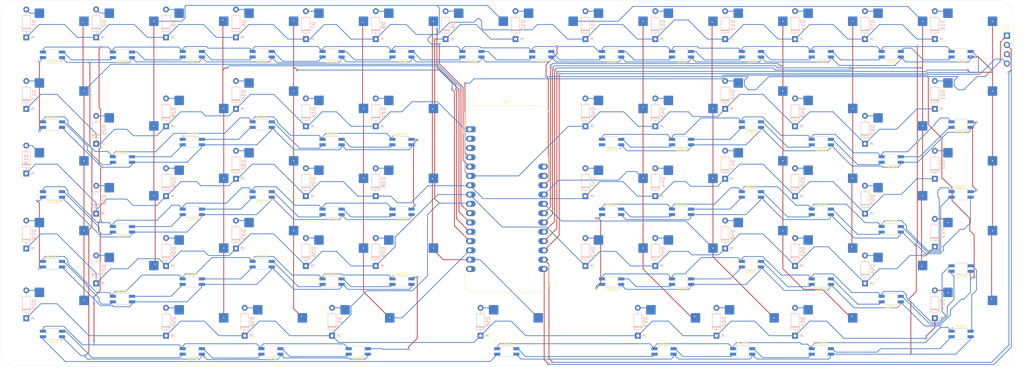
<source format=kicad_pcb>
(kicad_pcb (version 20240108) (generator "pcbnew") (generator_version "8.0")
  (layers (0 "F.Cu" signal) (31 "B.Cu" signal) (34 "B.Paste" user) (35 "F.Paste" user) (36 "B.SilkS" user "B.Silkscreen") (37 "F.SilkS" user "F.Silkscreen") (38 "B.Mask" user) (39 "F.Mask" user) (44 "Edge.Cuts" user))
  (net 0 "")
  (net 7 "ROW0")
  (net 8 "Net-(D1-A)")
  (net 9 "Net-(D2-A)")
  (net 10 "Net-(D5-A)")
  (net 11 "Net-(D6-A)")
  (net 12 "Net-(D7-A)")
  (net 13 "Net-(D8-A)")
  (net 14 "ROW4")
  (net 15 "Net-(D9-A)")
  (net 16 "Net-(D10-A)")
  (net 17 "Net-(D11-A)")
  (net 18 "Net-(D12-A)")
  (net 19 "Net-(D13-A)")
  (net 20 "Net-(D14-A)")
  (net 21 "Net-(D15-A)")
  (net 22 "Net-(D16-A)")
  (net 23 "ROW1")
  (net 24 "Net-(D17-A)")
  (net 25 "Net-(D18-A)")
  (net 26 "ROW2")
  (net 27 "Net-(D19-A)")
  (net 28 "ROW3")
  (net 29 "Net-(D20-A)")
  (net 30 "Net-(D21-A)")
  (net 31 "Net-(D22-A)")
  (net 32 "Net-(D23-A)")
  (net 33 "Net-(D24-A)")
  (net 34 "Net-(D25-A)")
  (net 35 "Net-(D26-A)")
  (net 36 "Net-(D27-A)")
  (net 37 "Net-(D28-A)")
  (net 38 "Net-(D29-A)")
  (net 39 "Net-(D30-A)")
  (net 40 "Net-(D31-A)")
  (net 41 "Net-(D32-A)")
  (net 42 "Net-(D33-A)")
  (net 43 "Net-(D34-A)")
  (net 44 "Net-(D35-A)")
  (net 45 "Net-(D36-A)")
  (net 46 "Net-(D37-A)")
  (net 47 "Net-(D38-A)")
  (net 48 "Net-(D39-A)")
  (net 49 "Net-(D40-A)")
  (net 50 "Net-(D41-A)")
  (net 51 "Net-(D42-A)")
  (net 52 "Net-(D43-A)")
  (net 53 "Net-(D44-A)")
  (net 54 "Net-(D45-A)")
  (net 55 "Net-(D46-A)")
  (net 56 "Net-(D47-A)")
  (net 57 "Net-(D48-A)")
  (net 58 "Net-(D49-A)")
  (net 59 "Net-(D50-A)")
  (net 60 "Net-(D51-A)")
  (net 61 "Net-(D52-A)")
  (net 62 "Net-(D53-A)")
  (net 63 "Net-(D54-A)")
  (net 64 "Net-(D55-A)")
  (net 65 "Net-(D56-A)")
  (net 66 "Net-(D57-A)")
  (net 67 "Net-(D58-A)")
  (net 68 "Net-(D59-A)")
  (net 69 "Net-(D60-A)")
  (net 70 "Net-(D61-A)")
  (net 71 "GND")
  (net 72 "+5V")
  (net 73 "LED_DIN")
  (net 74 "Net-(LED0-DOUT)")
  (net 75 "Net-(LED2-DOUT)")
  (net 76 "Net-(LED3-DOUT)")
  (net 77 "Net-(LED4-DOUT)")
  (net 78 "Net-(LED5-DOUT)")
  (net 79 "Net-(LED6-DOUT)")
  (net 80 "Net-(LED7-DOUT)")
  (net 81 "Net-(LED8-DOUT)")
  (net 82 "Net-(LED10-DIN)")
  (net 83 "Net-(LED10-DOUT)")
  (net 84 "Net-(LED11-DOUT)")
  (net 85 "Net-(LED12-DOUT)")
  (net 86 "Net-(LED13-DOUT)")
  (net 87 "/row1DOut")
  (net 88 "Net-(LED15-DOUT)")
  (net 89 "Net-(LED16-DOUT)")
  (net 90 "Net-(LED17-DOUT)")
  (net 91 "Net-(LED18-DOUT)")
  (net 92 "Net-(LED19-DOUT)")
  (net 93 "Net-(LED20-DOUT)")
  (net 94 "Net-(LED23-DOUT)")
  (net 95 "Net-(LED24-DOUT)")
  (net 96 "Net-(LED25-DOUT)")
  (net 97 "Net-(LED26-DOUT)")
  (net 98 "Net-(LED27-DOUT)")
  (net 99 "/row2DOut")
  (net 100 "Net-(LED29-DOUT)")
  (net 101 "Net-(LED30-DOUT)")
  (net 102 "Net-(LED31-DOUT)")
  (net 103 "Net-(LED32-DOUT)")
  (net 104 "Net-(LED33-DOUT)")
  (net 105 "Net-(LED34-DOUT)")
  (net 106 "Net-(LED37-DOUT)")
  (net 107 "Net-(LED38-DOUT)")
  (net 108 "Net-(LED39-DOUT)")
  (net 109 "Net-(LED40-DOUT)")
  (net 110 "Net-(LED41-DOUT)")
  (net 111 "/row3DOut")
  (net 112 "Net-(LED43-DOUT)")
  (net 113 "Net-(LED44-DOUT)")
  (net 114 "Net-(LED45-DOUT)")
  (net 115 "Net-(LED46-DOUT)")
  (net 116 "Net-(LED47-DOUT)")
  (net 117 "Net-(LED48-DOUT)")
  (net 118 "Net-(LED51-DOUT)")
  (net 119 "Net-(LED52-DOUT)")
  (net 120 "Net-(LED53-DOUT)")
  (net 121 "Net-(LED54-DOUT)")
  (net 122 "Net-(LED55-DOUT)")
  (net 123 "/row4DOut")
  (net 124 "Net-(LED57-DOUT)")
  (net 125 "Net-(LED59-DOUT)")
  (net 126 "Net-(LED60-DOUT)")
  (net 127 "Net-(LED61-DOUT)")
  (net 128 "Net-(LED63-DOUT)")
  (net 129 "Net-(LED66-DOUT)")
  (net 130 "Net-(LED67-DOUT)")
  (net 131 "Net-(LED68-DOUT)")
  (net 133 "COL0")
  (net 134 "COL1")
  (net 135 "COL2")
  (net 136 "COL3")
  (net 137 "COL4")
  (net 138 "COL5")
  (net 139 "COL10")
  (net 140 "COL6")
  (net 141 "COL7")
  (net 142 "COL8")
  (net 143 "COL9")
  (net 144 "COL11")
  (net 145 "Net-(A1-SCL)")
  (net 146 "Net-(A1-SDA)")
  (footprint "Keebio-Parts:SK6812-MINI-E" (layer "F.Cu") (at 238.13 62.509125 180)
    (property "Reference" "LED59")
    (property "Value" "SK6812MINI" (hide yes))
    (fp_line (start 1.7 1.5) (end -1.7 1.5) (stroke (width 0.12)) (layer "Edge.Cuts"))
    (fp_line (start 1.7 -1.5) (end 1.7 1.5) (stroke (width 0.12)) (layer "Edge.Cuts"))
    (fp_line (start -1.7 1.5) (end -1.7 -1.5) (stroke (width 0.12)) (layer "Edge.Cuts"))
    (fp_line (start -1.7 -1.5) (end 1.7 -1.5) (stroke (width 0.12)) (layer "Edge.Cuts"))
  )
  (footprint "Keebio-Parts:SK6812-MINI-E" (layer "F.Cu") (at 257.1804 14.72845)
    (property "Reference" "LED0")
    (property "Value" "SK6812MINI" (hide yes))
    (fp_line (start -1.7 -1.5) (end 1.7 -1.5) (stroke (width 0.12)) (layer "Edge.Cuts"))
    (fp_line (start -1.7 1.5) (end -1.7 -1.5) (stroke (width 0.12)) (layer "Edge.Cuts"))
    (fp_line (start 1.7 -1.5) (end 1.7 1.5) (stroke (width 0.12)) (layer "Edge.Cuts"))
    (fp_line (start 1.7 1.5) (end -1.7 1.5) (stroke (width 0.12)) (layer "Edge.Cuts"))
  )
  (footprint "Keebio-Parts:SK6812-MINI-E" (layer "F.Cu") (at 104.7772 76.796925 180)
    (property "Reference" "LED34")
    (property "Value" "SK6812MINI" (hide yes))
    (fp_line (start 1.7 1.5) (end -1.7 1.5) (stroke (width 0.12)) (layer "Edge.Cuts"))
    (fp_line (start 1.7 -1.5) (end 1.7 1.5) (stroke (width 0.12)) (layer "Edge.Cuts"))
    (fp_line (start -1.7 1.5) (end -1.7 -1.5) (stroke (width 0.12)) (layer "Edge.Cuts"))
    (fp_line (start -1.7 -1.5) (end 1.7 -1.5) (stroke (width 0.12)) (layer "Edge.Cuts"))
  )
  (footprint "Keebio-Parts:SK6812-MINI-E" (layer "F.Cu") (at 238.13 43.458725)
    (property "Reference" "LED63")
    (property "Value" "SK6812MINI" (hide yes))
    (fp_line (start -1.7 -1.5) (end 1.7 -1.5) (stroke (width 0.12)) (layer "Edge.Cuts"))
    (fp_line (start -1.7 1.5) (end -1.7 -1.5) (stroke (width 0.12)) (layer "Edge.Cuts"))
    (fp_line (start 1.7 -1.5) (end 1.7 1.5) (stroke (width 0.12)) (layer "Edge.Cuts"))
    (fp_line (start 1.7 1.5) (end -1.7 1.5) (stroke (width 0.12)) (layer "Edge.Cuts"))
  )
  (footprint "Keebio-Parts:SK6812-MINI-E" (layer "F.Cu") (at 47.626 95.847325)
    (property "Reference" "LED39")
    (property "Value" "SK6812MINI" (hide yes))
    (fp_line (start -1.7 -1.5) (end 1.7 -1.5) (stroke (width 0.12)) (layer "Edge.Cuts"))
    (fp_line (start -1.7 1.5) (end -1.7 -1.5) (stroke (width 0.12)) (layer "Edge.Cuts"))
    (fp_line (start 1.7 -1.5) (end 1.7 1.5) (stroke (width 0.12)) (layer "Edge.Cuts"))
    (fp_line (start 1.7 1.5) (end -1.7 1.5) (stroke (width 0.12)) (layer "Edge.Cuts"))
  )
  (footprint "Keebio-Parts:SK6812-MINI-E" (layer "F.Cu") (at 47.626 76.796925 180)
    (property "Reference" "LED31")
    (property "Value" "SK6812MINI" (hide yes))
    (fp_line (start 1.7 1.5) (end -1.7 1.5) (stroke (width 0.12)) (layer "Edge.Cuts"))
    (fp_line (start 1.7 -1.5) (end 1.7 1.5) (stroke (width 0.12)) (layer "Edge.Cuts"))
    (fp_line (start -1.7 1.5) (end -1.7 -1.5) (stroke (width 0.12)) (layer "Edge.Cuts"))
    (fp_line (start -1.7 -1.5) (end 1.7 -1.5) (stroke (width 0.12)) (layer "Edge.Cuts"))
  )
  (footprint "Keebio-Parts:SK6812-MINI-E" (layer "F.Cu") (at 28.5756 81.559525 180)
    (property "Reference" "LED30")
    (property "Value" "SK6812MINI" (hide yes))
    (fp_line (start 1.7 1.5) (end -1.7 1.5) (stroke (width 0.12)) (layer "Edge.Cuts"))
    (fp_line (start 1.7 -1.5) (end 1.7 1.5) (stroke (width 0.12)) (layer "Edge.Cuts"))
    (fp_line (start -1.7 1.5) (end -1.7 -1.5) (stroke (width 0.12)) (layer "Edge.Cuts"))
    (fp_line (start -1.7 -1.5) (end 1.7 -1.5) (stroke (width 0.12)) (layer "Edge.Cuts"))
  )
  (footprint "Keebio-Parts:SK6812-MINI-E" (layer "F.Cu") (at 104.7772 38.696125 180)
    (property "Reference" "LED20")
    (property "Value" "SK6812MINI" (hide yes))
    (fp_line (start 1.7 1.5) (end -1.7 1.5) (stroke (width 0.12)) (layer "Edge.Cuts"))
    (fp_line (start 1.7 -1.5) (end 1.7 1.5) (stroke (width 0.12)) (layer "Edge.Cuts"))
    (fp_line (start -1.7 1.5) (end -1.7 -1.5) (stroke (width 0.12)) (layer "Edge.Cuts"))
    (fp_line (start -1.7 -1.5) (end 1.7 -1.5) (stroke (width 0.12)) (layer "Edge.Cuts"))
  )
  (footprint "Keebio-Parts:SK6812-MINI-E" (layer "F.Cu") (at 9.5252 91.084725)
    (property "Reference" "LED40")
    (property "Value" "SK6812MINI" (hide yes))
    (fp_line (start -1.7 -1.5) (end 1.7 -1.5) (stroke (width 0.12)) (layer "Edge.Cuts"))
    (fp_line (start -1.7 1.5) (end -1.7 -1.5) (stroke (width 0.12)) (layer "Edge.Cuts"))
    (fp_line (start 1.7 -1.5) (end 1.7 1.5) (stroke (width 0.12)) (layer "Edge.Cuts"))
    (fp_line (start 1.7 1.5) (end -1.7 1.5) (stroke (width 0.12)) (layer "Edge.Cuts"))
  )
  (footprint "Keebio-Parts:SK6812-MINI-E" (layer "F.Cu") (at 66.6764 72.034325 180)
    (property "Reference" "LED32")
    (property "Value" "SK6812MINI" (hide yes))
    (fp_line (start 1.7 1.5) (end -1.7 1.5) (stroke (width 0.12)) (layer "Edge.Cuts"))
    (fp_line (start 1.7 -1.5) (end 1.7 1.5) (stroke (width 0.12)) (layer "Edge.Cuts"))
    (fp_line (start -1.7 1.5) (end -1.7 -1.5) (stroke (width 0.12)) (layer "Edge.Cuts"))
    (fp_line (start -1.7 -1.5) (end 1.7 -1.5) (stroke (width 0.12)) (layer "Edge.Cuts"))
  )
  (footprint "Keebio-Parts:SK6812-MINI-E" (layer "F.Cu") (at 219.0796 76.796925)
    (property "Reference" "LED48")
    (property "Value" "SK6812MINI" (hide yes))
    (fp_line (start -1.7 -1.5) (end 1.7 -1.5) (stroke (width 0.12)) (layer "Edge.Cuts"))
    (fp_line (start -1.7 1.5) (end -1.7 -1.5) (stroke (width 0.12)) (layer "Edge.Cuts"))
    (fp_line (start 1.7 -1.5) (end 1.7 1.5) (stroke (width 0.12)) (layer "Edge.Cuts"))
    (fp_line (start 1.7 1.5) (end -1.7 1.5) (stroke (width 0.12)) (layer "Edge.Cuts"))
  )
  (footprint "Keebio-Parts:SK6812-MINI-E" (layer "F.Cu") (at 257.1804 91.084725 180)
    (property "Reference" "LED45")
    (property "Value" "SK6812MINI" (hide yes))
    (fp_line (start 1.7 1.5) (end -1.7 1.5) (stroke (width 0.12)) (layer "Edge.Cuts"))
    (fp_line (start 1.7 -1.5) (end 1.7 1.5) (stroke (width 0.12)) (layer "Edge.Cuts"))
    (fp_line (start -1.7 1.5) (end -1.7 -1.5) (stroke (width 0.12)) (layer "Edge.Cuts"))
    (fp_line (start -1.7 -1.5) (end 1.7 -1.5) (stroke (width 0.12)) (layer "Edge.Cuts"))
  )
  (footprint "Keebio-Parts:SK6812-MINI-E" (layer "F.Cu") (at 92.8707 95.847325)
    (property "Reference" "LED37")
    (property "Value" "SK6812MINI" (hide yes))
    (fp_line (start -1.7 -1.5) (end 1.7 -1.5) (stroke (width 0.12)) (layer "Edge.Cuts"))
    (fp_line (start -1.7 1.5) (end -1.7 -1.5) (stroke (width 0.12)) (layer "Edge.Cuts"))
    (fp_line (start 1.7 -1.5) (end 1.7 1.5) (stroke (width 0.12)) (layer "Edge.Cuts"))
    (fp_line (start 1.7 1.5) (end -1.7 1.5) (stroke (width 0.12)) (layer "Edge.Cuts"))
  )
  (footprint "Keebio-Parts:SK6812-MINI-E" (layer "F.Cu") (at 200.0292 33.933525)
    (property "Reference" "LED67")
    (property "Value" "SK6812MINI" (hide yes))
    (fp_line (start -1.7 -1.5) (end 1.7 -1.5) (stroke (width 0.12)) (layer "Edge.Cuts"))
    (fp_line (start -1.7 1.5) (end -1.7 -1.5) (stroke (width 0.12)) (layer "Edge.Cuts"))
    (fp_line (start 1.7 -1.5) (end 1.7 1.5) (stroke (width 0.12)) (layer "Edge.Cuts"))
    (fp_line (start 1.7 1.5) (end -1.7 1.5) (stroke (width 0.12)) (layer "Edge.Cuts"))
  )
  (footprint "Keebio-Parts:SK6812-MINI-E" (layer "F.Cu") (at 197.6479 95.847325 180)
    (property "Reference" "LED43")
    (property "Value" "SK6812MINI" (hide yes))
    (fp_line (start 1.7 1.5) (end -1.7 1.5) (stroke (width 0.12)) (layer "Edge.Cuts"))
    (fp_line (start 1.7 -1.5) (end 1.7 1.5) (stroke (width 0.12)) (layer "Edge.Cuts"))
    (fp_line (start -1.7 1.5) (end -1.7 -1.5) (stroke (width 0.12)) (layer "Edge.Cuts"))
    (fp_line (start -1.7 -1.5) (end 1.7 -1.5) (stroke (width 0.12)) (layer "Edge.Cuts"))
  )
  (footprint "Keebio-Parts:SK6812-MINI-E" (layer "F.Cu") (at 28.5756 14.883125)
    (property "Reference" "LED13")
    (property "Value" "SK6812MINI" (hide yes))
    (fp_line (start -1.7 -1.5) (end 1.7 -1.5) (stroke (width 0.12)) (layer "Edge.Cuts"))
    (fp_line (start -1.7 1.5) (end -1.7 -1.5) (stroke (width 0.12)) (layer "Edge.Cuts"))
    (fp_line (start 1.7 -1.5) (end 1.7 1.5) (stroke (width 0.12)) (layer "Edge.Cuts"))
    (fp_line (start 1.7 1.5) (end -1.7 1.5) (stroke (width 0.12)) (layer "Edge.Cuts"))
  )
  (footprint "Keebio-Parts:SK6812-MINI-E" (layer "F.Cu") (at 66.6764 14.72845)
    (property "Reference" "LED11")
    (property "Value" "SK6812MINI" (hide yes))
    (fp_line (start -1.7 -1.5) (end 1.7 -1.5) (stroke (width 0.12)) (layer "Edge.Cuts"))
    (fp_line (start -1.7 1.5) (end -1.7 -1.5) (stroke (width 0.12)) (layer "Edge.Cuts"))
    (fp_line (start 1.7 -1.5) (end 1.7 1.5) (stroke (width 0.12)) (layer "Edge.Cuts"))
    (fp_line (start 1.7 1.5) (end -1.7 1.5) (stroke (width 0.12)) (layer "Edge.Cuts"))
  )
  (footprint "Keebio-Parts:SK6812-MINI-E" (layer "F.Cu") (at 257.1804 33.933525)
    (property "Reference" "LED61")
    (property "Value" "SK6812MINI" (hide yes))
    (fp_line (start -1.7 -1.5) (end 1.7 -1.5) (stroke (width 0.12)) (layer "Edge.Cuts"))
    (fp_line (start -1.7 1.5) (end -1.7 -1.5) (stroke (width 0.12)) (layer "Edge.Cuts"))
    (fp_line (start 1.7 -1.5) (end 1.7 1.5) (stroke (width 0.12)) (layer "Edge.Cuts"))
    (fp_line (start 1.7 1.5) (end -1.7 1.5) (stroke (width 0.12)) (layer "Edge.Cuts"))
  )
  (footprint "Keebio-Parts:SK6812-MINI-E" (layer "F.Cu") (at 200.0292 14.72845)
    (property "Reference" "LED4")
    (property "Value" "SK6812MINI" (hide yes))
    (fp_line (start -1.7 -1.5) (end 1.7 -1.5) (stroke (width 0.12)) (layer "Edge.Cuts"))
    (fp_line (start -1.7 1.5) (end -1.7 -1.5) (stroke (width 0.12)) (layer "Edge.Cuts"))
    (fp_line (start 1.7 -1.5) (end 1.7 1.5) (stroke (width 0.12)) (layer "Edge.Cuts"))
    (fp_line (start 1.7 1.5) (end -1.7 1.5) (stroke (width 0.12)) (layer "Edge.Cuts"))
  )
  (footprint "Keebio-Parts:SK6812-MINI-E" (layer "F.Cu") (at 104.7772 57.746525)
    (property "Reference" "LED23")
    (property "Value" "SK6812MINI" (hide yes))
    (fp_line (start -1.7 -1.5) (end 1.7 -1.5) (stroke (width 0.12)) (layer "Edge.Cuts"))
    (fp_line (start -1.7 1.5) (end -1.7 -1.5) (stroke (width 0.12)) (layer "Edge.Cuts"))
    (fp_line (start 1.7 -1.5) (end 1.7 1.5) (stroke (width 0.12)) (layer "Edge.Cuts"))
    (fp_line (start 1.7 1.5) (end -1.7 1.5) (stroke (width 0.12)) (layer "Edge.Cuts"))
  )
  (footprint "Keebio-Parts:SK6812-MINI-E" (layer "F.Cu") (at 9.5252 72.034325 180)
    (property "Reference" "LED29")
    (property "Value" "SK6812MINI" (hide yes))
    (fp_line (start 1.7 1.5) (end -1.7 1.5) (stroke (width 0.12)) (layer "Edge.Cuts"))
    (fp_line (start 1.7 -1.5) (end 1.7 1.5) (stroke (width 0.12)) (layer "Edge.Cuts"))
    (fp_line (start -1.7 1.5) (end -1.7 -1.5) (stroke (width 0.12)) (layer "Edge.Cuts"))
    (fp_line (start -1.7 -1.5) (end 1.7 -1.5) (stroke (width 0.12)) (layer "Edge.Cuts"))
  )
  (footprint "Keebio-Parts:SK6812-MINI-E" (layer "F.Cu") (at 47.626 38.696125 180)
    (property "Reference" "LED17")
    (property "Value" "SK6812MINI" (hide yes))
    (fp_line (start 1.7 1.5) (end -1.7 1.5) (stroke (width 0.12)) (layer "Edge.Cuts"))
    (fp_line (start 1.7 -1.5) (end 1.7 1.5) (stroke (width 0.12)) (layer "Edge.Cuts"))
    (fp_line (start -1.7 1.5) (end -1.7 -1.5) (stroke (width 0.12)) (layer "Edge.Cuts"))
    (fp_line (start -1.7 -1.5) (end 1.7 -1.5) (stroke (width 0.12)) (layer "Edge.Cuts"))
  )
  (footprint "Keebio-Parts:SK6812-MINI-E" (layer "F.Cu") (at 161.9284 76.796925)
    (property "Reference" "LED53")
    (property "Value" "SK6812MINI" (hide yes))
    (fp_line (start -1.7 -1.5) (end 1.7 -1.5) (stroke (width 0.12)) (layer "Edge.Cuts"))
    (fp_line (start -1.7 1.5) (end -1.7 -1.5) (stroke (width 0.12)) (layer "Edge.Cuts"))
    (fp_line (start 1.7 -1.5) (end 1.7 1.5) (stroke (width 0.12)) (layer "Edge.Cuts"))
    (fp_line (start 1.7 1.5) (end -1.7 1.5) (stroke (width 0.12)) (layer "Edge.Cuts"))
  )
  (footprint "Keebio-Parts:SK6812-MINI-E" (layer "F.Cu") (at 200.0292 72.034325)
    (property "Reference" "LED51")
    (property "Value" "SK6812MINI" (hide yes))
    (fp_line (start -1.7 -1.5) (end 1.7 -1.5) (stroke (width 0.12)) (layer "Edge.Cuts"))
    (fp_line (start -1.7 1.5) (end -1.7 -1.5) (stroke (width 0.12)) (layer "Edge.Cuts"))
    (fp_line (start 1.7 -1.5) (end 1.7 1.5) (stroke (width 0.12)) (layer "Edge.Cuts"))
    (fp_line (start 1.7 1.5) (end -1.7 1.5) (stroke (width 0.12)) (layer "Edge.Cuts"))
  )
  (footprint "Keebio-Parts:SK6812-MINI-E" (layer "F.Cu") (at 142.878 14.72845)
    (property "Reference" "LED7")
    (property "Value" "SK6812MINI" (hide yes))
    (fp_line (start -1.7 -1.5) (end 1.7 -1.5) (stroke (width 0.12)) (layer "Edge.Cuts"))
    (fp_line (start -1.7 1.5) (end -1.7 -1.5) (stroke (width 0.12)) (layer "Edge.Cuts"))
    (fp_line (start 1.7 -1.5) (end 1.7 1.5) (stroke (width 0.12)) (layer "Edge.Cuts"))
    (fp_line (start 1.7 1.5) (end -1.7 1.5) (stroke (width 0.12)) (layer "Edge.Cuts"))
  )
  (footprint "Keebio-Parts:SK6812-MINI-E" (layer "F.Cu") (at 85.7268 38.696125 180)
    (property "Reference" "LED19")
    (property "Value" "SK6812MINI" (hide yes))
    (fp_line (start 1.7 1.5) (end -1.7 1.5) (stroke (width 0.12)) (layer "Edge.Cuts"))
    (fp_line (start 1.7 -1.5) (end 1.7 1.5) (stroke (width 0.12)) (layer "Edge.Cuts"))
    (fp_line (start -1.7 1.5) (end -1.7 -1.5) (stroke (width 0.12)) (layer "Edge.Cuts"))
    (fp_line (start -1.7 -1.5) (end 1.7 -1.5) (stroke (width 0.12)) (layer "Edge.Cuts"))
  )
  (footprint "Keebio-Parts:SK6812-MINI-E" (layer "F.Cu") (at 47.626 57.746525)
    (property "Reference" "LED26")
    (property "Value" "SK6812MINI" (hide yes))
    (fp_line (start -1.7 -1.5) (end 1.7 -1.5) (stroke (width 0.12)) (layer "Edge.Cuts"))
    (fp_line (start -1.7 1.5) (end -1.7 -1.5) (stroke (width 0.12)) (layer "Edge.Cuts"))
    (fp_line (start 1.7 -1.5) (end 1.7 1.5) (stroke (width 0.12)) (layer "Edge.Cuts"))
    (fp_line (start 1.7 1.5) (end -1.7 1.5) (stroke (width 0.12)) (layer "Edge.Cuts"))
  )
  (footprint "Connector_PinHeader_2.54mm:PinHeader_1x04_P2.54mm_Vertical" (layer "F.Cu") (at 269.682225 9.644425)
    (property "Reference" "J1")
    (property "Value" "Conn_01x04")
  )
  (footprint "Keebio-Parts:SK6812-MINI-E" (layer "F.Cu") (at 219.0796 57.746525 180)
    (property "Reference" "LED57")
    (property "Value" "SK6812MINI" (hide yes))
    (fp_line (start 1.7 1.5) (end -1.7 1.5) (stroke (width 0.12)) (layer "Edge.Cuts"))
    (fp_line (start 1.7 -1.5) (end 1.7 1.5) (stroke (width 0.12)) (layer "Edge.Cuts"))
    (fp_line (start -1.7 1.5) (end -1.7 -1.5) (stroke (width 0.12)) (layer "Edge.Cuts"))
    (fp_line (start -1.7 -1.5) (end 1.7 -1.5) (stroke (width 0.12)) (layer "Edge.Cuts"))
  )
  (footprint "Keebio-Parts:SK6812-MINI-E" (layer "F.Cu") (at 238.13 81.559525)
    (property "Reference" "LED47")
    (property "Value" "SK6812MINI" (hide yes))
    (fp_line (start -1.7 -1.5) (end 1.7 -1.5) (stroke (width 0.12)) (layer "Edge.Cuts"))
    (fp_line (start -1.7 1.5) (end -1.7 -1.5) (stroke (width 0.12)) (layer "Edge.Cuts"))
    (fp_line (start 1.7 -1.5) (end 1.7 1.5) (stroke (width 0.12)) (layer "Edge.Cuts"))
    (fp_line (start 1.7 1.5) (end -1.7 1.5) (stroke (width 0.12)) (layer "Edge.Cuts"))
  )
  (footprint "Keebio-Parts:SK6812-MINI-E" (layer "F.Cu") (at 161.9284 57.746525 180)
    (property "Reference" "LED54")
    (property "Value" "SK6812MINI" (hide yes))
    (fp_line (start 1.7 1.5) (end -1.7 1.5) (stroke (width 0.12)) (layer "Edge.Cuts"))
    (fp_line (start 1.7 -1.5) (end 1.7 1.5) (stroke (width 0.12)) (layer "Edge.Cuts"))
    (fp_line (start -1.7 1.5) (end -1.7 -1.5) (stroke (width 0.12)) (layer "Edge.Cuts"))
    (fp_line (start -1.7 -1.5) (end 1.7 -1.5) (stroke (width 0.12)) (layer "Edge.Cuts"))
  )
  (footprint "Keebio-Parts:SK6812-MINI-E" (layer "F.Cu") (at 219.0796 14.72845)
    (property "Reference" "LED3")
    (property "Value" "SK6812MINI" (hide yes))
    (fp_line (start -1.7 -1.5) (end 1.7 -1.5) (stroke (width 0.12)) (layer "Edge.Cuts"))
    (fp_line (start -1.7 1.5) (end -1.7 -1.5) (stroke (width 0.12)) (layer "Edge.Cuts"))
    (fp_line (start 1.7 -1.5) (end 1.7 1.5) (stroke (width 0.12)) (layer "Edge.Cuts"))
    (fp_line (start 1.7 1.5) (end -1.7 1.5) (stroke (width 0.12)) (layer "Edge.Cuts"))
  )
  (footprint "Keebio-Parts:SK6812-MINI-E" (layer "F.Cu") (at 85.7268 14.72845)
    (property "Reference" "LED10")
    (property "Value" "SK6812MINI" (hide yes))
    (fp_line (start -1.7 -1.5) (end 1.7 -1.5) (stroke (width 0.12)) (layer "Edge.Cuts"))
    (fp_line (start -1.7 1.5) (end -1.7 -1.5) (stroke (width 0.12)) (layer "Edge.Cuts"))
    (fp_line (start 1.7 -1.5) (end 1.7 1.5) (stroke (width 0.12)) (layer "Edge.Cuts"))
    (fp_line (start 1.7 1.5) (end -1.7 1.5) (stroke (width 0.12)) (layer "Edge.Cuts"))
  )
  (footprint "Module:Adafruit_Feather" (layer "F.Cu") (at 123.232275 35.2434)
    (property "Reference" "A1")
    (property "Value" "Adafruit_Feather_Generic")
  )
  (footprint "Keebio-Parts:SK6812-MINI-E" (layer "F.Cu") (at 219.0796 38.696125)
    (property "Reference" "LED66")
    (property "Value" "SK6812MINI" (hide yes))
    (fp_line (start -1.7 -1.5) (end 1.7 -1.5) (stroke (width 0.12)) (layer "Edge.Cuts"))
    (fp_line (start -1.7 1.5) (end -1.7 -1.5) (stroke (width 0.12)) (layer "Edge.Cuts"))
    (fp_line (start 1.7 -1.5) (end 1.7 1.5) (stroke (width 0.12)) (layer "Edge.Cuts"))
    (fp_line (start 1.7 1.5) (end -1.7 1.5) (stroke (width 0.12)) (layer "Edge.Cuts"))
  )
  (footprint "Keebio-Parts:SK6812-MINI-E" (layer "F.Cu") (at 161.9284 38.696125)
    (property "Reference" "LED70")
    (property "Value" "SK6812MINI" (hide yes))
    (fp_line (start -1.7 -1.5) (end 1.7 -1.5) (stroke (width 0.12)) (layer "Edge.Cuts"))
    (fp_line (start -1.7 1.5) (end -1.7 -1.5) (stroke (width 0.12)) (layer "Edge.Cuts"))
    (fp_line (start 1.7 -1.5) (end 1.7 1.5) (stroke (width 0.12)) (layer "Edge.Cuts"))
    (fp_line (start 1.7 1.5) (end -1.7 1.5) (stroke (width 0.12)) (layer "Edge.Cuts"))
  )
  (footprint "Keebio-Parts:SK6812-MINI-E" (layer "F.Cu") (at 257.1804 73.224975)
    (property "Reference" "LED46")
    (property "Value" "SK6812MINI" (hide yes))
    (fp_line (start -1.7 -1.5) (end 1.7 -1.5) (stroke (width 0.12)) (layer "Edge.Cuts"))
    (fp_line (start -1.7 1.5) (end -1.7 -1.5) (stroke (width 0.12)) (layer "Edge.Cuts"))
    (fp_line (start 1.7 -1.5) (end 1.7 1.5) (stroke (width 0.12)) (layer "Edge.Cuts"))
    (fp_line (start 1.7 1.5) (end -1.7 1.5) (stroke (width 0.12)) (layer "Edge.Cuts"))
  )
  (footprint "Keebio-Parts:SK6812-MINI-E" (layer "F.Cu") (at 104.7772 14.72845)
    (property "Reference" "LED9")
    (property "Value" "SK6812MINI" (hide yes))
    (fp_line (start -1.7 -1.5) (end 1.7 -1.5) (stroke (width 0.12)) (layer "Edge.Cuts"))
    (fp_line (start -1.7 1.5) (end -1.7 -1.5) (stroke (width 0.12)) (layer "Edge.Cuts"))
    (fp_line (start 1.7 -1.5) (end 1.7 1.5) (stroke (width 0.12)) (layer "Edge.Cuts"))
    (fp_line (start 1.7 1.5) (end -1.7 1.5) (stroke (width 0.12)) (layer "Edge.Cuts"))
  )
  (footprint "Keebio-Parts:SK6812-MINI-E" (layer "F.Cu") (at 238.13 14.72845)
    (property "Reference" "LED2")
    (property "Value" "SK6812MINI" (hide yes))
    (fp_line (start -1.7 -1.5) (end 1.7 -1.5) (stroke (width 0.12)) (layer "Edge.Cuts"))
    (fp_line (start -1.7 1.5) (end -1.7 -1.5) (stroke (width 0.12)) (layer "Edge.Cuts"))
    (fp_line (start 1.7 -1.5) (end 1.7 1.5) (stroke (width 0.12)) (layer "Edge.Cuts"))
    (fp_line (start 1.7 1.5) (end -1.7 1.5) (stroke (width 0.12)) (layer "Edge.Cuts"))
  )
  (footprint "Keebio-Parts:SK6812-MINI-E" (layer "F.Cu") (at 28.5756 62.509125)
    (property "Reference" "LED27")
    (property "Value" "SK6812MINI" (hide yes))
    (fp_line (start -1.7 -1.5) (end 1.7 -1.5) (stroke (width 0.12)) (layer "Edge.Cuts"))
    (fp_line (start -1.7 1.5) (end -1.7 -1.5) (stroke (width 0.12)) (layer "Edge.Cuts"))
    (fp_line (start 1.7 -1.5) (end 1.7 1.5) (stroke (width 0.12)) (layer "Edge.Cuts"))
    (fp_line (start 1.7 1.5) (end -1.7 1.5) (stroke (width 0.12)) (layer "Edge.Cuts"))
  )
  (footprint "Keebio-Parts:SK6812-MINI-E" (layer "F.Cu") (at 176.2162 95.847325 180)
    (property "Reference" "LED42")
    (property "Value" "SK6812MINI" (hide yes))
    (fp_line (start 1.7 1.5) (end -1.7 1.5) (stroke (width 0.12)) (layer "Edge.Cuts"))
    (fp_line (start 1.7 -1.5) (end 1.7 1.5) (stroke (width 0.12)) (layer "Edge.Cuts"))
    (fp_line (start -1.7 1.5) (end -1.7 -1.5) (stroke (width 0.12)) (layer "Edge.Cuts"))
    (fp_line (start -1.7 -1.5) (end 1.7 -1.5) (stroke (width 0.12)) (layer "Edge.Cuts"))
  )
  (footprint "Keebio-Parts:SK6812-MINI-E" (layer "F.Cu") (at 180.9788 14.72845)
    (property "Reference" "LED5")
    (property "Value" "SK6812MINI" (hide yes))
    (fp_line (start -1.7 -1.5) (end 1.7 -1.5) (stroke (width 0.12)) (layer "Edge.Cuts"))
    (fp_line (start -1.7 1.5) (end -1.7 -1.5) (stroke (width 0.12)) (layer "Edge.Cuts"))
    (fp_line (start 1.7 -1.5) (end 1.7 1.5) (stroke (width 0.12)) (layer "Edge.Cuts"))
    (fp_line (start 1.7 1.5) (end -1.7 1.5) (stroke (width 0.12)) (layer "Edge.Cuts"))
  )
  (footprint "Keebio-Parts:SK6812-MINI-E" (layer "F.Cu") (at 133.3528 95.847325 180)
    (property "Reference" "LED41")
    (property "Value" "SK6812MINI" (hide yes))
    (fp_line (start 1.7 1.5) (end -1.7 1.5) (stroke (width 0.12)) (layer "Edge.Cuts"))
    (fp_line (start 1.7 -1.5) (end 1.7 1.5) (stroke (width 0.12)) (layer "Edge.Cuts"))
    (fp_line (start -1.7 1.5) (end -1.7 -1.5) (stroke (width 0.12)) (layer "Edge.Cuts"))
    (fp_line (start -1.7 -1.5) (end 1.7 -1.5) (stroke (width 0.12)) (layer "Edge.Cuts"))
  )
  (footprint "Keebio-Parts:SK6812-MINI-E" (layer "F.Cu") (at 28.5756 43.458725 180)
    (property "Reference" "LED16")
    (property "Value" "SK6812MINI" (hide yes))
    (fp_line (start 1.7 1.5) (end -1.7 1.5) (stroke (width 0.12)) (layer "Edge.Cuts"))
    (fp_line (start 1.7 -1.5) (end 1.7 1.5) (stroke (width 0.12)) (layer "Edge.Cuts"))
    (fp_line (start -1.7 1.5) (end -1.7 -1.5) (stroke (width 0.12)) (layer "Edge.Cuts"))
    (fp_line (start -1.7 -1.5) (end 1.7 -1.5) (stroke (width 0.12)) (layer "Edge.Cuts"))
  )
  (footprint "Keebio-Parts:SK6812-MINI-E" (layer "F.Cu") (at 180.9788 57.746525 180)
    (property "Reference" "LED55")
    (property "Value" "SK6812MINI" (hide yes))
    (fp_line (start 1.7 1.5) (end -1.7 1.5) (stroke (width 0.12)) (layer "Edge.Cuts"))
    (fp_line (start 1.7 -1.5) (end 1.7 1.5) (stroke (width 0.12)) (layer "Edge.Cuts"))
    (fp_line (start -1.7 1.5) (end -1.7 -1.5) (stroke (width 0.12)) (layer "Edge.Cuts"))
    (fp_line (start -1.7 -1.5) (end 1.7 -1.5) (stroke (width 0.12)) (layer "Edge.Cuts"))
  )
  (footprint "Keebio-Parts:SK6812-MINI-E" (layer "F.Cu") (at 9.5252 33.933525 180)
    (property "Reference" "LED15")
    (property "Value" "SK6812MINI" (hide yes))
    (fp_line (start 1.7 1.5) (end -1.7 1.5) (stroke (width 0.12)) (layer "Edge.Cuts"))
    (fp_line (start 1.7 -1.5) (end 1.7 1.5) (stroke (width 0.12)) (layer "Edge.Cuts"))
    (fp_line (start -1.7 1.5) (end -1.7 -1.5) (stroke (width 0.12)) (layer "Edge.Cuts"))
    (fp_line (start -1.7 -1.5) (end 1.7 -1.5) (stroke (width 0.12)) (layer "Edge.Cuts"))
  )
  (footprint "Keebio-Parts:SK6812-MINI-E" (layer "F.Cu") (at 257.1804 52.983925 180)
    (property "Reference" "LED60")
    (property "Value" "SK6812MINI" (hide yes))
    (fp_line (start 1.7 1.5) (end -1.7 1.5) (stroke (width 0.12)) (layer "Edge.Cuts"))
    (fp_line (start 1.7 -1.5) (end 1.7 1.5) (stroke (width 0.12)) (layer "Edge.Cuts"))
    (fp_line (start -1.7 1.5) (end -1.7 -1.5) (stroke (width 0.12)) (layer "Edge.Cuts"))
    (fp_line (start -1.7 -1.5) (end 1.7 -1.5) (stroke (width 0.12)) (layer "Edge.Cuts"))
  )
  (footprint "Keebio-Parts:SK6812-MINI-E" (layer "F.Cu") (at 47.626 14.72845)
    (property "Reference" "LED12")
    (property "Value" "SK6812MINI" (hide yes))
    (fp_line (start -1.7 -1.5) (end 1.7 -1.5) (stroke (width 0.12)) (layer "Edge.Cuts"))
    (fp_line (start -1.7 1.5) (end -1.7 -1.5) (stroke (width 0.12)) (layer "Edge.Cuts"))
    (fp_line (start 1.7 -1.5) (end 1.7 1.5) (stroke (width 0.12)) (layer "Edge.Cuts"))
    (fp_line (start 1.7 1.5) (end -1.7 1.5) (stroke (width 0.12)) (layer "Edge.Cuts"))
  )
  (footprint "Keebio-Parts:SK6812-MINI-E" (layer "F.Cu") (at 9.5252 52.983925)
    (property "Reference" "LED28")
    (property "Value" "SK6812MINI" (hide yes))
    (fp_line (start -1.7 -1.5) (end 1.7 -1.5) (stroke (width 0.12)) (layer "Edge.Cuts"))
    (fp_line (start -1.7 1.5) (end -1.7 -1.5) (stroke (width 0.12)) (layer "Edge.Cuts"))
    (fp_line (start 1.7 -1.5) (end 1.7 1.5) (stroke (width 0.12)) (layer "Edge.Cuts"))
    (fp_line (start 1.7 1.5) (end -1.7 1.5) (stroke (width 0.12)) (layer "Edge.Cuts"))
  )
  (footprint "Keebio-Parts:SK6812-MINI-E" (layer "F.Cu") (at 69.0577 95.847325)
    (property "Reference" "LED38")
    (property "Value" "SK6812MINI" (hide yes))
    (fp_line (start -1.7 -1.5) (end 1.7 -1.5) (stroke (width 0.12)) (layer "Edge.Cuts"))
    (fp_line (start -1.7 1.5) (end -1.7 -1.5) (stroke (width 0.12)) (layer "Edge.Cuts"))
    (fp_line (start 1.7 -1.5) (end 1.7 1.5) (stroke (width 0.12)) (layer "Edge.Cuts"))
    (fp_line (start 1.7 1.5) (end -1.7 1.5) (stroke (width 0.12)) (layer "Edge.Cuts"))
  )
  (footprint "Keebio-Parts:SK6812-MINI-E" (layer "F.Cu") (at 85.7268 57.746525)
    (property "Reference" "LED24")
    (property "Value" "SK6812MINI" (hide yes))
    (fp_line (start -1.7 -1.5) (end 1.7 -1.5) (stroke (width 0.12)) (layer "Edge.Cuts"))
    (fp_line (start -1.7 1.5) (end -1.7 -1.5) (stroke (width 0.12)) (layer "Edge.Cuts"))
    (fp_line (start 1.7 -1.5) (end 1.7 1.5) (stroke (width 0.12)) (layer "Edge.Cuts"))
    (fp_line (start 1.7 1.5) (end -1.7 1.5) (stroke (width 0.12)) (layer "Edge.Cuts"))
  )
  (footprint "Keebio-Parts:SK6812-MINI-E" (layer "F.Cu") (at 219.0796 95.847325 180)
    (property "Reference" "LED44")
    (property "Value" "SK6812MINI" (hide yes))
    (fp_line (start 1.7 1.5) (end -1.7 1.5) (stroke (width 0.12)) (layer "Edge.Cuts"))
    (fp_line (start 1.7 -1.5) (end 1.7 1.5) (stroke (width 0.12)) (layer "Edge.Cuts"))
    (fp_line (start -1.7 1.5) (end -1.7 -1.5) (stroke (width 0.12)) (layer "Edge.Cuts"))
    (fp_line (start -1.7 -1.5) (end 1.7 -1.5) (stroke (width 0.12)) (layer "Edge.Cuts"))
  )
  (footprint "Keebio-Parts:SK6812-MINI-E" (layer "F.Cu") (at 180.9788 76.796925)
    (property "Reference" "LED52")
    (property "Value" "SK6812MINI" (hide yes))
    (fp_line (start -1.7 -1.5) (end 1.7 -1.5) (stroke (width 0.12)) (layer "Edge.Cuts"))
    (fp_line (start -1.7 1.5) (end -1.7 -1.5) (stroke (width 0.12)) (layer "Edge.Cuts"))
    (fp_line (start 1.7 -1.5) (end 1.7 1.5) (stroke (width 0.12)) (layer "Edge.Cuts"))
    (fp_line (start 1.7 1.5) (end -1.7 1.5) (stroke (width 0.12)) (layer "Edge.Cuts"))
  )
  (footprint "Keebio-Parts:SK6812-MINI-E" (layer "F.Cu") (at 9.5252 14.883125)
    (property "Reference" "LED14")
    (property "Value" "SK6812MINI" (hide yes))
    (fp_line (start -1.7 -1.5) (end 1.7 -1.5) (stroke (width 0.12)) (layer "Edge.Cuts"))
    (fp_line (start -1.7 1.5) (end -1.7 -1.5) (stroke (width 0.12)) (layer "Edge.Cuts"))
    (fp_line (start 1.7 -1.5) (end 1.7 1.5) (stroke (width 0.12)) (layer "Edge.Cuts"))
    (fp_line (start 1.7 1.5) (end -1.7 1.5) (stroke (width 0.12)) (layer "Edge.Cuts"))
  )
  (footprint "Keebio-Parts:SK6812-MINI-E" (layer "F.Cu") (at 200.0292 52.983925 180)
    (property "Reference" "LED56")
    (property "Value" "SK6812MINI" (hide yes))
    (fp_line (start 1.7 1.5) (end -1.7 1.5) (stroke (width 0.12)) (layer "Edge.Cuts"))
    (fp_line (start 1.7 -1.5) (end 1.7 1.5) (stroke (width 0.12)) (layer "Edge.Cuts"))
    (fp_line (start -1.7 1.5) (end -1.7 -1.5) (stroke (width 0.12)) (layer "Edge.Cuts"))
    (fp_line (start -1.7 -1.5) (end 1.7 -1.5) (stroke (width 0.12)) (layer "Edge.Cuts"))
  )
  (footprint "Keebio-Parts:SK6812-MINI-E" (layer "F.Cu") (at 161.9284 14.72845)
    (property "Reference" "LED6")
    (property "Value" "SK6812MINI" (hide yes))
    (fp_line (start -1.7 -1.5) (end 1.7 -1.5) (stroke (width 0.12)) (layer "Edge.Cuts"))
    (fp_line (start -1.7 1.5) (end -1.7 -1.5) (stroke (width 0.12)) (layer "Edge.Cuts"))
    (fp_line (start 1.7 -1.5) (end 1.7 1.5) (stroke (width 0.12)) (layer "Edge.Cuts"))
    (fp_line (start 1.7 1.5) (end -1.7 1.5) (stroke (width 0.12)) (layer "Edge.Cuts"))
  )
  (footprint "Keebio-Parts:SK6812-MINI-E" (layer "F.Cu") (at 66.6764 52.983925)
    (property "Reference" "LED25")
    (property "Value" "SK6812MINI" (hide yes))
    (fp_line (start -1.7 -1.5) (end 1.7 -1.5) (stroke (width 0.12)) (layer "Edge.Cuts"))
    (fp_line (start -1.7 1.5) (end -1.7 -1.5) (stroke (width 0.12)) (layer "Edge.Cuts"))
    (fp_line (start 1.7 -1.5) (end 1.7 1.5) (stroke (width 0.12)) (layer "Edge.Cuts"))
    (fp_line (start 1.7 1.5) (end -1.7 1.5) (stroke (width 0.12)) (layer "Edge.Cuts"))
  )
  (footprint "Keebio-Parts:SK6812-MINI-E" (layer "F.Cu") (at 180.9788 38.696125)
    (property "Reference" "LED68")
    (property "Value" "SK6812MINI" (hide yes))
    (fp_line (start -1.7 -1.5) (end 1.7 -1.5) (stroke (width 0.12)) (layer "Edge.Cuts"))
    (fp_line (start -1.7 1.5) (end -1.7 -1.5) (stroke (width 0.12)) (layer "Edge.Cuts"))
    (fp_line (start 1.7 -1.5) (end 1.7 1.5) (stroke (width 0.12)) (layer "Edge.Cuts"))
    (fp_line (start 1.7 1.5) (end -1.7 1.5) (stroke (width 0.12)) (layer "Edge.Cuts"))
  )
  (footprint "Keebio-Parts:SK6812-MINI-E" (layer "F.Cu") (at 85.7268 76.796925 180)
    (property "Reference" "LED33")
    (property "Value" "SK6812MINI" (hide yes))
    (fp_line (start 1.7 1.5) (end -1.7 1.5) (stroke (width 0.12)) (layer "Edge.Cuts"))
    (fp_line (start 1.7 -1.5) (end 1.7 1.5) (stroke (width 0.12)) (layer "Edge.Cuts"))
    (fp_line (start -1.7 1.5) (end -1.7 -1.5) (stroke (width 0.12)) (layer "Edge.Cuts"))
    (fp_line (start -1.7 -1.5) (end 1.7 -1.5) (stroke (width 0.12)) (layer "Edge.Cuts"))
  )
  (footprint "Keebio-Parts:SK6812-MINI-E" (layer "F.Cu") (at 123.8276 14.72845)
    (property "Reference" "LED8")
    (property "Value" "SK6812MINI" (hide yes))
    (fp_line (start -1.7 -1.5) (end 1.7 -1.5) (stroke (width 0.12)) (layer "Edge.Cuts"))
    (fp_line (start -1.7 1.5) (end -1.7 -1.5) (stroke (width 0.12)) (layer "Edge.Cuts"))
    (fp_line (start 1.7 -1.5) (end 1.7 1.5) (stroke (width 0.12)) (layer "Edge.Cuts"))
    (fp_line (start 1.7 1.5) (end -1.7 1.5) (stroke (width 0.12)) (layer "Edge.Cuts"))
  )
  (footprint "Keebio-Parts:SK6812-MINI-E" (layer "F.Cu") (at 66.6764 33.933525 180)
    (property "Reference" "LED18")
    (property "Value" "SK6812MINI" (hide yes))
    (fp_line (start 1.7 1.5) (end -1.7 1.5) (stroke (width 0.12)) (layer "Edge.Cuts"))
    (fp_line (start 1.7 -1.5) (end 1.7 1.5) (stroke (width 0.12)) (layer "Edge.Cuts"))
    (fp_line (start -1.7 1.5) (end -1.7 -1.5) (stroke (width 0.12)) (layer "Edge.Cuts"))
    (fp_line (start -1.7 -1.5) (end 1.7 -1.5) (stroke (width 0.12)) (layer "Edge.Cuts"))
  )
  (footprint "Diode_THT:D_DO-35_SOD27_P7.62mm_Horizontal" (layer "B.Cu") (at 192.88125 10.597525 90)
    (property "Reference" "D13")
    (property "Value" "D_Small")
  )
  (footprint "Diode_THT:D_DO-35_SOD27_P7.62mm_Horizontal" (layer "B.Cu") (at 21.43125 10.121275 90)
    (property "Reference" "D2")
    (property "Value" "D_Small")
  )
  (footprint "Kailh_PG1353_Hotswap:Kailh-PG1353-Hotswap-1U" (layer "B.Cu") (at 85.725 9.525 180)
    (property "Reference" "SW7")
    (property "Value" "SW_Push")
  )
  (footprint "Kailh_PG1353_Hotswap:Kailh-PG1353-Hotswap-1U" (layer "B.Cu") (at 47.625 33.3375 180)
    (property "Reference" "SW28")
    (property "Value" "SW_Push")
  )
  (footprint "Kailh_PG1353_Hotswap:Kailh-PG1353-Hotswap-1U" (layer "B.Cu") (at 219.075 9.525 180)
    (property "Reference" "SW14")
    (property "Value" "SW_Push")
  )
  (footprint "Kailh_PG1353_Hotswap:Kailh-PG1353-Hotswap-1U" (layer "B.Cu") (at 133.35 90.4875 180)
    (property "Reference" "SW58")
    (property "Value" "SW_Push")
  )
  (footprint "Kailh_PG1353_Hotswap:Kailh-PG1353-Hotswap-1U" (layer "B.Cu") (at 47.625 90.4875 180)
    (property "Reference" "SW55")
    (property "Value" "SW_Push")
  )
  (footprint "Kailh_PG1353_Hotswap:Kailh-PG1353-Hotswap-1U" (layer "B.Cu") (at 104.775 9.525 180)
    (property "Reference" "SW8")
    (property "Value" "SW_Push")
  )
  (footprint "Diode_THT:D_DO-35_SOD27_P7.62mm_Horizontal" (layer "B.Cu") (at 2.38125 29.647525 90)
    (property "Reference" "D17")
    (property "Value" "D_Small")
  )
  (footprint "Kailh_PG1353_Hotswap:Kailh-PG1353-Hotswap-1U" (layer "B.Cu") (at 219.075 71.4375 180)
    (property "Reference" "SW51")
    (property "Value" "SW_Push")
  )
  (footprint "Kailh_PG1353_Hotswap:Kailh-PG1353-Hotswap-1U" (layer "B.Cu") (at 219.075 90.4875 180)
    (property "Reference" "SW61")
    (property "Value" "SW_Push")
  )
  (footprint "Kailh_PG1353_Hotswap:Kailh-PG1353-Hotswap-1U" (layer "B.Cu") (at 28.575 76.2 180)
    (property "Reference" "SW27")
    (property "Value" "SW_Push")
  )
  (footprint "Diode_THT:D_DO-35_SOD27_P7.62mm_Horizontal" (layer "B.Cu") (at 154.78125 72.510025 90)
    (property "Reference" "D42")
    (property "Value" "D_Small")
  )
  (footprint "Diode_THT:D_DO-35_SOD27_P7.62mm_Horizontal" (layer "B.Cu") (at 230.98125 58.222525 90)
    (property "Reference" "D53")
    (property "Value" "D_Small")
  )
  (footprint "Diode_THT:D_DO-35_SOD27_P7.62mm_Horizontal" (layer "B.Cu") (at 250.03125 67.271275 90)
    (property "Reference" "D23")
    (property "Value" "D_Small")
  )
  (footprint "Diode_THT:D_DO-35_SOD27_P7.62mm_Horizontal" (layer "B.Cu") (at 173.83125 53.460025 90)
    (property "Reference" "D44")
    (property "Value" "D_Small")
  )
  (footprint "Diode_THT:D_DO-35_SOD27_P7.62mm_Horizontal" (layer "B.Cu") (at 21.43125 58.222525 90)
    (property "Reference" "D26")
    (property "Value" "D_Small")
  )
  (footprint "Diode_THT:D_DO-35_SOD27_P7.62mm_Horizontal" (layer "B.Cu") (at 173.83125 72.510025 90)
    (property "Reference" "D45")
    (property "Value" "D_Small")
  )
  (footprint "Diode_THT:D_DO-35_SOD27_P7.62mm_Horizontal" (layer "B.Cu") (at 78.58125 34.410025 90)
    (property "Reference" "D34")
    (property "Value" "D_Small")
  )
  (footprint "Diode_THT:D_DO-35_SOD27_P7.62mm_Horizontal" (layer "B.Cu") (at 250.03125 86.797525 90)
    (property "Reference" "D24")
    (property "Value" "D_Small")
  )
  (footprint "Kailh_PG1353_Hotswap:Kailh-PG1353-Hotswap-1U" (layer "B.Cu") (at 9.525 66.675 180)
    (property "Reference" "SW19")
    (property "Value" "SW_Push")
  )
  (footprint "Kailh_PG1353_Hotswap:Kailh-PG1353-Hotswap-1U" (layer "B.Cu") (at 257.175 85.725 180)
    (property "Reference" "SW24")
    (property "Value" "SW_Push")
  )
  (footprint "Kailh_PG1353_Hotswap:Kailh-PG1353-Hotswap-1U" (layer "B.Cu") (at 197.6477 90.4892 180)
    (property "Reference" "SW60")
    (property "Value" "SW_Push")
  )
  (footprint "Kailh_PG1353_Hotswap:Kailh-PG1353-Hotswap-1U" (layer "B.Cu") (at 9.525 9.525 180)
    (property "Reference" "SW3")
    (property "Value" "SW_Push")
  )
  (footprint "Diode_THT:D_DO-35_SOD27_P7.62mm_Horizontal" (layer "B.Cu") (at 40.48125 34.410025 90)
    (property "Reference" "D28")
    (property "Value" "D_Small")
  )
  (footprint "Diode_THT:D_DO-35_SOD27_P7.62mm_Horizontal" (layer "B.Cu") (at 97.63125 72.510025 90)
    (property "Reference" "D39")
    (property "Value" "D_Small")
  )
  (footprint "Kailh_PG1353_Hotswap:Kailh-PG1353-Hotswap-1U" (layer "B.Cu") (at 257.175 47.625 180)
    (property "Reference" "SW22")
    (property "Value" "SW_Push")
  )
  (footprint "Diode_THT:D_DO-35_SOD27_P7.62mm_Horizontal" (layer "B.Cu") (at 154.78125 53.460025 90)
    (property "Reference" "D41")
    (property "Value" "D_Small")
  )
  (footprint "Kailh_PG1353_Hotswap:Kailh-PG1353-Hotswap-1U" (layer "B.Cu") (at 161.925 52.3875 180)
    (property "Reference" "SW41")
    (property "Value" "SW_Push")
  )
  (footprint "Kailh_PG1353_Hotswap:Kailh-PG1353-Hotswap-1U" (layer "B.Cu") (at 176.2162 90.4875 180)
    (property "Reference" "SW59")
    (property "Value" "SW_Push")
  )
  (footprint "Kailh_PG1353_Hotswap:Kailh-PG1353-Hotswap-1U" (layer "B.Cu") (at 238.125 38.1 180)
    (property "Reference" "SW52")
    (property "Value" "SW_Push")
  )
  (footprint "Diode_THT:D_DO-35_SOD27_P7.62mm_Horizontal" (layer "B.Cu") (at 61.9125 91.560025 90)
    (property "Reference" "D56")
    (property "Value" "D_Small")
  )
  (footprint "Diode_THT:D_DO-35_SOD27_P7.62mm_Horizontal" (layer "B.Cu") (at 78.58125 10.597525 90)
    (property "Reference" "D7")
    (property "Value" "D_Small")
  )
  (footprint "Kailh_PG1353_Hotswap:Kailh-PG1353-Hotswap-1U" (layer "B.Cu") (at 219.075 52.3875 180)
    (property "Reference" "SW50")
    (property "Value" "SW_Push")
  )
  (footprint "Diode_THT:D_DO-35_SOD27_P7.62mm_Horizontal" (layer "B.Cu") (at 59.53125 10.121275 90)
    (property "Reference" "D6")
    (property "Value" "D_Small")
  )
  (footprint "Diode_THT:D_DO-35_SOD27_P7.62mm_Horizontal" (layer "B.Cu") (at 97.63125 34.410025 90)
    (property "Reference" "D37")
    (property "Value" "D_Small")
  )
  (footprint "Diode_THT:D_DO-35_SOD27_P7.62mm_Horizontal" (layer "B.Cu") (at 211.93125 10.597525 90)
    (property "Reference" "D14")
    (property "Value" "D_Small")
  )
  (footprint "Diode_THT:D_DO-35_SOD27_P7.62mm_Horizontal" (layer "B.Cu") (at 97.63125 53.460025 90)
    (property "Reference" "D38")
    (property "Value" "D_Small")
  )
  (footprint "Diode_THT:D_DO-35_SOD27_P7.62mm_Horizontal" (layer "B.Cu") (at 21.43125 39.172525 90)
    (property "Reference" "D25")
    (property "Value" "D_Small")
  )
  (footprint "Diode_THT:D_DO-35_SOD27_P7.62mm_Horizontal" (layer "B.Cu") (at 169.07245 91.560025 90)
    (property "Reference" "D59")
    (property "Value" "D_Small")
  )
  (footprint "Diode_THT:D_DO-35_SOD27_P7.62mm_Horizontal" (layer "B.Cu") (at 85.725 91.560025 90)
    (property "Reference" "D57")
    (property "Value" "D_Small")
  )
  (footprint "Kailh_PG1353_Hotswap:Kailh-PG1353-Hotswap-1U" (layer "B.Cu") (at 238.125 9.525 180)
    (property "Reference" "SW15")
    (property "Value" "SW_Push")
  )
  (footprint "Diode_THT:D_DO-35_SOD27_P7.62mm_Horizontal" (layer "B.Cu") (at 40.48125 10.121275 90)
    (property "Reference" "D5")
    (property "Value" "D_Small")
  )
  (footprint "Diode_THT:D_DO-35_SOD27_P7.62mm_Horizontal" (layer "B.Cu") (at 211.93125 34.410025 90)
    (property "Reference" "D49")
    (property "Value" "D_Small")
  )
  (footprint "Diode_THT:D_DO-35_SOD27_P7.62mm_Horizontal" (layer "B.Cu") (at 230.98125 77.272525 90)
    (property "Reference" "D54")
    (property "Value" "D_Small")
  )
  (footprint "Diode_THT:D_DO-35_SOD27_P7.62mm_Horizontal" (layer "B.Cu") (at 211.93125 91.560025 90)
    (property "Reference" "D61")
    (property "Value" "D_Small")
  )
  (footprint "Kailh_PG1353_Hotswap:Kailh-PG1353-Hotswap-1U" (layer "B.Cu") (at 28.575 9.525 180)
    (property "Reference" "SW4")
    (property "Value" "SW_Push")
  )
  (footprint "Kailh_PG1353_Hotswap:Kailh-PG1353-Hotswap-1U" (layer "B.Cu") (at 219.075 33.3375 180)
    (property "Reference" "SW49")
    (property "Value" "SW_Push")
  )
  (footprint "Kailh_PG1353_Hotswap:Kailh-PG1353-Hotswap-1U" (layer "B.Cu") (at 180.975 33.3375 180)
    (property "Reference" "SW43")
    (property "Value" "SW_Push")
  )
  (footprint "Diode_THT:D_DO-35_SOD27_P7.62mm_Horizontal" (layer "B.Cu") (at 154.78125 34.410025 90)
    (property "Reference" "D40")
    (property "Value" "D_Small")
  )
  (footprint "Diode_THT:D_DO-35_SOD27_P7.62mm_Horizontal" (layer "B.Cu") (at 2.38125 86.797525 90)
    (property "Reference" "D20")
    (property "Value" "D_Small")
  )
  (footprint "Kailh_PG1353_Hotswap:Kailh-PG1353-Hotswap-1U" (layer "B.Cu") (at 9.525 28.575 180)
    (property "Reference" "SW17")
    (property "Value" "SW_Push")
  )
  (footprint "Diode_THT:D_DO-35_SOD27_P7.62mm_Horizontal" (layer "B.Cu") (at 154.78125 10.597525 90)
    (property "Reference" "D11")
    (property "Value" "D_Small")
  )
  (footprint "Diode_THT:D_DO-35_SOD27_P7.62mm_Horizontal" (layer "B.Cu") (at 2.3809 10.121275 90)
    (property "Reference" "D1")
    (property "Value" "D_Small")
  )
  (footprint "Kailh_PG1353_Hotswap:Kailh-PG1353-Hotswap-1U" (layer "B.Cu") (at 28.575 38.1 180)
    (property "Reference" "SW25")
    (property "Value" "SW_Push")
  )
  (footprint "Diode_THT:D_DO-35_SOD27_P7.62mm_Horizontal" (layer "B.Cu") (at 2.38125 67.747525 90)
    (property "Reference" "D19")
    (property "Value" "D_Small")
  )
  (footprint "Kailh_PG1353_Hotswap:Kailh-PG1353-Hotswap-1U" (layer "B.Cu") (at 104.775 33.3375 180)
    (property "Reference" "SW37")
    (property "Value" "SW_Push")
  )
  (footprint "Diode_THT:D_DO-35_SOD27_P7.62mm_Horizontal" (layer "B.Cu") (at 211.93125 53.460025 90)
    (property "Reference" "D50")
    (property "Value" "D_Small")
  )
  (footprint "Diode_THT:D_DO-35_SOD27_P7.62mm_Horizontal" (layer "B.Cu") (at 116.68125 10.597525 90)
    (property "Reference" "D9")
    (property "Value" "D_Small")
  )
  (footprint "Kailh_PG1353_Hotswap:Kailh-PG1353-Hotswap-1U" (layer "B.Cu") (at 142.875 9.525 180)
    (property "Reference" "SW10")
    (property "Value" "SW_Push")
  )
  (footprint "Diode_THT:D_DO-35_SOD27_P7.62mm_Horizontal" (layer "B.Cu") (at 97.63125 10.597525 90)
    (property "Reference" "D8")
    (property "Value" "D_Small")
  )
  (footprint "Kailh_PG1353_Hotswap:Kailh-PG1353-Hotswap-1U" (layer "B.Cu") (at 200.025 28.575 180)
    (property "Reference" "SW46")
    (property "Value" "SW_Push")
  )
  (footprint "Diode_THT:D_DO-35_SOD27_P7.62mm_Horizontal" (layer "B.Cu") (at 21.43125 77.272525 90)
    (property "Reference" "D27")
    (property "Value" "D_Small")
  )
  (footprint "Diode_THT:D_DO-35_SOD27_P7.62mm_Horizontal" (layer "B.Cu") (at 59.53125 67.747525 90)
    (property "Reference" "D33")
    (property "Value" "D_Small")
  )
  (footprint "Diode_THT:D_DO-35_SOD27_P7.62mm_Horizontal" (layer "B.Cu") (at 40.48125 72.510025 90)
    (property "Reference" "D30")
    (property "Value" "D_Small")
  )
  (footprint "Kailh_PG1353_Hotswap:Kailh-PG1353-Hotswap-1U" (layer "B.Cu") (at 92.86875 90.4875 180)
    (property "Reference" "SW57")
    (property "Value" "SW_Push")
  )
  (footprint "Kailh_PG1353_Hotswap:Kailh-PG1353-Hotswap-1U" (layer "B.Cu") (at 238.125 57.15 180)
    (property "Reference" "SW53")
    (property "Value" "SW_Push")
  )
  (footprint "Kailh_PG1353_Hotswap:Kailh-PG1353-Hotswap-1U" (layer "B.Cu") (at 257.175 66.675 180)
    (property "Reference" "SW23")
    (property "Value" "SW_Push")
  )
  (footprint "Kailh_PG1353_Hotswap:Kailh-PG1353-Hotswap-1U" (layer "B.Cu") (at 180.975 52.3875 180)
    (property "Reference" "SW44")
    (property "Value" "SW_Push")
  )
  (footprint "Kailh_PG1353_Hotswap:Kailh-PG1353-Hotswap-1U" (layer "B.Cu") (at 47.625 52.3875 180)
    (property "Reference" "SW29")
    (property "Value" "SW_Push")
  )
  (footprint "Diode_THT:D_DO-35_SOD27_P7.62mm_Horizontal" (layer "B.Cu") (at 230.98125 10.597525 90)
    (property "Reference" "D15")
    (property "Value" "D_Small")
  )
  (footprint "Diode_THT:D_DO-35_SOD27_P7.62mm_Horizontal" (layer "B.Cu") (at 230.98125 39.172525 90)
    (property "Reference" "D52")
    (property "Value" "D_Small")
  )
  (footprint "Diode_THT:D_DO-35_SOD27_P7.62mm_Horizontal" (layer "B.Cu") (at 250.03125 10.597525 90)
    (property "Reference" "D16")
    (property "Value" "D_Small")
  )
  (footprint "Diode_THT:D_DO-35_SOD27_P7.62mm_Horizontal" (layer "B.Cu") (at 59.53125 29.647525 90)
    (property "Reference" "D31")
    (property "Value" "D_Small")
  )
  (footprint "Diode_THT:D_DO-35_SOD27_P7.62mm_Horizontal" (layer "B.Cu") (at 173.83125 34.410025 90)
    (property "Reference" "D43")
    (property "Value" "D_Small")
  )
  (footprint "Kailh_PG1353_Hotswap:Kailh-PG1353-Hotswap-1U" (layer "B.Cu") (at 180.975 71.4375 180)
    (property "Reference" "SW45")
    (property "Value" "SW_Push")
  )
  (footprint "Diode_THT:D_DO-35_SOD27_P7.62mm_Horizontal" (layer "B.Cu") (at 78.58125 72.510025 90)
    (property "Reference" "D36")
    (property "Value" "D_Small")
  )
  (footprint "Kailh_PG1353_Hotswap:Kailh-PG1353-Hotswap-1U" (layer "B.Cu") (at 85.725 52.3875 180)
    (property "Reference" "SW35")
    (property "Value" "SW_Push")
  )
  (footprint "Kailh_PG1353_Hotswap:Kailh-PG1353-Hotswap-1U" (layer "B.Cu") (at 200.025 66.675 180)
    (property "Reference" "SW48")
    (property "Value" "SW_Push")
  )
  (footprint "Kailh_PG1353_Hotswap:Kailh-PG1353-Hotswap-1U" (layer "B.Cu") (at 200.025 9.525 180)
    (property "Reference" "SW13")
    (property "Value" "SW_Push")
  )
  (footprint "Kailh_PG1353_Hotswap:Kailh-PG1353-Hotswap-1U" (layer "B.Cu") (at 161.925 9.525 180)
    (property "Reference" "SW11")
    (property "Value" "SW_Push")
  )
  (footprint "Diode_THT:D_DO-35_SOD27_P7.62mm_Horizontal" (layer "B.Cu") (at 59.53125 48.697525 90)
    (property "Reference" "D32")
    (property "Value" "D_Small")
  )
  (footprint "Kailh_PG1353_Hotswap:Kailh-PG1353-Hotswap-1U" (layer "B.Cu") (at 85.725 71.4375 180)
    (property "Reference" "SW36")
    (property "Value" "SW_Push")
  )
  (footprint "Kailh_PG1353_Hotswap:Kailh-PG1353-Hotswap-1U" (layer "B.Cu") (at 104.775 52.3875 180)
    (property "Reference" "SW38")
    (property "Value" "SW_Push")
  )
  (footprint "Kailh_PG1353_Hotswap:Kailh-PG1353-Hotswap-1U" (layer "B.Cu") (at 257.175 28.575 180)
    (property "Reference" "SW21")
    (property "Value" "SW_Push")
  )
  (footprint "Kailh_PG1353_Hotswap:Kailh-PG1353-Hotswap-1U" (layer "B.Cu") (at 66.675 66.675 180)
    (property "Reference" "SW33")
    (property "Value" "SW_Push")
  )
  (footprint "Kailh_PG1353_Hotswap:Kailh-PG1353-Hotswap-1U" (layer "B.Cu") (at 66.675 28.575 180)
    (property "Reference" "SW31")
    (property "Value" "SW_Push")
  )
  (footprint "Kailh_PG1353_Hotswap:Kailh-PG1353-Hotswap-1U" (layer "B.Cu") (at 85.725 33.3375 180)
    (property "Reference" "SW34")
    (property "Value" "SW_Push")
  )
  (footprint "Kailh_PG1353_Hotswap:Kailh-PG1353-Hotswap-1U" (layer "B.Cu") (at 200.025 47.625 180)
    (property "Reference" "SW47")
    (property "Value" "SW_Push")
  )
  (footprint "Kailh_PG1353_Hotswap:Kailh-PG1353-Hotswap-1U" (layer "B.Cu") (at 69.05625 90.4875 180)
    (property "Reference" "SW56")
    (property "Value" "SW_Push")
  )
  (footprint "Diode_THT:D_DO-35_SOD27_P7.62mm_Horizontal" (layer "B.Cu") (at 78.58125 53.460025 90)
    (property "Reference" "D35")
    (property "Value" "D_Small")
  )
  (footprint "Diode_THT:D_DO-35_SOD27_P7.62mm_Horizontal" (layer "B.Cu") (at 2.38125 47.268775 90)
    (property "Reference" "D18")
    (property "Value" "D_Small")
  )
  (footprint "Kailh_PG1353_Hotswap:Kailh-PG1353-Hotswap-1U" (layer "B.Cu") (at 28.575 57.15 180)
    (property "Reference" "SW26")
    (property "Value" "SW_Push")
  )
  (footprint "Kailh_PG1353_Hotswap:Kailh-PG1353-Hotswap-1U" (layer "B.Cu") (at 238.125 76.2 180)
    (property "Reference" "SW54")
    (property "Value" "SW_Push")
  )
  (footprint "Diode_THT:D_DO-35_SOD27_P7.62mm_Horizontal" (layer "B.Cu") (at 192.88125 48.697525 90)
    (property "Reference" "D47")
    (property "Value" "D_Small")
  )
  (footprint "Diode_THT:D_DO-35_SOD27_P7.62mm_Horizontal" (layer "B.Cu") (at 250.03125 29.647525 90)
    (property "Reference" "D21")
    (property "Value" "D_Small")
  )
  (footprint "Diode_THT:D_DO-35_SOD27_P7.62mm_Horizontal" (layer "B.Cu") (at 135.73125 10.597525 90)
    (property "Reference" "D10")
    (property "Value" "D_Small")
  )
  (footprint "Kailh_PG1353_Hotswap:Kailh-PG1353-Hotswap-1U" (layer "B.Cu") (at 123.825 9.525 180)
    (property "Reference" "SW9")
    (property "Value" "SW_Push")
  )
  (footprint "Kailh_PG1353_Hotswap:Kailh-PG1353-Hotswap-1U" (layer "B.Cu") (at 257.175 9.525 180)
    (property "Reference" "SW16")
    (property "Value" "SW_Push")
  )
  (footprint "Diode_THT:D_DO-35_SOD27_P7.62mm_Horizontal" (layer "B.Cu") (at 173.83125 10.597525 90)
    (property "Reference" "D12")
    (property "Value" "D_Small")
  )
  (footprint "Diode_THT:D_DO-35_SOD27_P7.62mm_Horizontal" (layer "B.Cu") (at 40.48125 53.460025 90)
    (property "Reference" "D29")
    (property "Value" "D_Small")
  )
  (footprint "Kailh_PG1353_Hotswap:Kailh-PG1353-Hotswap-1U" (layer "B.Cu") (at 47.625 9.525 180)
    (property "Reference" "SW5")
    (property "Value" "SW_Push")
  )
  (footprint "Kailh_PG1353_Hotswap:Kailh-PG1353-Hotswap-1U" (layer "B.Cu") (at 161.925 71.4375 180)
    (property "Reference" "SW42")
    (property "Value" "SW_Push")
  )
  (footprint "Kailh_PG1353_Hotswap:Kailh-PG1353-Hotswap-1U" (layer "B.Cu") (at 66.675 47.625 180)
    (property "Reference" "SW32")
    (property "Value" "SW_Push")
  )
  (footprint "Diode_THT:D_DO-35_SOD27_P7.62mm_Horizontal" (layer "B.Cu") (at 192.88125 67.747525 90)
    (property "Reference" "D48")
    (property "Value" "D_Small")
  )
  (footprint "Kailh_PG1353_Hotswap:Kailh-PG1353-Hotswap-1U" (layer "B.Cu") (at 66.675 9.525 180)
    (property "Reference" "SW6")
    (property "Value" "SW_Push")
  )
  (footprint "Kailh_PG1353_Hotswap:Kailh-PG1353-Hotswap-1U" (layer "B.Cu") (at 180.975 9.525 180)
    (property "Reference" "SW12")
    (property "Value" "SW_Push")
  )
  (footprint "Diode_THT:D_DO-35_SOD27_P7.62mm_Horizontal" (layer "B.Cu") (at 40.48125 91.560025 90)
    (property "Reference" "D55")
    (property "Value" "D_Small")
  )
  (footprint "Diode_THT:D_DO-35_SOD27_P7.62mm_Horizontal" (layer "B.Cu") (at 190.50395 91.561725 90)
    (property "Reference" "D60")
    (property "Value" "D_Small")
  )
  (footprint "Kailh_PG1353_Hotswap:Kailh-PG1353-Hotswap-1U" (layer "B.Cu") (at 161.925 33.3375 180)
    (property "Reference" "SW40")
    (property "Value" "SW_Push")
  )
  (footprint "Diode_THT:D_DO-35_SOD27_P7.62mm_Horizontal" (layer "B.Cu") (at 192.88125 29.647525 90)
    (property "Reference" "D46")
    (property "Value" "D_Small")
  )
  (footprint "Diode_THT:D_DO-35_SOD27_P7.62mm_Horizontal" (layer "B.Cu") (at 211.93125 72.510025 90)
    (property "Reference" "D51")
    (property "Value" "D_Small")
  )
  (footprint "Kailh_PG1353_Hotswap:Kailh-PG1353-Hotswap-1U" (layer "B.Cu") (at 9.525 47.625 180)
    (property "Reference" "SW18")
    (property "Value" "SW_Push")
  )
  (footprint "Diode_THT:D_DO-35_SOD27_P7.62mm_Horizontal" (layer "B.Cu") (at 126.20625 91.560025 90)
    (property "Reference" "D58")
    (property "Value" "D_Small")
  )
  (footprint "Kailh_PG1353_Hotswap:Kailh-PG1353-Hotswap-1U" (layer "B.Cu") (at 104.775 71.4375 180)
    (property "Reference" "SW39")
    (property "Value" "SW_Push")
  )
  (footprint "Kailh_PG1353_Hotswap:Kailh-PG1353-Hotswap-1U" (layer "B.Cu") (at 9.525 85.725 180)
    (property "Reference" "SW20")
    (property "Value" "SW_Push")
  )
  (footprint "Diode_THT:D_DO-35_SOD27_P7.62mm_Horizontal" (layer "B.Cu") (at 250.03125 48.697525 90)
    (property "Reference" "D22")
    (property "Value" "D_Small")
  )
  (footprint "Kailh_PG1353_Hotswap:Kailh-PG1353-Hotswap-1U" (layer "B.Cu") (at 47.625 71.4375 180)
    (property "Reference" "SW30")
    (property "Value" "SW_Push")
  )
  (gr_arc (start -4.7625 4.7625) (mid -3.367596 1.394904) (end 0 0) (stroke (width 0.05)) (layer "Edge.Cuts"))
  (gr_line (start 266.7 0) (end 0 0) (stroke (width 0.05)) (layer "Edge.Cuts"))
  (gr_arc (start 266.7 0) (mid 270.067596 1.394904) (end 271.4625 4.7625) (stroke (width 0.05)) (layer "Edge.Cuts"))
  (gr_line (start 0 100.0125) (end 266.7 100.0125) (stroke (width 0.05)) (layer "Edge.Cuts"))
  (gr_line (start -4.7625 4.7625) (end -4.7625 95.25) (stroke (width 0.05)) (layer "Edge.Cuts"))
  (gr_arc (start 0 100.0125) (mid -3.367596 98.617596) (end -4.7625 95.25) (stroke (width 0.05)) (layer "Edge.Cuts"))
  (gr_arc (start 271.4625 95.25) (mid 270.067596 98.617596) (end 266.7 100.0125) (stroke (width 0.05)) (layer "Edge.Cuts"))
  (gr_line (start 271.4682 4.76355) (end 271.4682 95.25105) (stroke (width 0.05)) (layer "Edge.Cuts"))
  (segment (start 121.4463 43.617425) (end 121.4463 23.813) (width 0.2) (layer "F.Cu") (net 7))
  (segment (start 123.232275 45.4034) (end 121.4463 43.617425) (width 0.2) (layer "F.Cu") (net 7))
  (segment (start 114.9524 17.3191) (end 114.9524 11.961175) (width 0.2) (layer "F.Cu") (net 7))
  (segment (start 121.4463 23.813) (end 114.9524 17.3191) (width 0.2) (layer "F.Cu") (net 7))
  (via (at 114.9524 11.961175) (size 0.6) (drill 0.3) (layers "F.Cu" "B.Cu") (net 7))
  (segment (start 197.93015 6.625) (end 203.308705 6.625) (width 0.2) (layer "B.Cu") (net 7))
  (segment (start 31.858705 6.625) (end 35.35498 10.121275) (width 0.2) (layer "B.Cu") (net 7))
  (segment (start 193.957625 10.597525) (end 197.93015 6.625) (width 0.2) (layer "B.Cu") (net 7))
  (segment (start 73.701975 10.597525) (end 78.58125 10.597525) (width 0.2) (layer "B.Cu") (net 7))
  (segment (start 63.027525 6.625) (end 69.72945 6.625) (width 0.2) (layer "B.Cu") (net 7))
  (segment (start 168.953975 10.597525) (end 173.83125 10.597525) (width 0.2) (layer "B.Cu") (net 7))
  (segment (start 179.053775 5.375) (end 182.78185 5.375) (width 0.2) (layer "B.Cu") (net 7))
  (segment (start 164.98145 6.625) (end 168.953975 10.597525) (width 0.2) (layer "B.Cu") (net 7))
  (segment (start 226.33123 10.597525) (end 230.98125 10.597525) (width 0.2) (layer "B.Cu") (net 7))
  (segment (start 97.63125 10.597525) (end 101.603775 6.625) (width 0.2) (layer "B.Cu") (net 7))
  (segment (start 79.655225 10.597525) (end 83.62775 6.625) (width 0.2) (layer "B.Cu") (net 7))
  (segment (start 192.88125 10.597525) (end 193.957625 10.597525) (width 0.2) (layer "B.Cu") (net 7))
  (segment (start 86.926219 6.625) (end 90.898744 10.597525) (width 0.2) (layer "B.Cu") (net 7))
  (segment (start 21.43125 10.121275) (end 24.927525 6.625) (width 0.2) (layer "B.Cu") (net 7))
  (segment (start 112.842511 11.961175) (end 114.9524 11.961175) (width 0.2) (layer "B.Cu") (net 7))
  (segment (start 211.93125 10.597525) (end 215.903775 6.625) (width 0.2) (layer "B.Cu") (net 7))
  (segment (start 234.953775 6.625) (end 241.18305 6.625) (width 0.2) (layer "B.Cu") (net 7))
  (segment (start 54.175325 10.121275) (end 59.53125 10.121275) (width 0.2) (layer "B.Cu") (net 7))
  (segment (start 126.50835 7.541445) (end 127.03522 8.068315) (width 0.2) (layer "B.Cu") (net 7))
  (segment (start 203.308705 6.625) (end 207.28123 10.597525) (width 0.2) (layer "B.Cu") (net 7))
  (segment (start 112.983161 9.329875) (end 111.866425 10.446611) (width 0.2) (layer "B.Cu") (net 7))
  (segment (start 188.004375 10.597525) (end 192.88125 10.597525) (width 0.2) (layer "B.Cu") (net 7))
  (segment (start 207.28123 10.597525) (end 211.93125 10.597525) (width 0.2) (layer "B.Cu") (net 7))
  (segment (start 230.98125 10.597525) (end 234.953775 6.625) (width 0.2) (layer "B.Cu") (net 7))
  (segment (start 78.58125 10.597525) (end 79.655225 10.597525) (width 0.2) (layer "B.Cu") (net 7))
  (segment (start 126.50835 5.687014) (end 126.50835 7.541445) (width 0.2) (layer "B.Cu") (net 7))
  (segment (start 114.497725 9.329875) (end 112.983161 9.329875) (width 0.2) (layer "B.Cu") (net 7))
  (segment (start 127.03522 8.068315) (end 140.230466 8.068315) (width 0.2) (layer "B.Cu") (net 7))
  (segment (start 173.83125 10.597525) (end 179.053775 5.375) (width 0.2) (layer "B.Cu") (net 7))
  (segment (start 101.603775 6.625) (end 105.976219 6.625) (width 0.2) (layer "B.Cu") (net 7))
  (segment (start 5.877175 6.625) (end 12.808705 6.625) (width 0.2) (layer "B.Cu") (net 7))
  (segment (start 90.898744 10.597525) (end 97.63125 10.597525) (width 0.2) (layer "B.Cu") (net 7))
  (segment (start 241.18305 6.625) (end 245.155575 10.597525) (width 0.2) (layer "B.Cu") (net 7))
  (segment (start 141.673781 6.625) (end 145.93105 6.625) (width 0.2) (layer "B.Cu") (net 7))
  (segment (start 222.358705 6.625) (end 226.33123 10.597525) (width 0.2) (layer "B.Cu") (net 7))
  (segment (start 83.62775 6.625) (end 86.926219 6.625) (width 0.2) (layer "B.Cu") (net 7))
  (segment (start 12.808705 6.625) (end 16.30498 10.121275) (width 0.2) (layer "B.Cu") (net 7))
  (segment (start 35.35498 10.121275) (end 40.48125 10.121275) (width 0.2) (layer "B.Cu") (net 7))
  (segment (start 105.976219 6.625) (end 108.681094 9.329875) (width 0.2) (layer "B.Cu") (net 7))
  (segment (start 43.977525 6.625) (end 50.67905 6.625) (width 0.2) (layer "B.Cu") (net 7))
  (segment (start 69.72945 6.625) (end 73.701975 10.597525) (width 0.2) (layer "B.Cu") (net 7))
  (segment (start 24.927525 6.625) (end 31.858705 6.625) (width 0.2) (layer "B.Cu") (net 7))
  (segment (start 40.48125 10.121275) (end 43.977525 6.625) (width 0.2) (layer "B.Cu") (net 7))
  (segment (start 125.779261 4.957925) (end 126.50835 5.687014) (width 0.2) (layer "B.Cu") (net 7))
  (segment (start 50.67905 6.625) (end 54.175325 10.121275) (width 0.2) (layer "B.Cu") (net 7))
  (segment (start 16.30498 10.121275) (end 21.43125 10.121275) (width 0.2) (layer "B.Cu") (net 7))
  (segment (start 149.903575 10.597525) (end 154.78125 10.597525) (width 0.2) (layer "B.Cu") (net 7))
  (segment (start 117.84471 5.98289) (end 124.422925 5.98289) (width 0.2) (layer "B.Cu") (net 7))
  (segment (start 215.903775 6.625) (end 222.358705 6.625) (width 0.2) (layer "B.Cu") (net 7))
  (segment (start 140.230466 8.068315) (end 141.673781 6.625) (width 0.2) (layer "B.Cu") (net 7))
  (segment (start 111.866425 10.446611) (end 111.866425 10.985089) (width 0.2) (layer "B.Cu") (net 7))
  (segment (start 2.3809 10.121275) (end 5.877175 6.625) (width 0.2) (layer "B.Cu") (net 7))
  (segment (start 154.78125 10.597525) (end 158.753775 6.625) (width 0.2) (layer "B.Cu") (net 7))
  (segment (start 145.93105 6.625) (end 149.903575 10.597525) (width 0.2) (layer "B.Cu") (net 7))
  (segment (start 114.497725 9.329875) (end 117.84471 5.98289) (width 0.2) (layer "B.Cu") (net 7))
  (segment (start 158.753775 6.625) (end 164.98145 6.625) (width 0.2) (layer "B.Cu") (net 7))
  (segment (start 111.866425 10.985089) (end 112.842511 11.961175) (width 0.2) (layer "B.Cu") (net 7))
  (segment (start 108.681094 9.329875) (end 114.497725 9.329875) (width 0.2) (layer "B.Cu") (net 7))
  (segment (start 182.78185 5.375) (end 188.004375 10.597525) (width 0.2) (layer "B.Cu") (net 7))
  (segment (start 125.447889 4.957925) (end 125.779261 4.957925) (width 0.2) (layer "B.Cu") (net 7))
  (segment (start 245.155575 10.597525) (end 250.03125 10.597525) (width 0.2) (layer "B.Cu") (net 7))
  (segment (start 124.422925 5.98289) (end 125.447889 4.957925) (width 0.2) (layer "B.Cu") (net 7))
  (segment (start 59.53125 10.121275) (end 63.027525 6.625) (width 0.2) (layer "B.Cu") (net 7))
  (segment (start 5.95 3.525) (end 3.404625 3.525) (width 0.2) (layer "B.Cu") (net 8))
  (segment (start 3.404625 3.525) (end 2.3809 2.501275) (width 0.2) (layer "B.Cu") (net 8))
  (segment (start 25 3.525) (end 22.454975 3.525) (width 0.2) (layer "B.Cu") (net 9))
  (segment (start 22.454975 3.525) (end 21.43125 2.501275) (width 0.2) (layer "B.Cu") (net 9))
  (segment (start 40.48125 2.501275) (end 43.026275 2.501275) (width 0.2) (layer "B.Cu") (net 10))
  (segment (start 43.026275 2.501275) (end 44.05 3.525) (width 0.2) (layer "B.Cu") (net 10))
  (segment (start 62.076275 2.501275) (end 63.1 3.525) (width 0.2) (layer "B.Cu") (net 11))
  (segment (start 59.53125 2.501275) (end 62.076275 2.501275) (width 0.2) (layer "B.Cu") (net 11))
  (segment (start 78.58125 2.977525) (end 81.602525 2.977525) (width 0.2) (layer "B.Cu") (net 12))
  (segment (start 81.602525 2.977525) (end 82.15 3.525) (width 0.2) (layer "B.Cu") (net 12))
  (segment (start 97.63125 2.977525) (end 100.652525 2.977525) (width 0.2) (layer "B.Cu") (net 13))
  (segment (start 100.652525 2.977525) (end 101.2 3.525) (width 0.2) (layer "B.Cu") (net 13))
  (segment (start 113.707075 54.174575) (end 114.897725 55.365225) (width 0.2) (layer "F.Cu") (net 14))
  (segment (start 247.6552 91.68005) (end 250.03125 89.304) (width 0.2) (layer "F.Cu") (net 14))
  (segment (start 247.6552 92.275375) (end 247.6552 91.68005) (width 0.2) (layer "F.Cu") (net 14))
  (segment (start 113.707075 10.597525) (end 113.707075 54.174575) (width 0.2) (layer "F.Cu") (net 14))
  (segment (start 250.03125 89.304) (end 250.03125 86.797525) (width 0.2) (layer "F.Cu") (net 14))
  (via (at 114.897725 55.365225) (size 0.6) (drill 0.3) (layers "F.Cu" "B.Cu") (net 14))
  (via (at 247.6552 92.275375) (size 0.6) (drill 0.3) (layers "F.Cu" "B.Cu") (net 14))
  (via (at 113.707075 10.597525) (size 0.6) (drill 0.3) (layers "F.Cu" "B.Cu") (net 14))
  (segment (start 6.353775 82.825) (end 2.38125 86.797525) (width 0.2) (layer "B.Cu") (net 14))
  (segment (start 123.0341 55.365225) (end 123.232275 55.5634) (width 0.2) (layer "B.Cu") (net 14))
  (segment (start 134.551219 87.5875) (end 130.178775 87.5875) (width 0.2) (layer "B.Cu") (net 14))
  (segment (start 85.725 91.560025) (end 84.53615 91.560025) (width 0.2) (layer "B.Cu") (net 14))
  (segment (start 65.885025 87.5875) (end 61.9125 91.560025) (width 0.2) (layer "B.Cu") (net 14))
  (segment (start 114.897725 55.365225) (end 123.0341 55.365225) (width 0.2) (layer "B.Cu") (net 14))
  (segment (start 177.417419 87.5875) (end 181.391644 91.561725) (width 0.2) (layer "B.Cu") (net 14))
  (segment (start 128.998744 10.597525) (end 135.73125 10.597525) (width 0.2) (layer "B.Cu") (net 14))
  (segment (start 50.908705 87.5875) (end 54.88123 91.560025) (width 0.2) (layer "B.Cu") (net 14))
  (segment (start 90.89375 83.536475) (end 95.1333 79.296925) (width 0.2) (layer "B.Cu") (net 14))
  (segment (start 169.07245 91.560025) (end 173.044975 87.5875) (width 0.2) (layer "B.Cu") (net 14))
  (segment (start 225.24658 92.275375) (end 247.6552 92.275375) (width 0.2) (layer "B.Cu") (net 14))
  (segment (start 40.48125 91.560025) (end 19.461244 91.560025) (width 0.2) (layer "B.Cu") (net 14))
  (segment (start 10.726219 82.825) (end 6.353775 82.825) (width 0.2) (layer "B.Cu") (net 14))
  (segment (start 74.229994 91.560025) (end 70.257469 87.5875) (width 0.2) (layer "B.Cu") (net 14))
  (segment (start 200.931405 87.5892) (end 204.90223 91.560025) (width 0.2) (layer "B.Cu") (net 14))
  (segment (start 124.378775 93.3875) (end 87.552475 93.3875) (width 0.2) (layer "B.Cu") (net 14))
  (segment (start 70.257469 87.5875) (end 65.885025 87.5875) (width 0.2) (layer "B.Cu") (net 14))
  (segment (start 111.75 75.18205) (end 111.75 58.51295) (width 0.2) (layer "B.Cu") (net 14))
  (segment (start 138.523744 91.560025) (end 134.551219 87.5875) (width 0.2) (layer "B.Cu") (net 14))
  (segment (start 211.93125 91.560025) (end 215.903775 87.5875) (width 0.2) (layer "B.Cu") (net 14))
  (segment (start 95.1333 79.296925) (end 107.635125 79.296925) (width 0.2) (layer "B.Cu") (net 14))
  (segment (start 116.68125 10.597525) (end 120.653775 6.625) (width 0.2) (layer "B.Cu") (net 14))
  (segment (start 54.88123 91.560025) (end 61.9125 91.560025) (width 0.2) (layer "B.Cu") (net 14))
  (segment (start 126.20625 91.560025) (end 124.378775 93.3875) (width 0.2) (layer "B.Cu") (net 14))
  (segment (start 84.53615 91.560025) (end 74.229994 91.560025) (width 0.2) (layer "B.Cu") (net 14))
  (segment (start 204.90223 91.560025) (end 211.93125 91.560025) (width 0.2) (layer "B.Cu") (net 14))
  (segment (start 44.453775 87.5875) (end 50.908705 87.5875) (width 0.2) (layer "B.Cu") (net 14))
  (segment (start 125.026219 6.625) (end 128.998744 10.597525) (width 0.2) (layer "B.Cu") (net 14))
  (segment (start 84.53615 91.560025) (end 85.133873 91.560025) (width 0.2) (layer "B.Cu") (net 14))
  (segment (start 220.558705 87.5875) (end 225.24658 92.275375) (width 0.2) (layer "B.Cu") (net 14))
  (segment (start 169.07245 91.560025) (end 138.523744 91.560025) (width 0.2) (layer "B.Cu") (net 14))
  (segment (start 85.133873 91.560025) (end 90.89375 85.800148) (width 0.2) (layer "B.Cu") (net 14))
  (segment (start 181.391644 91.561725) (end 190.50395 91.561725) (width 0.2) (layer "B.Cu") (net 14))
  (segment (start 87.552475 93.3875) (end 85.725 91.560025) (width 0.2) (layer "B.Cu") (net 14))
  (segment (start 194.476475 87.5892) (end 200.931405 87.5892) (width 0.2) (layer "B.Cu") (net 14))
  (segment (start 116.68125 10.597525) (end 113.707075 10.597525) (width 0.2) (layer "B.Cu") (net 14))
  (segment (start 107.635125 79.296925) (end 111.75 75.18205) (width 0.2) (layer "B.Cu") (net 14))
  (segment (start 19.461244 91.560025) (end 10.726219 82.825) (width 0.2) (layer "B.Cu") (net 14))
  (segment (start 130.178775 87.5875) (end 126.20625 91.560025) (width 0.2) (layer "B.Cu") (net 14))
  (segment (start 190.50395 91.561725) (end 194.476475 87.5892) (width 0.2) (layer "B.Cu") (net 14))
  (segment (start 120.653775 6.625) (end 125.026219 6.625) (width 0.2) (layer "B.Cu") (net 14))
  (segment (start 111.75 58.51295) (end 114.897725 55.365225) (width 0.2) (layer "B.Cu") (net 14))
  (segment (start 215.903775 87.5875) (end 220.558705 87.5875) (width 0.2) (layer "B.Cu") (net 14))
  (segment (start 40.48125 91.560025) (end 44.453775 87.5875) (width 0.2) (layer "B.Cu") (net 14))
  (segment (start 173.044975 87.5875) (end 177.417419 87.5875) (width 0.2) (layer "B.Cu") (net 14))
  (segment (start 90.89375 85.800148) (end 90.89375 83.536475) (width 0.2) (layer "B.Cu") (net 14))
  (segment (start 119.702525 2.977525) (end 120.25 3.525) (width 0.2) (layer "B.Cu") (net 15))
  (segment (start 116.68125 2.977525) (end 119.702525 2.977525) (width 0.2) (layer "B.Cu") (net 15))
  (segment (start 135.73125 2.977525) (end 138.752525 2.977525) (width 0.2) (layer "B.Cu") (net 16))
  (segment (start 138.752525 2.977525) (end 139.3 3.525) (width 0.2) (layer "B.Cu") (net 16))
  (segment (start 154.78125 2.977525) (end 157.802525 2.977525) (width 0.2) (layer "B.Cu") (net 17))
  (segment (start 157.802525 2.977525) (end 158.35 3.525) (width 0.2) (layer "B.Cu") (net 17))
  (segment (start 176.852525 2.977525) (end 177.4 3.525) (width 0.2) (layer "B.Cu") (net 18))
  (segment (start 173.83125 2.977525) (end 176.852525 2.977525) (width 0.2) (layer "B.Cu") (net 18))
  (segment (start 192.88125 2.977525) (end 195.902525 2.977525) (width 0.2) (layer "B.Cu") (net 19))
  (segment (start 195.902525 2.977525) (end 196.45 3.525) (width 0.2) (layer "B.Cu") (net 19))
  (segment (start 211.93125 2.977525) (end 214.952525 2.977525) (width 0.2) (layer "B.Cu") (net 20))
  (segment (start 214.952525 2.977525) (end 215.5 3.525) (width 0.2) (layer "B.Cu") (net 20))
  (segment (start 230.98125 2.977525) (end 234.002525 2.977525) (width 0.2) (layer "B.Cu") (net 21))
  (segment (start 234.002525 2.977525) (end 234.55 3.525) (width 0.2) (layer "B.Cu") (net 21))
  (segment (start 253.052525 2.977525) (end 253.6 3.525) (width 0.2) (layer "B.Cu") (net 22))
  (segment (start 250.03125 2.977525) (end 253.052525 2.977525) (width 0.2) (layer "B.Cu") (net 22))
  (segment (start 211.93125 34.410025) (end 215.903775 30.4375) (width 0.2) (layer "B.Cu") (net 23))
  (segment (start 121.932275 35.207127) (end 114.412648 27.6875) (width 0.2) (layer "B.Cu") (net 23))
  (segment (start 250.03125 29.647525) (end 245.16118 29.647525) (width 0.2) (layer "B.Cu") (net 23))
  (segment (start 182.8407 30.4375) (end 184.1282 31.725) (width 0.2) (layer "B.Cu") (net 23))
  (segment (start 51.19795 31.552225) (end 57.62655 31.552225) (width 0.2) (layer "B.Cu") (net 23))
  (segment (start 169.18123 34.410025) (end 173.83125 34.410025) (width 0.2) (layer "B.Cu") (net 23))
  (segment (start 123.232275 47.9434) (end 121.932275 46.6434) (width 0.2) (layer "B.Cu") (net 23))
  (segment (start 196.853775 25.675) (end 203.196225 25.675) (width 0.2) (layer "B.Cu") (net 23))
  (segment (start 184.1282 31.725) (end 190.803775 31.725) (width 0.2) (layer "B.Cu") (net 23))
  (segment (start 10.726219 25.675) (end 21.43125 36.380031) (width 0.2) (layer "B.Cu") (net 23))
  (segment (start 239.608705 35.2) (end 234.953775 35.2) (width 0.2) (layer "B.Cu") (net 23))
  (segment (start 57.62655 31.552225) (end 59.53125 29.647525) (width 0.2) (layer "B.Cu") (net 23))
  (segment (start 78.58125 34.410025) (end 79.0594 34.410025) (width 0.2) (layer "B.Cu") (net 23))
  (segment (start 40.48125 34.410025) (end 44.453775 30.4375) (width 0.2) (layer "B.Cu") (net 23))
  (segment (start 154.78125 34.410025) (end 150.140725 34.410025) (width 0.2) (layer "B.Cu") (net 23))
  (segment (start 154.78125 34.410025) (end 158.753775 30.4375) (width 0.2) (layer "B.Cu") (net 23))
  (segment (start 21.43125 39.172525) (end 22.503425 39.172525) (width 0.2) (layer "B.Cu") (net 23))
  (segment (start 245.16118 29.647525) (end 239.608705 35.2) (width 0.2) (layer "B.Cu") (net 23))
  (segment (start 101.603775 30.4375) (end 97.63125 34.410025) (width 0.2) (layer "B.Cu") (net 23))
  (segment (start 63.503775 25.675) (end 69.846225 25.675) (width 0.2) (layer "B.Cu") (net 23))
  (segment (start 26.47595 35.2) (end 29.776219 35.2) (width 0.2) (layer "B.Cu") (net 23))
  (segment (start 136.60735 47.9434) (end 123.232275 47.9434) (width 0.2) (layer "B.Cu") (net 23))
  (segment (start 150.140725 34.410025) (end 136.60735 47.9434) (width 0.2) (layer "B.Cu") (net 23))
  (segment (start 69.846225 25.675) (end 78.58125 34.410025) (width 0.2) (layer "B.Cu") (net 23))
  (segment (start 203.196225 25.675) (end 211.93125 34.410025) (width 0.2) (layer "B.Cu") (net 23))
  (segment (start 177.803775 30.4375) (end 182.8407 30.4375) (width 0.2) (layer "B.Cu") (net 23))
  (segment (start 215.903775 30.4375) (end 222.246225 30.4375) (width 0.2) (layer "B.Cu") (net 23))
  (segment (start 114.412648 27.6875) (end 107.5272 27.6875) (width 0.2) (layer "B.Cu") (net 23))
  (segment (start 234.953775 35.2) (end 230.98125 39.172525) (width 0.2) (layer "B.Cu") (net 23))
  (segment (start 165.208705 30.4375) (end 169.18123 34.410025) (width 0.2) (layer "B.Cu") (net 23))
  (segment (start 173.83125 34.410025) (end 177.803775 30.4375) (width 0.2) (layer "B.Cu") (net 23))
  (segment (start 121.932275 46.6434) (end 121.932275 35.207127) (width 0.2) (layer "B.Cu") (net 23))
  (segment (start 29.776219 35.2) (end 31.541044 36.964825) (width 0.2) (layer "B.Cu") (net 23))
  (segment (start 190.803775 31.725) (end 192.88125 29.647525) (width 0.2) (layer "B.Cu") (net 23))
  (segment (start 86.926219 30.4375) (end 90.898744 34.410025) (width 0.2) (layer "B.Cu") (net 23))
  (segment (start 107.5272 27.6875) (end 104.7772 30.4375) (width 0.2) (layer "B.Cu") (net 23))
  (segment (start 50.083225 30.4375) (end 51.19795 31.552225) (width 0.2) (layer "B.Cu") (net 23))
  (segment (start 21.43125 36.380031) (end 21.43125 39.172525) (width 0.2) (layer "B.Cu") (net 23))
  (segment (start 6.353775 25.675) (end 10.726219 25.675) (width 0.2) (layer "B.Cu") (net 23))
  (segment (start 31.541044 36.964825) (end 37.92645 36.964825) (width 0.2) (layer "B.Cu") (net 23))
  (segment (start 90.898744 34.410025) (end 97.63125 34.410025) (width 0.2) (layer "B.Cu") (net 23))
  (segment (start 22.503425 39.172525) (end 26.47595 35.2) (width 0.2) (layer "B.Cu") (net 23))
  (segment (start 2.38125 29.647525) (end 6.353775 25.675) (width 0.2) (layer "B.Cu") (net 23))
  (segment (start 222.246225 30.4375) (end 230.98125 39.172525) (width 0.2) (layer "B.Cu") (net 23))
  (segment (start 192.88125 29.647525) (end 196.853775 25.675) (width 0.2) (layer "B.Cu") (net 23))
  (segment (start 44.453775 30.4375) (end 50.083225 30.4375) (width 0.2) (layer "B.Cu") (net 23))
  (segment (start 59.53125 29.647525) (end 63.503775 25.675) (width 0.2) (layer "B.Cu") (net 23))
  (segment (start 79.0594 34.410025) (end 83.031925 30.4375) (width 0.2) (layer "B.Cu") (net 23))
  (segment (start 37.92645 36.964825) (end 40.48125 34.410025) (width 0.2) (layer "B.Cu") (net 23))
  (segment (start 158.753775 30.4375) (end 165.208705 30.4375) (width 0.2) (layer "B.Cu") (net 23))
  (segment (start 104.7772 30.4375) (end 101.603775 30.4375) (width 0.2) (layer "B.Cu") (net 23))
  (segment (start 83.031925 30.4375) (end 86.926219 30.4375) (width 0.2) (layer "B.Cu") (net 23))
  (segment (start 2.38125 22.027525) (end 5.402525 22.027525) (width 0.2) (layer "B.Cu") (net 24))
  (segment (start 5.402525 22.027525) (end 5.95 22.575) (width 0.2) (layer "B.Cu") (net 24))
  (segment (start 3.973775 39.648775) (end 5.95 41.625) (width 0.2) (layer "B.Cu") (net 25))
  (segment (start 2.38125 39.648775) (end 3.973775 39.648775) (width 0.2) (layer "B.Cu") (net 25))
  (segment (start 24.403775 54.25) (end 29.776219 54.25) (width 0.2) (layer "B.Cu") (net 26))
  (segment (start 215.903775 49.4875) (end 222.246225 49.4875) (width 0.2) (layer "B.Cu") (net 26))
  (segment (start 154.78125 53.460025) (end 158.753775 49.4875) (width 0.2) (layer "B.Cu") (net 26))
  (segment (start 10.791475 44.725) (end 21.43125 55.364775) (width 0.2) (layer "B.Cu") (net 26))
  (segment (start 107.236225 55.2875) (end 111.9211 50.602625) (width 0.2) (layer "B.Cu") (net 26))
  (segment (start 111.9211 50.602625) (end 123.11305 50.602625) (width 0.2) (layer "B.Cu") (net 26))
  (segment (start 48.826219 49.4875) (end 49.941344 50.602625) (width 0.2) (layer "B.Cu") (net 26))
  (segment (start 63.981225 44.725) (end 69.846225 44.725) (width 0.2) (layer "B.Cu") (net 26))
  (segment (start 40.601325 53.460025) (end 44.57385 49.4875) (width 0.2) (layer "B.Cu") (net 26))
  (segment (start 60.0087 48.697525) (end 63.981225 44.725) (width 0.2) (layer "B.Cu") (net 26))
  (segment (start 190.803775 50.775) (end 192.88125 48.697525) (width 0.2) (layer "B.Cu") (net 26))
  (segment (start 222.246225 49.4875) (end 230.98125 58.222525) (width 0.2) (layer "B.Cu") (net 26))
  (segment (start 196.853775 44.725) (end 203.196225 44.725) (width 0.2) (layer "B.Cu") (net 26))
  (segment (start 230.98125 58.222525) (end 236.203775 53) (width 0.2) (layer "B.Cu") (net 26))
  (segment (start 178.87885 49.4875) (end 182.176219 49.4875) (width 0.2) (layer "B.Cu") (net 26))
  (segment (start 183.463719 50.775) (end 190.803775 50.775) (width 0.2) (layer "B.Cu") (net 26))
  (segment (start 154.78125 53.460025) (end 154.117875 54.1234) (width 0.2) (layer "B.Cu") (net 26))
  (segment (start 57.62615 50.602625) (end 59.53125 48.697525) (width 0.2) (layer "B.Cu") (net 26))
  (segment (start 158.753775 49.4875) (end 164.98055 49.4875) (width 0.2) (layer "B.Cu") (net 26))
  (segment (start 203.196225 44.725) (end 211.93125 53.460025) (width 0.2) (layer "B.Cu") (net 26))
  (segment (start 103.573781 55.2875) (end 107.236225 55.2875) (width 0.2) (layer "B.Cu") (net 26))
  (segment (start 31.541444 56.015225) (end 37.92605 56.015225) (width 0.2) (layer "B.Cu") (net 26))
  (segment (start 78.58125 53.460025) (end 82.553775 49.4875) (width 0.2) (layer "B.Cu") (net 26))
  (segment (start 245.16118 48.697525) (end 250.03125 48.697525) (width 0.2) (layer "B.Cu") (net 26))
  (segment (start 69.846225 44.725) (end 78.58125 53.460025) (width 0.2) (layer "B.Cu") (net 26))
  (segment (start 174.906325 53.460025) (end 178.87885 49.4875) (width 0.2) (layer "B.Cu") (net 26))
  (segment (start 126.872275 54.1234) (end 123.232275 50.4834) (width 0.2) (layer "B.Cu") (net 26))
  (segment (start 97.63125 53.460025) (end 101.746306 53.460025) (width 0.2) (layer "B.Cu") (net 26))
  (segment (start 236.203775 53) (end 240.858705 53) (width 0.2) (layer "B.Cu") (net 26))
  (segment (start 211.93125 53.460025) (end 215.903775 49.4875) (width 0.2) (layer "B.Cu") (net 26))
  (segment (start 29.776219 54.25) (end 31.541444 56.015225) (width 0.2) (layer "B.Cu") (net 26))
  (segment (start 82.553775 49.4875) (end 88.77895 49.4875) (width 0.2) (layer "B.Cu") (net 26))
  (segment (start 21.43125 58.222525) (end 21.43125 57.222525) (width 0.2) (layer "B.Cu") (net 26))
  (segment (start 164.98055 49.4875) (end 168.953075 53.460025) (width 0.2) (layer "B.Cu") (net 26))
  (segment (start 4.925025 44.725) (end 10.791475 44.725) (width 0.2) (layer "B.Cu") (net 26))
  (segment (start 92.751475 53.460025) (end 97.63125 53.460025) (width 0.2) (layer "B.Cu") (net 26))
  (segment (start 2.38125 47.268775) (end 4.925025 44.725) (width 0.2) (layer "B.Cu") (net 26))
  (segment (start 173.83125 53.460025) (end 174.906325 53.460025) (width 0.2) (layer "B.Cu") (net 26))
  (segment (start 123.11305 50.602625) (end 123.232275 50.4834) (width 0.2) (layer "B.Cu") (net 26))
  (segment (start 59.53125 48.697525) (end 60.0087 48.697525) (width 0.2) (layer "B.Cu") (net 26))
  (segment (start 49.941344 50.602625) (end 57.62615 50.602625) (width 0.2) (layer "B.Cu") (net 26))
  (segment (start 40.48125 53.460025) (end 40.601325 53.460025) (width 0.2) (layer "B.Cu") (net 26))
  (segment (start 101.746306 53.460025) (end 103.573781 55.2875) (width 0.2) (layer "B.Cu") (net 26))
  (segment (start 37.92605 56.015225) (end 40.48125 53.460025) (width 0.2) (layer "B.Cu") (net 26))
  (segment (start 182.176219 49.4875) (end 183.463719 50.775) (width 0.2) (layer "B.Cu") (net 26))
  (segment (start 192.88125 48.697525) (end 196.853775 44.725) (width 0.2) (layer "B.Cu") (net 26))
  (segment (start 21.43125 55.364775) (end 21.43125 58.222525) (width 0.2) (layer "B.Cu") (net 26))
  (segment (start 21.43125 57.222525) (end 24.403775 54.25) (width 0.2) (layer "B.Cu") (net 26))
  (segment (start 168.953075 53.460025) (end 173.83125 53.460025) (width 0.2) (layer "B.Cu") (net 26))
  (segment (start 88.77895 49.4875) (end 92.751475 53.460025) (width 0.2) (layer "B.Cu") (net 26))
  (segment (start 44.57385 49.4875) (end 48.826219 49.4875) (width 0.2) (layer "B.Cu") (net 26))
  (segment (start 154.117875 54.1234) (end 126.872275 54.1234) (width 0.2) (layer "B.Cu") (net 26))
  (segment (start 240.858705 53) (end 245.16118 48.697525) (width 0.2) (layer "B.Cu") (net 26))
  (segment (start 5.402525 60.127525) (end 5.95 60.675) (width 0.2) (layer "B.Cu") (net 27))
  (segment (start 2.38125 60.127525) (end 5.402525 60.127525) (width 0.2) (layer "B.Cu") (net 27))
  (segment (start 247.059875 69.653025) (end 247.6495 69.653025) (width 0.2) (layer "F.Cu") (net 28))
  (segment (start 247.6495 69.653025) (end 250.03125 67.271275) (width 0.2) (layer "F.Cu") (net 28))
  (via (at 247.059875 69.653025) (size 0.6) (drill 0.3) (layers "F.Cu" "B.Cu") (net 28))
  (segment (start 196.853775 63.775) (end 203.196225 63.775) (width 0.2) (layer "B.Cu") (net 28))
  (segment (start 173.83125 72.510025) (end 177.803775 68.5375) (width 0.2) (layer "B.Cu") (net 28))
  (segment (start 114.572805 53.0234) (end 123.232275 53.0234) (width 0.2) (layer "B.Cu") (net 28))
  (segment (start 32.808705 70.55) (end 38.521225 70.55) (width 0.2) (layer "B.Cu") (net 28))
  (segment (start 25.403775 73.3) (end 30.058705 73.3) (width 0.2) (layer "B.Cu") (net 28))
  (segment (start 30.058705 73.3) (end 32.808705 70.55) (width 0.2) (layer "B.Cu") (net 28))
  (segment (start 52.02423 69.653025) (end 57.62575 69.653025) (width 0.2) (layer "B.Cu") (net 28))
  (segment (start 177.803775 68.5375) (end 182.8399 68.5375) (width 0.2) (layer "B.Cu") (net 28))
  (segment (start 220.996225 67.2875) (end 230.98125 77.272525) (width 0.2) (layer "B.Cu") (net 28))
  (segment (start 83.031125 68.5375) (end 86.926219 68.5375) (width 0.2) (layer "B.Cu") (net 28))
  (segment (start 239.608705 73.3) (end 243.25568 69.653025) (width 0.2) (layer "B.Cu") (net 28))
  (segment (start 57.62575 69.653025) (end 59.53125 67.747525) (width 0.2) (layer "B.Cu") (net 28))
  (segment (start 59.53125 67.747525) (end 63.503775 63.775) (width 0.2) (layer "B.Cu") (net 28))
  (segment (start 40.48125 72.510025) (end 44.5289 68.462375) (width 0.2) (layer "B.Cu") (net 28))
  (segment (start 79.0586 72.510025) (end 83.031125 68.5375) (width 0.2) (layer "B.Cu") (net 28))
  (segment (start 6.353775 63.775) (end 10.726219 63.775) (width 0.2) (layer "B.Cu") (net 28))
  (segment (start 102.925 67.216275) (end 102.925 64.671205) (width 0.2) (layer "B.Cu") (net 28))
  (segment (start 69.846225 63.775) (end 78.58125 72.510025) (width 0.2) (layer "B.Cu") (net 28))
  (segment (start 102.925 64.671205) (end 114.572805 53.0234) (width 0.2) (layer "B.Cu") (net 28))
  (segment (start 154.78125 72.510025) (end 158.753775 68.5375) (width 0.2) (layer "B.Cu") (net 28))
  (segment (start 144.16134 61.890115) (end 132.09899 61.890115) (width 0.2) (layer "B.Cu") (net 28))
  (segment (start 86.926219 68.5375) (end 90.898744 72.510025) (width 0.2) (layer "B.Cu") (net 28))
  (segment (start 234.953775 73.3) (end 239.608705 73.3) (width 0.2) (layer "B.Cu") (net 28))
  (segment (start 243.25568 69.653025) (end 247.059875 69.653025) (width 0.2) (layer "B.Cu") (net 28))
  (segment (start 132.09899 61.890115) (end 123.232275 53.0234) (width 0.2) (layer "B.Cu") (net 28))
  (segment (start 10.726219 63.775) (end 21.43125 74.480031) (width 0.2) (layer "B.Cu") (net 28))
  (segment (start 217.153775 67.2875) (end 220.996225 67.2875) (width 0.2) (layer "B.Cu") (net 28))
  (segment (start 158.753775 68.5375) (end 163.126219 68.5375) (width 0.2) (layer "B.Cu") (net 28))
  (segment (start 50.83358 68.462375) (end 52.02423 69.653025) (width 0.2) (layer "B.Cu") (net 28))
  (segment (start 192.88125 67.747525) (end 196.853775 63.775) (width 0.2) (layer "B.Cu") (net 28))
  (segment (start 183.7899 69.4875) (end 191.141275 69.4875) (width 0.2) (layer "B.Cu") (net 28))
  (segment (start 44.5289 68.462375) (end 50.83358 68.462375) (width 0.2) (layer "B.Cu") (net 28))
  (segment (start 97.63125 72.510025) (end 102.925 67.216275) (width 0.2) (layer "B.Cu") (net 28))
  (segment (start 63.503775 63.775) (end 69.846225 63.775) (width 0.2) (layer "B.Cu") (net 28))
  (segment (start 167.098744 72.510025) (end 173.83125 72.510025) (width 0.2) (layer "B.Cu") (net 28))
  (segment (start 191.141275 69.4875) (end 192.88125 67.747525) (width 0.2) (layer "B.Cu") (net 28))
  (segment (start 21.43125 77.272525) (end 25.403775 73.3) (width 0.2) (layer "B.Cu") (net 28))
  (segment (start 230.98125 77.272525) (end 234.953775 73.3) (width 0.2) (layer "B.Cu") (net 28))
  (segment (start 90.898744 72.510025) (end 97.63125 72.510025) (width 0.2) (layer "B.Cu") (net 28))
  (segment (start 154.78125 72.510025) (end 144.16134 61.890115) (width 0.2) (layer "B.Cu") (net 28))
  (segment (start 211.93125 72.510025) (end 217.153775 67.2875) (width 0.2) (layer "B.Cu") (net 28))
  (segment (start 78.58125 72.510025) (end 79.0586 72.510025) (width 0.2) (layer "B.Cu") (net 28))
  (segment (start 2.38125 67.747525) (end 6.353775 63.775) (width 0.2) (layer "B.Cu") (net 28))
  (segment (start 182.8399 68.5375) (end 183.7899 69.4875) (width 0.2) (layer "B.Cu") (net 28))
  (segment (start 203.196225 63.775) (end 211.93125 72.510025) (width 0.2) (layer "B.Cu") (net 28))
  (segment (start 38.521225 70.55) (end 40.48125 72.510025) (width 0.2) (layer "B.Cu") (net 28))
  (segment (start 21.43125 74.480031) (end 21.43125 77.272525) (width 0.2) (layer "B.Cu") (net 28))
  (segment (start 163.126219 68.5375) (end 167.098744 72.510025) (width 0.2) (layer "B.Cu") (net 28))
  (segment (start 2.38125 79.177525) (end 5.402525 79.177525) (width 0.2) (layer "B.Cu") (net 29))
  (segment (start 5.402525 79.177525) (end 5.95 79.725) (width 0.2) (layer "B.Cu") (net 29))
  (segment (start 250.03125 22.027525) (end 253.052525 22.027525) (width 0.2) (layer "B.Cu") (net 30))
  (segment (start 253.052525 22.027525) (end 253.6 22.575) (width 0.2) (layer "B.Cu") (net 30))
  (segment (start 250.03125 41.077525) (end 253.052525 41.077525) (width 0.2) (layer "B.Cu") (net 31))
  (segment (start 253.052525 41.077525) (end 253.6 41.625) (width 0.2) (layer "B.Cu") (net 31))
  (segment (start 250.03125 59.651275) (end 252.576275 59.651275) (width 0.2) (layer "F.Cu") (net 32))
  (segment (start 252.576275 59.651275) (end 253.6 60.675) (width 0.2) (layer "F.Cu") (net 32))
  (via (at 253.6 60.675) (size 0.6) (drill 0.3) (layers "F.Cu" "B.Cu") (net 32))
  (segment (start 252.4171 79.177525) (end 250.03125 79.177525) (width 0.2) (layer "F.Cu") (net 33))
  (segment (start 253.013125 79.77355) (end 252.4171 79.177525) (width 0.2) (layer "F.Cu") (net 33))
  (segment (start 253.60845 79.77355) (end 253.013125 79.77355) (width 0.2) (layer "F.Cu") (net 33))
  (via (at 253.60845 79.77355) (size 0.6) (drill 0.3) (layers "F.Cu" "B.Cu") (net 33))
  (segment (start 253.6 79.725) (end 253.6 79.7651) (width 0.2) (layer "B.Cu") (net 33))
  (segment (start 253.6 79.7651) (end 253.60845 79.77355) (width 0.2) (layer "B.Cu") (net 33))
  (segment (start 21.43125 31.552525) (end 24.452525 31.552525) (width 0.2) (layer "B.Cu") (net 34))
  (segment (start 24.452525 31.552525) (end 25 32.1) (width 0.2) (layer "B.Cu") (net 34))
  (segment (start 24.452525 50.602525) (end 25 51.15) (width 0.2) (layer "B.Cu") (net 35))
  (segment (start 21.43125 50.602525) (end 24.452525 50.602525) (width 0.2) (layer "B.Cu") (net 35))
  (segment (start 21.43125 69.652525) (end 24.452525 69.652525) (width 0.2) (layer "B.Cu") (net 36))
  (segment (start 24.452525 69.652525) (end 25 70.2) (width 0.2) (layer "B.Cu") (net 36))
  (segment (start 43.502525 26.790025) (end 44.05 27.3375) (width 0.2) (layer "B.Cu") (net 37))
  (segment (start 40.48125 26.790025) (end 43.502525 26.790025) (width 0.2) (layer "B.Cu") (net 37))
  (segment (start 40.48125 45.840025) (end 43.502525 45.840025) (width 0.2) (layer "B.Cu") (net 38))
  (segment (start 43.502525 45.840025) (end 44.05 46.3875) (width 0.2) (layer "B.Cu") (net 38))
  (segment (start 40.48125 64.890025) (end 43.502525 64.890025) (width 0.2) (layer "B.Cu") (net 39))
  (segment (start 43.502525 64.890025) (end 44.05 65.4375) (width 0.2) (layer "B.Cu") (net 39))
  (segment (start 62.552525 22.027525) (end 63.1 22.575) (width 0.2) (layer "B.Cu") (net 40))
  (segment (start 59.53125 22.027525) (end 62.552525 22.027525) (width 0.2) (layer "B.Cu") (net 40))
  (segment (start 59.53125 41.077525) (end 62.552525 41.077525) (width 0.2) (layer "B.Cu") (net 41))
  (segment (start 62.552525 41.077525) (end 63.1 41.625) (width 0.2) (layer "B.Cu") (net 41))
  (segment (start 62.552525 60.127525) (end 63.1 60.675) (width 0.2) (layer "B.Cu") (net 42))
  (segment (start 59.53125 60.127525) (end 62.552525 60.127525) (width 0.2) (layer "B.Cu") (net 42))
  (segment (start 78.58125 26.790025) (end 81.602525 26.790025) (width 0.2) (layer "B.Cu") (net 43))
  (segment (start 81.602525 26.790025) (end 82.15 27.3375) (width 0.2) (layer "B.Cu") (net 43))
  (segment (start 78.58125 45.840025) (end 81.602525 45.840025) (width 0.2) (layer "B.Cu") (net 44))
  (segment (start 81.602525 45.840025) (end 82.15 46.3875) (width 0.2) (layer "B.Cu") (net 44))
  (segment (start 81.602525 64.890025) (end 82.15 65.4375) (width 0.2) (layer "B.Cu") (net 45))
  (segment (start 78.58125 64.890025) (end 81.602525 64.890025) (width 0.2) (layer "B.Cu") (net 45))
  (segment (start 100.652525 26.790025) (end 101.2 27.3375) (width 0.2) (layer "B.Cu") (net 46))
  (segment (start 97.63125 26.790025) (end 100.652525 26.790025) (width 0.2) (layer "B.Cu") (net 46))
  (segment (start 100.652525 45.840025) (end 101.2 46.3875) (width 0.2) (layer "B.Cu") (net 47))
  (segment (start 97.63125 45.840025) (end 100.652525 45.840025) (width 0.2) (layer "B.Cu") (net 47))
  (segment (start 97.63125 64.890025) (end 100.652525 64.890025) (width 0.2) (layer "B.Cu") (net 48))
  (segment (start 100.652525 64.890025) (end 101.2 65.4375) (width 0.2) (layer "B.Cu") (net 48))
  (segment (start 157.802525 26.790025) (end 158.35 27.3375) (width 0.2) (layer "B.Cu") (net 49))
  (segment (start 154.78125 26.790025) (end 157.802525 26.790025) (width 0.2) (layer "B.Cu") (net 49))
  (segment (start 157.802525 45.840025) (end 158.35 46.3875) (width 0.2) (layer "B.Cu") (net 50))
  (segment (start 154.78125 45.840025) (end 157.802525 45.840025) (width 0.2) (layer "B.Cu") (net 50))
  (segment (start 154.78125 64.890025) (end 157.802525 64.890025) (width 0.2) (layer "B.Cu") (net 51))
  (segment (start 157.802525 64.890025) (end 158.35 65.4375) (width 0.2) (layer "B.Cu") (net 51))
  (segment (start 176.852525 26.790025) (end 177.4 27.3375) (width 0.2) (layer "B.Cu") (net 52))
  (segment (start 173.83125 26.790025) (end 176.852525 26.790025) (width 0.2) (layer "B.Cu") (net 52))
  (segment (start 173.83125 45.840025) (end 176.852525 45.840025) (width 0.2) (layer "B.Cu") (net 53))
  (segment (start 176.852525 45.840025) (end 177.4 46.3875) (width 0.2) (layer "B.Cu") (net 53))
  (segment (start 176.852525 64.890025) (end 177.4 65.4375) (width 0.2) (layer "B.Cu") (net 54))
  (segment (start 173.83125 64.890025) (end 176.852525 64.890025) (width 0.2) (layer "B.Cu") (net 54))
  (segment (start 192.88125 22.027525) (end 195.902525 22.027525) (width 0.2) (layer "B.Cu") (net 55))
  (segment (start 195.902525 22.027525) (end 196.45 22.575) (width 0.2) (layer "B.Cu") (net 55))
  (segment (start 195.902525 41.077525) (end 196.45 41.625) (width 0.2) (layer "B.Cu") (net 56))
  (segment (start 192.88125 41.077525) (end 195.902525 41.077525) (width 0.2) (layer "B.Cu") (net 56))
  (segment (start 195.902525 60.127525) (end 196.45 60.675) (width 0.2) (layer "B.Cu") (net 57))
  (segment (start 192.88125 60.127525) (end 195.902525 60.127525) (width 0.2) (layer "B.Cu") (net 57))
  (segment (start 214.952525 26.790025) (end 215.5 27.3375) (width 0.2) (layer "B.Cu") (net 58))
  (segment (start 211.93125 26.790025) (end 214.952525 26.790025) (width 0.2) (layer "B.Cu") (net 58))
  (segment (start 214.952525 45.840025) (end 215.5 46.3875) (width 0.2) (layer "B.Cu") (net 59))
  (segment (start 211.93125 45.840025) (end 214.952525 45.840025) (width 0.2) (layer "B.Cu") (net 59))
  (segment (start 214.952525 64.890025) (end 215.5 65.4375) (width 0.2) (layer "B.Cu") (net 60))
  (segment (start 211.93125 64.890025) (end 214.952525 64.890025) (width 0.2) (layer "B.Cu") (net 60))
  (segment (start 234.002525 31.552525) (end 234.55 32.1) (width 0.2) (layer "B.Cu") (net 61))
  (segment (start 230.98125 31.552525) (end 234.002525 31.552525) (width 0.2) (layer "B.Cu") (net 61))
  (segment (start 230.98125 50.602525) (end 234.002525 50.602525) (width 0.2) (layer "B.Cu") (net 62))
  (segment (start 234.002525 50.602525) (end 234.55 51.15) (width 0.2) (layer "B.Cu") (net 62))
  (segment (start 234.002525 69.652525) (end 234.55 70.2) (width 0.2) (layer "B.Cu") (net 63))
  (segment (start 230.98125 69.652525) (end 234.002525 69.652525) (width 0.2) (layer "B.Cu") (net 63))
  (segment (start 43.502525 83.940025) (end 44.05 84.4875) (width 0.2) (layer "B.Cu") (net 64))
  (segment (start 40.48125 83.940025) (end 43.502525 83.940025) (width 0.2) (layer "B.Cu") (net 64))
  (segment (start 61.9125 83.940025) (end 64.933775 83.940025) (width 0.2) (layer "B.Cu") (net 65))
  (segment (start 64.933775 83.940025) (end 65.48125 84.4875) (width 0.2) (layer "B.Cu") (net 65))
  (segment (start 85.725 83.940025) (end 88.746275 83.940025) (width 0.2) (layer "B.Cu") (net 66))
  (segment (start 88.746275 83.940025) (end 89.29375 84.4875) (width 0.2) (layer "B.Cu") (net 66))
  (segment (start 126.20625 83.940025) (end 129.227525 83.940025) (width 0.2) (layer "B.Cu") (net 67))
  (segment (start 129.227525 83.940025) (end 129.775 84.4875) (width 0.2) (layer "B.Cu") (net 67))
  (segment (start 172.093725 83.940025) (end 172.6412 84.4875) (width 0.2) (layer "B.Cu") (net 68))
  (segment (start 169.07245 83.940025) (end 172.093725 83.940025) (width 0.2) (layer "B.Cu") (net 68))
  (segment (start 193.525225 83.941725) (end 194.0727 84.4892) (width 0.2) (layer "B.Cu") (net 69))
  (segment (start 190.50395 83.941725) (end 193.525225 83.941725) (width 0.2) (layer "B.Cu") (net 69))
  (segment (start 211.93125 83.940025) (end 214.952525 83.940025) (width 0.2) (layer "B.Cu") (net 70))
  (segment (start 214.952525 83.940025) (end 215.5 84.4875) (width 0.2) (layer "B.Cu") (net 70))
  (segment (start 259.5617 62.877995) (end 259.5617 59.5325) (width 0.2) (layer "F.Cu") (net 71))
  (segment (start 254.742748 51.174296) (end 251.93507 48.366618) (width 0.2) (layer "F.Cu") (net 71))
  (segment (start 259.5617 59.5325) (end 254.742748 54.713548) (width 0.2) (layer "F.Cu") (net 71))
  (segment (start 19.71493 39.81757) (end 19.71493 17.05233) (width 0.2) (layer "F.Cu") (net 71))
  (segment (start 19.71493 17.05233) (end 19.645725 16.983125) (width 0.2) (layer "F.Cu") (net 71))
  (segment (start 20.248063 61.906787) (end 20.248063 40.350703) (width 0.2) (layer "F.Cu") (net 71))
  (segment (start 267.89625 11.4304) (end 269.682225 9.644425) (width 0.2) (layer "F.Cu") (net 71))
  (segment (start 19.417268 77.620707) (end 19.417268 62.737582) (width 0.2) (layer "F.Cu") (net 71))
  (segment (start 121.932275 22.7317) (end 122.041625 22.62235) (width 0.2) (layer "F.Cu") (net 71))
  (segment (start 260.75235 64.068645) (end 259.5617 62.877995) (width 0.2) (layer "F.Cu") (net 71))
  (segment (start 254.742748 54.713548) (end 254.742748 51.174296) (width 0.2) (layer "F.Cu") (net 71))
  (segment (start 123.232275 42.8634) (end 121.932275 41.5634) (width 0.2) (layer "F.Cu") (net 71))
  (segment (start 19.417268 96.075782) (end 19.417268 77.620707) (width 0.2) (layer "F.Cu") (net 71))
  (segment (start 267.89625 16.6691) (end 267.89625 11.4304) (width 0.2) (layer "F.Cu") (net 71))
  (segment (start 261.943 15.47845) (end 259.7304 15.47845) (width 0.2) (layer "F.Cu") (net 71))
  (segment (start 248.250525 33.933525) (end 248.250525 20.836375) (width 0.2) (layer "F.Cu") (net 71))
  (segment (start 19.417268 62.737582) (end 20.248063 61.906787) (width 0.2) (layer "F.Cu") (net 71))
  (segment (start 251.93507 48.366618) (end 251.93507 37.61807) (width 0.2) (layer "F.Cu") (net 71))
  (segment (start 264.919625 18.455075) (end 261.943 15.47845) (width 0.2) (layer "F.Cu") (net 71))
  (segment (start 260.75235 75.606275) (end 260.75235 64.068645) (width 0.2) (layer "F.Cu") (net 71))
  (segment (start 20.248063 40.350703) (end 19.71493 39.81757) (width 0.2) (layer "F.Cu") (net 71))
  (segment (start 121.932275 41.5634) (end 121.932275 22.7317) (width 0.2) (layer "F.Cu") (net 71))
  (segment (start 251.93507 37.61807) (end 248.250525 33.933525) (width 0.2) (layer "F.Cu") (net 71))
  (segment (start 18.455075 97.037975) (end 19.417268 96.075782) (width 0.2) (layer "F.Cu") (net 71))
  (via (at 264.919625 18.455075) (size 0.6) (drill 0.3) (layers "F.Cu" "B.Cu") (net 71))
  (via (at 122.041625 22.62235) (size 0.6) (drill 0.3) (layers "F.Cu" "B.Cu") (net 71))
  (via (at 251.93507 37.61807) (size 0.6) (drill 0.3) (layers "F.Cu" "B.Cu") (net 71))
  (via (at 259.7304 15.47845) (size 0.6) (drill 0.3) (layers "F.Cu" "B.Cu") (net 71))
  (via (at 19.645725 16.983125) (size 0.6) (drill 0.3) (layers "F.Cu" "B.Cu") (net 71))
  (via (at 18.455075 97.037975) (size 0.6) (drill 0.3) (layers "F.Cu" "B.Cu") (net 71))
  (via (at 248.250525 20.836375) (size 0.6) (drill 0.3) (layers "F.Cu" "B.Cu") (net 71))
  (via (at 19.417268 77.620707) (size 0.6) (drill 0.3) (layers "F.Cu" "B.Cu") (net 71))
  (via (at 19.71493 39.81757) (size 0.6) (drill 0.3) (layers "F.Cu" "B.Cu") (net 71))
  (via (at 260.75235 75.606275) (size 0.6) (drill 0.3) (layers "F.Cu" "B.Cu") (net 71))
  (via (at 267.89625 16.6691) (size 0.6) (drill 0.3) (layers "F.Cu" "B.Cu") (net 71))
  (via (at 20.248063 61.906787) (size 0.6) (drill 0.3) (layers "F.Cu" "B.Cu") (net 71))
  (via (at 254.742748 51.174296) (size 0.6) (drill 0.3) (layers "F.Cu" "B.Cu") (net 71))
  (segment (start 265.812613 18.752737) (end 265.812613 18.752738) (width 0.2) (layer "B.Cu") (net 71))
  (segment (start 64.3764 32.184997) (end 64.3764 32.883525) (width 0.2) (layer "B.Cu") (net 71))
  (segment (start 213.271564 93.466025) (end 213.671564 93.866025) (width 0.2) (layer "B.Cu") (net 71))
  (segment (start 183.5288 16.226978) (end 183.5288 15.47845) (width 0.2) (layer "B.Cu") (net 71))
  (segment (start 256.408705 24.425) (end 255.325 23.341295) (width 0.2) (layer "B.Cu") (net 71))
  (segment (start 234.520875 60.7) (end 235.58 61.759125) (width 0.2) (layer "B.Cu") (net 71))
  (segment (start 239.797228 83.940825) (end 228.0235 83.940825) (width 0.2) (layer "B.Cu") (net 71))
  (segment (start 220.746828 79.178225) (end 208.9731 79.178225) (width 0.2) (layer "B.Cu") (net 71))
  (segment (start 173.6662 94.687325) (end 173.69685 94.656675) (width 0.2) (layer "B.Cu") (net 71))
  (segment (start 250.825 51.965812) (end 251.615812 51.175) (width 0.2) (layer "B.Cu") (net 71))
  (segment (start 123.232275 22.62235) (end 122.041625 22.62235) (width 0.2) (layer "B.Cu") (net 71))
  (segment (start 83.1768 37.197597) (end 83.1768 37.946125) (width 0.2) (layer "B.Cu") (net 71))
  (segment (start 183.5288 78.295453) (end 183.5288 77.546925) (width 0.2) (layer "B.Cu") (net 71))
  (segment (start 265.812613 18.752738) (end 265.51495 19.0504) (width 0.2) (layer "B.Cu") (net 71))
  (segment (start 12.0752 53.733925) (end 20.248063 61.906787) (width 0.2) (layer "B.Cu") (net 71))
  (segment (start 89.6268 16.82845) (end 106.99915 16.82845) (width 0.2) (layer "B.Cu") (net 71))
  (segment (start 220.992153 16.864425) (end 203.965175 16.864425) (width 0.2) (layer "B.Cu") (net 71))
  (segment (start 178.45945 56.555875) (end 178.45945 56.217347) (width 0.2) (layer "B.Cu") (net 71))
  (segment (start 17.27845 97.037975) (end 18.455075 97.037975) (width 0.2) (layer "B.Cu") (net 71))
  (segment (start 178.4288 56.586525) (end 178.45945 56.555875) (width 0.2) (layer "B.Cu") (net 71))
  (segment (start 198.080672 50.883925) (end 207.15515 50.883925) (width 0.2) (layer "B.Cu") (net 71))
  (segment (start 64.0764 33.183525) (end 63.017875 32.125) (width 0.2) (layer "B.Cu") (net 71))
  (segment (start 70.8077 17.05975) (end 69.2264 15.47845) (width 0.2) (layer "B.Cu") (net 71))
  (segment (start 26.0256 42.708725) (end 24.566875 41.25) (width 0.2) (layer "B.Cu") (net 71))
  (segment (start 108.6772 16.82845) (end 125.776128 16.82845) (width 0.2) (layer "B.Cu") (net 71))
  (segment (start 50.176 58.496525) (end 65.212328 58.496525) (width 0.2) (layer "B.Cu") (net 71))
  (segment (start 49.574528 16.82845) (end 50.176 16.226978) (width 0.2) (layer "B.Cu") (net 71))
  (segment (start 63.067075 70.225) (end 53.007275 70.225) (width 0.2) (layer "B.Cu") (net 71))
  (segment (start 254.742748 51.174296) (end 254.742748 52.121577) (width 0.2) (layer "B.Cu") (net 71))
  (segment (start 75.339 59.846525) (end 87.675328 59.846525) (width 0.2) (layer "B.Cu") (net 71))
  (segment (start 63.017875 32.125) (end 60.633093 32.125) (width 0.2) (layer "B.Cu") (net 71))
  (segment (start 89.6268 59.846525) (end 106.725728 59.846525) (width 0.2) (layer "B.Cu") (net 71))
  (segment (start 227.088064 17.7504) (end 223.90155 17.7504) (width 0.2) (layer "B.Cu") (net 71))
  (segment (start 251.93507 37.61807) (end 253.519615 36.033525) (width 0.2) (layer "B.Cu") (net 71))
  (segment (start 216.5296 56.996525) (end 216.5296 56.247997) (width 0.2) (layer "B.Cu") (net 71))
  (segment (start 242.297275 61.5164) (end 242.297275 62.509125) (width 0.2) (layer "B.Cu") (net 71))
  (segment (start 192.516765 20.836375) (end 191.92144 21.4317) (width 0.2) (layer "B.Cu") (net 71))
  (segment (start 88.2768 15.47845) (end 88.2768 16.226978) (width 0.2) (layer "B.Cu") (net 71))
  (segment (start 240.68 83.058053) (end 239.797228 83.940825) (width 0.2) (layer "B.Cu") (net 71))
  (segment (start 164.4784 77.546925) (end 165.8284 78.896925) (width 0.2) (layer "B.Cu") (net 71))
  (segment (start 70.843675 32.9408) (end 69.7364 31.833525) (width 0.2) (layer "B.Cu") (net 71))
  (segment (start 235.80745 45.558725) (end 240.078528 45.558725) (width 0.2) (layer "B.Cu") (net 71))
  (segment (start 251.13125 68.371275) (end 251.13125 67.96295) (width 0.2) (layer "B.Cu") (net 71))
  (segment (start 107.3272 15.47845) (end 108.6772 16.82845) (width 0.2) (layer "B.Cu") (net 71))
  (segment (start 42.638487 36.314825) (end 37.594587 41.358725) (width 0.2) (layer "B.Cu") (net 71))
  (segment (start 127.7276 16.82845) (end 144.826528 16.82845) (width 0.2) (layer "B.Cu") (net 71))
  (segment (start 227.142739 17.805075) (end 227.088064 17.7504) (width 0.2) (layer "B.Cu") (net 71))
  (segment (start 26.0256 42.298725) (end 26.0256 42.708725) (width 0.2) (layer "B.Cu") (net 71))
  (segment (start 126.3776 16.226978) (end 126.3776 15.47845) (width 0.2) (layer "B.Cu") (net 71))
  (segment (start 22.9504 64.609125) (end 30.524128 64.609125) (width 0.2) (layer "B.Cu") (net 71))
  (segment (start 230.96295 60.7) (end 234.520875 60.7) (width 0.2) (layer "B.Cu") (net 71))
  (segment (start 242.03 16.82845) (end 240.68 15.47845) (width 0.2) (layer "B.Cu") (net 71))
  (segment (start 198.175 23.341295) (end 198.175 21.808705) (width 0.2) (layer "B.Cu") (net 71))
  (segment (start 197.4792 51.485397) (end 198.080672 50.883925) (width 0.2) (layer "B.Cu") (net 71))
  (segment (start 259.7304 79.785895) (end 259.7304 76.2016) (width 0.2) (layer "B.Cu") (net 71))
  (segment (start 20.248063 61.906787) (end 22.9504 64.609125) (width 0.2) (layer "B.Cu") (net 71))
  (segment (start 254.275 84.523781) (end 257.223781 81.575) (width 0.2) (layer "B.Cu") (net 71))
  (segment (start 19.417268 77.620707) (end 13.692475 71.895914) (width 0.2) (layer "B.Cu") (net 71))
  (segment (start 166.1097 41.077425) (end 164.4784 39.446125) (width 0.2) (layer "B.Cu") (net 71))
  (segment (start 253.519615 36.033525) (end 259.247675 36.033525) (width 0.2) (layer "B.Cu") (net 71))
  (segment (start 87.444028 17.05975) (end 70.8077 17.05975) (width 0.2) (layer "B.Cu") (net 71))
  (segment (start 189.994287 55.646525) (end 194.465812 51.175) (width 0.2) (layer "B.Cu") (net 71))
  (segment (start 24.566875 41.25) (end 21.14736 41.25) (width 0.2) (layer "B.Cu") (net 71))
  (segment (start 196.420275 51.175) (end 197.4792 52.233925) (width 0.2) (layer "B.Cu") (net 71))
  (segment (start 13.4252 16.983125) (end 19.645725 16.983125) (width 0.2) (layer "B.Cu") (net 71))
  (segment (start 159.3784 56.586525) (end 159.40905 56.555875) (width 0.2) (layer "B.Cu") (net 71))
  (segment (start 183.5288 39.446125) (end 183.5288 40.194653) (width 0.2) (layer "B.Cu") (net 71))
  (segment (start 164.4784 16.226978) (end 164.4784 15.47845) (width 0.2) (layer "B.Cu") (net 71))
  (segment (start 198.175 21.808705) (end 199.14733 20.836375) (width 0.2) (layer "B.Cu") (net 71))
  (segment (start 64.727872 69.934325) (end 64.1264 70.535797) (width 0.2) (layer "B.Cu") (net 71))
  (segment (start 50.176 59.245053) (end 50.176 58.496525) (width 0.2) (layer "B.Cu") (net 71))
  (segment (start 106.99915 16.82845) (end 107.3272 16.5004) (width 0.2) (layer "B.Cu") (net 71))
  (segment (start 69.7364 31.833525) (end 64.727872 31.833525) (width 0.2) (layer "B.Cu") (net 71))
  (segment (start 82.117375 74.9875) (end 74.789575 74.9875) (width 0.2) (layer "B.Cu") (net 71))
  (segment (start 179.030272 55.646525) (end 189.994287 55.646525) (width 0.2) (layer "B.Cu") (net 71))
  (segment (start 173.69685 94.318147) (end 174.267672 93.747325) (width 0.2) (layer "B.Cu") (net 71))
  (segment (start 178.4288 56.996525) (end 178.4288 56.586525) (width 0.2) (layer "B.Cu") (net 71))
  (segment (start 207.15515 50.883925) (end 212.208725 55.9375) (width 0.2) (layer "B.Cu") (net 71))
  (segment (start 267.89625 16.6691) (end 265.812613 18.752737) (width 0.2) (layer "B.Cu") (net 71))
  (segment (start 251.615812 89.271866) (end 251.252046 88.9081) (width 0.2) (layer "B.Cu") (net 71))
  (segment (start 193.7479 93.747325) (end 195.0979 95.097325) (width 0.2) (layer "B.Cu") (net 71))
  (segment (start 256.29733 20.836375) (end 248.250525 20.836375) (width 0.2) (layer "B.Cu") (net 71))
  (segment (start 254.275 85.885146) (end 254.275 84.523781) (width 0.2) (layer "B.Cu") (net 71))
  (segment (start 202.5792 73.532853) (end 202.5792 72.784325) (width 0.2) (layer "B.Cu") (net 71))
  (segment (start 195.0979 94.348797) (end 195.980672 93.466025) (width 0.2) (layer "B.Cu") (net 71))
  (segment (start 31.1256 16.381653) (end 31.1256 15.633125) (width 0.2) (layer "B.Cu") (net 71))
  (segment (start 163.876928 16.82845) (end 164.4784 16.226978) (width 0.2) (layer "B.Cu") (net 71))
  (segment (start 240.9087 60.127825) (end 242.297275 61.5164) (width 0.2) (layer "B.Cu") (net 71))
  (segment (start 217.131072 55.646525) (end 225.909475 55.646525) (width 0.2) (layer "B.Cu") (net 71))
  (segment (start 146.778 16.82845) (end 163.876928 16.82845) (width 0.2) (layer "B.Cu") (net 71))
  (segment (start 255.325 23.341295) (end 255.325 21.808705) (width 0.2) (layer "B.Cu") (net 71))
  (segment (start 263.728975 20.836375) (end 261.52992 20.836375) (width 0.2) (layer "B.Cu") (net 71))
  (segment (start 21.14736 41.25) (end 19.71493 39.81757) (width 0.2) (layer "B.Cu") (net 71))
  (segment (start 250.825 53.584188) (end 250.825 51.965812) (width 0.2) (layer "B.Cu") (net 71))
  (segment (start 130.8028 94.348797) (end 131.404272 93.747325) (width 0.2) (layer "B.Cu") (net 71))
  (segment (start 159.979872 55.646525) (end 177.0788 55.646525) (width 0.2) (layer "B.Cu") (net 71))
  (segment (start 259.247675 36.033525) (end 259.7304 35.5508) (width 0.2) (layer "B.Cu") (net 71))
  (segment (start 88.2768 59.245053) (end 88.2768 58.496525) (width 0.2) (layer "B.Cu") (net 71))
  (segment (start 88.16695 74.696925) (end 83.778272 74.696925) (width 0.2) (layer "B.Cu") (net 71))
  (segment (start 236.462772 60.127825) (end 240.9087 60.127825) (width 0.2) (layer "B.Cu") (net 71))
  (segment (start 212.208725 55.9375) (end 215.470575 55.9375) (width 0.2) (layer "B.Cu") (net 71))
  (segment (start 253.571475 51.175) (end 254.6304 52.233925) (width 0.2) (layer "B.Cu") (net 71))
  (segment (start 102.2272 76.046925) (end 101.167775 74.9875) (width 0.2) (layer "B.Cu") (net 71))
  (segment (start 26.05625 42.268075) (end 26.0256 42.298725) (width 0.2) (layer "B.Cu") (net 71))
  (segment (start 26.0256 80.060997) (end 26.0256 80.809525) (width 0.2) (layer "B.Cu") (net 71))
  (segment (start 88.2768 58.496525) (end 89.6268 59.846525) (width 0.2) (layer "B.Cu") (net 71))
  (segment (start 64.727872 31.833525) (end 64.3764 32.184997) (width 0.2) (layer "B.Cu") (net 71))
  (segment (start 69.2264 54.482453) (end 69.2264 53.733925) (width 0.2) (layer "B.Cu") (net 71))
  (segment (start 184.8788 16.82845) (end 183.5288 15.47845) (width 0.2) (layer "B.Cu") (net 71))
  (segment (start 37.594587 41.358725) (end 26.627072 41.358725) (width 0.2) (layer "B.Cu") (net 71))
  (segment (start 13.692475 32.742875) (end 12.783125 31.833525) (width 0.2) (layer "B.Cu") (net 71))
  (segment (start 64.3764 32.883525) (end 64.0764 33.183525) (width 0.2) (layer "B.Cu") (net 71))
  (segment (start 183.5288 40.194653) (end 182.646028 41.077425) (width 0.2) (layer "B.Cu") (net 71))
  (segment (start 191.92144 21.4317) (end 124.422925 21.4317) (width 0.2) (layer "B.Cu") (net 71))
  (segment (start 198.565128 39.446125) (end 202.5792 35.432053) (width 0.2) (layer "B.Cu") (net 71))
  (segment (start 88.457525 74.9875) (end 88.16695 74.696925) (width 0.2) (layer "B.Cu") (net 71))
  (segment (start 95.4207 97.345853) (end 95.4207 96.597325) (width 0.2) (layer "B.Cu") (net 71))
  (segment (start 251.22715 67.86705) (end 251.22715 53.986338) (width 0.2) (layer "B.Cu") (net 71))
  (segment (start 221.6296 16.226978) (end 220.992153 16.864425) (width 0.2) (layer "B.Cu") (net 71))
  (segment (start 182.927328 16.82845) (end 183.5288 16.226978) (width 0.2) (layer "B.Cu") (net 71))
  (segment (start 265.51495 19.0504) (end 264.919625 18.455075) (width 0.2) (layer "B.Cu") (net 71))
  (segment (start 165.8284 78.896925) (end 182.927328 78.896925) (width 0.2) (layer "B.Cu") (net 71))
  (segment (start 198.565128 77.546925) (end 202.5792 73.532853) (width 0.2) (layer "B.Cu") (net 71))
  (segment (start 259.7304 15.47845) (end 259.7304 16.226978) (width 0.2) (layer "B.Cu") (net 71))
  (segment (start 182.646028 41.077425) (end 166.1097 41.077425) (width 0.2) (layer "B.Cu") (net 71))
  (segment (start 24.966075 79.75) (end 21.546561 79.75) (width 0.2) (layer "B.Cu") (net 71))
  (segment (start 217.412372 93.466025) (end 247.424787 93.466025) (width 0.2) (layer "B.Cu") (net 71))
  (segment (start 69.2264 53.733925) (end 75.339 59.846525) (width 0.2) (layer "B.Cu") (net 71))
  (segment (start 71.6077 97.345853) (end 71.6077 96.597325) (width 0.2) (layer "B.Cu") (net 71))
  (segment (start 12.783125 69.934325) (end 7.576672 69.934325) (width 0.2) (layer "B.Cu") (net 71))
  (segment (start 53.007275 70.225) (end 48.53535 74.696925) (width 0.2) (layer "B.Cu") (net 71))
  (segment (start 144.826528 16.82845) (end 145.428 16.226978) (width 0.2) (layer "B.Cu") (net 71))
  (segment (start 183.5288 77.546925) (end 198.565128 77.546925) (width 0.2) (layer "B.Cu") (net 71))
  (segment (start 31.1256 64.007653) (end 31.1256 63.259125) (width 0.2) (layer "B.Cu") (net 71))
  (segment (start 213.671564 93.866025) (end 215.2983 93.866025) (width 0.2) (layer "B.Cu") (net 71))
  (segment (start 102.2272 37.946125) (end 100.5959 36.314825) (width 0.2) (layer "B.Cu") (net 71))
  (segment (start 45.076 75.298397) (end 45.076 76.046925) (width 0.2) (layer "B.Cu") (net 71))
  (segment (start 202.5792 15.47845) (end 202.5792 16.5004) (width 0.2) (layer "B.Cu") (net 71))
  (segment (start 197.4792 52.233925) (end 197.4792 51.485397) (width 0.2) (layer "B.Cu") (net 71))
  (segment (start 259.7304 35.5508) (end 259.7304 34.683525) (width 0.2) (layer "B.Cu") (net 71))
  (segment (start 70.843675 33.3382) (end 70.843675 32.9408) (width 0.2) (layer "B.Cu") (net 71))
  (segment (start 221.6296 78.295453) (end 220.746828 79.178225) (width 0.2) (layer "B.Cu") (net 71))
  (segment (start 70.920253 98.0333) (end 71.6077 97.345853) (width 0.2) (layer "B.Cu") (net 71))
  (segment (start 29.48495 79.459525) (end 26.627072 79.459525) (width 0.2) (layer "B.Cu") (net 71))
  (segment (start 245.344415 44.208725) (end 251.93507 37.61807) (width 0.2) (layer "B.Cu") (net 71))
  (segment (start 183.5288 39.446125) (end 198.565128 39.446125) (width 0.2) (layer "B.Cu") (net 71))
  (segment (start 194.465812 51.175) (end 196.420275 51.175) (width 0.2) (layer "B.Cu") (net 71))
  (segment (start 215.470575 55.9375) (end 216.5296 56.996525) (width 0.2) (layer "B.Cu") (net 71))
  (segment (start 216.5296 95.097325) (end 216.5296 94.348797) (width 0.2) (layer "B.Cu") (net 71))
  (segment (start 240.68 82.309525) (end 240.68 83.058053) (width 0.2) (layer "B.Cu") (net 71))
  (segment (start 202.25115 16.82845) (end 184.8788 16.82845) (width 0.2) (layer "B.Cu") (net 71))
  (segment (start 227.433475 45.25) (end 235.498725 45.25) (width 0.2) (layer "B.Cu") (net 71))
  (segment (start 265.51495 19.0504) (end 263.728975 20.836375) (width 0.2) (layer "B.Cu") (net 71))
  (segment (start 33.956975 74.9875) (end 29.48495 79.459525) (width 0.2) (layer "B.Cu") (net 71))
  (segment (start 126.3776 15.47845) (end 127.7276 16.82845) (width 0.2) (layer "B.Cu") (net 71))
  (segment (start 201.203175 24.425) (end 199.258705 24.425) (width 0.2) (layer "B.Cu") (net 71))
  (segment (start 221.6296 15.47845) (end 221.6296 16.226978) (width 0.2) (layer "B.Cu") (net 71))
  (segment (start 64.1264 70.535797) (end 64.1264 71.284325) (width 0.2) (layer "B.Cu") (net 71))
  (segment (start 84.059572 36.314825) (end 83.1768 37.197597) (width 0.2) (layer "B.Cu") (net 71))
  (segment (start 69.2264 16.226978) (end 69.2264 15.47845) (width 0.2) (layer "B.Cu") (net 71))
  (segment (start 12.0752 91.834725) (end 17.27845 97.037975) (width 0.2) (layer "B.Cu") (net 71))
  (segment (start 251.615812 51.175) (end 253.571475 51.175) (width 0.2) (layer "B.Cu") (net 71))
  (segment (start 228.0235 83.940825) (end 221.6296 77.546925) (width 0.2) (layer "B.Cu") (net 71))
  (segment (start 159.40905 56.217347) (end 159.979872 55.646525) (width 0.2) (layer "B.Cu") (net 71))
  (segment (start 223.90155 17.7504) (end 221.6296 15.47845) (width 0.2) (layer "B.Cu") (net 71))
  (segment (start 172.3162 93.747325) (end 173.6662 95.097325) (width 0.2) (layer "B.Cu") (net 71))
  (segment (start 12.0752 15.633125) (end 13.4252 16.983125) (width 0.2) (layer "B.Cu") (net 71))
  (segment (start 215.2983 93.866025) (end 216.5296 95.097325) (width 0.2) (layer "B.Cu") (net 71))
  (segment (start 173.6662 95.097325) (end 173.6662 94.687325) (width 0.2) (layer "B.Cu") (net 71))
  (segment (start 225.909475 55.646525) (end 230.96295 60.7) (width 0.2) (layer "B.Cu") (net 71))
  (segment (start 124.422925 21.4317) (end 123.232275 22.62235) (width 0.2) (layer "B.Cu") (net 71))
  (segment (start 19.71493 39.81757) (end 13.692475 33.795115) (width 0.2) (layer "B.Cu") (net 71))
  (segment (start 83.1768 75.298397) (end 83.1768 76.046925) (width 0.2) (layer "B.Cu") (net 71))
  (segment (start 164.4784 15.47845) (end 165.8284 16.82845) (width 0.2) (layer "B.Cu") (net 71))
  (segment (start 195.980672 93.466025) (end 213.271564 93.466025) (width 0.2) (layer "B.Cu") (net 71))
  (segment (start 71.6077 96.597325) (end 72.647875 97.6375) (width 0.2) (layer "B.Cu") (net 71))
  (segment (start 208.9731 41.077425) (end 202.5792 34.683525) (width 0.2) (layer "B.Cu") (net 71))
  (segment (start 88.2768 16.226978) (end 87.444028 17.05975) (width 0.2) (layer "B.Cu") (net 71))
  (segment (start 216.5296 56.247997) (end 217.131072 55.646525) (width 0.2) (layer "B.Cu") (net 71))
  (segment (start 257.941295 24.425) (end 256.408705 24.425) (width 0.2) (layer "B.Cu") (net 71))
  (segment (start 259.128928 16.82845) (end 242.03 16.82845) (width 0.2) (layer "B.Cu") (net 71))
  (segment (start 221.6296 40.194653) (end 220.746828 41.077425) (width 0.2) (layer "B.Cu") (net 71))
  (segment (start 261.52992 20.836375) (end 257.941295 24.425) (width 0.2) (layer "B.Cu") (net 71))
  (segment (start 74.789575 74.9875) (end 69.7364 69.934325) (width 0.2) (layer "B.Cu") (net 71))
  (segment (start 202.5792 35.432053) (end 202.5792 34.683525) (width 0.2) (layer "B.Cu") (net 71))
  (segment (start 240.078528 45.558725) (end 240.68 44.957253) (width 0.2) (layer "B.Cu") (net 71))
  (segment (start 203.965175 16.864425) (end 202.5792 15.47845) (width 0.2) (layer "B.Cu") (net 71))
  (segment (start 45.076 76.046925) (end 44.016575 74.9875) (width 0.2) (layer "B.Cu") (net 71))
  (segment (start 240.68 44.957253) (end 240.68 44.208725) (width 0.2) (layer "B.Cu") (net 71))
  (segment (start 30.524128 16.983125) (end 31.1256 16.381653) (width 0.2) (layer "B.Cu") (net 71))
  (segment (start 101.167775 74.9875) (end 88.457525 74.9875) (width 0.2) (layer "B.Cu") (net 71))
  (segment (start 12.783125 31.833525) (end 7.576672 31.833525) (width 0.2) (layer "B.Cu") (net 71))
  (segment (start 173.69685 94.656675) (end 173.69685 94.318147) (width 0.2) (layer "B.Cu") (net 71))
  (segment (start 50.176 16.226978) (end 50.176 15.47845) (width 0.2) (layer "B.Cu") (net 71))
  (segment (start 259.7304 76.2016) (end 259.7304 73.974975) (width 0.2) (layer "B.Cu") (net 71))
  (segment (start 19.645725 16.983125) (end 30.524128 16.983125) (width 0.2) (layer "B.Cu") (net 71))
  (segment (start 48.53535 74.696925) (end 45.677472 74.696925) (width 0.2) (layer "B.Cu") (net 71))
  (segment (start 13.692475 33.795115) (end 13.692475 32.742875) (width 0.2) (layer "B.Cu") (net 71))
  (segment (start 90.55035 97.947325) (end 94.819228 97.947325) (width 0.2) (layer "B.Cu") (net 71))
  (segment (start 82.118175 36.8875) (end 74.392975 36.8875) (width 0.2) (layer "B.Cu") (net 71))
  (segment (start 46.161928 63.259125) (end 50.176 59.245053) (width 0.2) (layer "B.Cu") (net 71))
  (segment (start 145.428 16.226978) (end 145.428 15.47845) (width 0.2) (layer "B.Cu") (net 71))
  (segment (start 26.627072 41.358725) (end 26.05625 41.929547) (width 0.2) (layer "B.Cu") (net 71))
  (segment (start 259.7304 16.226978) (end 259.128928 16.82845) (width 0.2) (layer "B.Cu") (net 71))
  (segment (start 69.7364 69.934325) (end 64.727872 69.934325) (width 0.2) (layer "B.Cu") (net 71))
  (segment (start 7.576672 69.934325) (end 6.9752 70.535797) (width 0.2) (layer "B.Cu") (net 71))
  (segment (start 253.570675 89.275) (end 254.6304 90.334725) (width 0.2) (layer "B.Cu") (net 71))
  (segment (start 50.176 15.47845) (end 51.526 16.82845) (width 0.2) (layer "B.Cu") (net 71))
  (segment (start 32.320925 16.82845) (end 49.574528 16.82845) (width 0.2) (layer "B.Cu") (net 71))
  (segment (start 13.692475 71.895914) (end 13.692475 70.843675) (width 0.2) (layer "B.Cu") (net 71))
  (segment (start 83.1768 76.046925) (end 82.117375 74.9875) (width 0.2) (layer "B.Cu") (net 71))
  (segment (start 68.624928 16.82845) (end 69.2264 16.226978) (width 0.2) (layer "B.Cu") (net 71))
  (segment (start 60.633093 32.125) (end 56.443268 36.314825) (width 0.2) (layer "B.Cu") (net 71))
  (segment (start 199.258705 24.425) (end 198.175 23.341295) (width 0.2) (layer "B.Cu") (net 71))
  (segment (start 240.68 16.226978) (end 239.101903 17.805075) (width 0.2) (layer "B.Cu") (net 71))
  (segment (start 145.428 15.47845) (end 146.778 16.82845) (width 0.2) (layer "B.Cu") (net 71))
  (segment (start 199.14733 20.836375) (end 192.516765 20.836375) (width 0.2) (layer "B.Cu") (net 71))
  (segment (start 259.7304 76.2016) (end 260.325725 75.606275) (width 0.2) (layer "B.Cu") (net 71))
  (segment (start 19.0504 97.947325) (end 18.455075 97.352) (width 0.2) (layer "B.Cu") (net 71))
  (segment (start 49.574528 97.947325) (end 50.176 97.345853) (width 0.2) (layer "B.Cu") (net 71))
  (segment (start 251.13125 67.96295) (end 251.22715 67.86705) (width 0.2) (layer "B.Cu") (net 71))
  (segment (start 87.675328 59.846525) (end 88.2768 59.245053) (width 0.2) (layer "B.Cu") (net 71))
  (segment (start 247.424787 93.466025) (end 251.615812 89.275) (width 0.2) (layer "B.Cu") (net 71))
  (segment (start 240.68 44.208725) (end 245.344415 44.208725) (width 0.2) (layer "B.Cu") (net 71))
  (segment (start 221.6296 39.446125) (end 227.433475 45.25) (width 0.2) (layer "B.Cu") (net 71))
  (segment (start 50.176 97.345853) (end 50.176 96.597325) (width 0.2) (layer "B.Cu") (net 71))
  (segment (start 31.1256 15.633125) (end 32.320925 16.82845) (width 0.2) (layer "B.Cu") (net 71))
  (segment (start 159.3784 56.996525) (end 159.3784 56.586525) (width 0.2) (layer "B.Cu") (net 71))
  (segment (start 83.1768 37.946125) (end 82.118175 36.8875) (width 0.2) (layer "B.Cu") (net 71))
  (segment (start 239.101903 17.805075) (end 227.142739 17.805075) (width 0.2) (layer "B.Cu") (net 71))
  (segment (start 255.325 21.808705) (end 256.29733 20.836375) (width 0.2) (layer "B.Cu") (net 71))
  (segment (start 204.7918 20.836375) (end 201.203175 24.425) (width 0.2) (layer "B.Cu") (net 71))
  (segment (start 240.68 15.47845) (end 240.68 16.226978) (width 0.2) (layer "B.Cu") (net 71))
  (segment (start 13.692475 70.843675) (end 12.783125 69.934325) (width 0.2) (layer "B.Cu") (net 71))
  (segment (start 242.297275 62.509125) (end 248.159425 68.371275) (width 0.2) (layer "B.Cu") (net 71))
  (segment (start 177.0788 55.646525) (end 178.4288 56.996525) (width 0.2) (layer "B.Cu") (net 71))
  (segment (start 125.776128 16.82845) (end 126.3776 16.226978) (width 0.2) (layer "B.Cu") (net 71))
  (segment (start 94.819228 97.947325) (end 95.4207 97.345853) (width 0.2) (layer "B.Cu") (net 71))
  (segment (start 107.3272 16.5004) (end 107.3272 15.47845) (width 0.2) (layer "B.Cu") (net 71))
  (segment (start 235.58 61.010597) (end 236.462772 60.127825) (width 0.2) (layer "B.Cu") (net 71))
  (segment (start 178.45945 56.217347) (end 179.030272 55.646525) (width 0.2) (layer "B.Cu") (net 71))
  (segment (start 254.742748 52.121577) (end 254.6304 52.233925) (width 0.2) (layer "B.Cu") (net 71))
  (segment (start 257.223781 81.575) (end 257.941295 81.575) (width 0.2) (layer "B.Cu") (net 71))
  (segment (start 19.0504 97.947325) (end 49.574528 97.947325) (width 0.2) (layer "B.Cu") (net 71))
  (segment (start 44.016575 74.9875) (end 33.956975 74.9875) (width 0.2) (layer "B.Cu") (net 71))
  (segment (start 208.9731 79.178225) (end 202.5792 72.784325) (width 0.2) (layer "B.Cu") (net 71))
  (segment (start 51.526 16.82845) (end 68.624928 16.82845) (width 0.2) (layer "B.Cu") (net 71))
  (segment (start 131.404272 93.747325) (end 172.3162 93.747325) (width 0.2) (layer "B.Cu") (net 71))
  (segment (start 26.0256 80.809525) (end 24.966075 79.75) (width 0.2) (layer "B.Cu") (net 71))
  (segment (start 248.250525 20.836375) (end 204.7918 20.836375) (width 0.2) (layer "B.Cu") (net 71))
  (segment (start 7.576672 31.833525) (end 6.9752 32.434997) (width 0.2) (layer "B.Cu") (net 71))
  (segment (start 174.267672 93.747325) (end 193.7479 93.747325) (width 0.2) (layer "B.Cu") (net 71))
  (segment (start 65.212328 58.496525) (end 69.2264 54.482453) (width 0.2) (layer "B.Cu") (net 71))
  (segment (start 247.278575 88.9081) (end 251.252046 88.9081) (width 0.2) (layer "B.Cu") (net 71))
  (segment (start 21.546561 79.75) (end 19.417268 77.620707) (width 0.2) (layer "B.Cu") (net 71))
  (segment (start 182.927328 78.896925) (end 183.5288 78.295453) (width 0.2) (layer "B.Cu") (net 71))
  (segment (start 74.392975 36.8875) (end 70.843675 33.3382) (width 0.2) (layer "B.Cu") (net 71))
  (segment (start 6.9752 70.535797) (end 6.9752 71.284325) (width 0.2) (layer "B.Cu") (net 71))
  (segment (start 56.443268 36.314825) (end 42.638487 36.314825) (width 0.2) (layer "B.Cu") (net 71))
  (segment (start 257.941295 81.575) (end 259.7304 79.785895) (width 0.2) (layer "B.Cu") (net 71))
  (segment (start 51.611975 98.0333) (end 70.920253 98.0333) (width 0.2) (layer "B.Cu") (net 71))
  (segment (start 216.5296 94.348797) (end 217.412372 93.466025) (width 0.2) (layer "B.Cu") (net 71))
  (segment (start 251.615812 89.275) (end 251.615812 89.271866) (width 0.2) (layer "B.Cu") (net 71))
  (segment (start 72.647875 97.6375) (end 90.240525 97.6375) (width 0.2) (layer "B.Cu") (net 71))
  (segment (start 202.5792 16.5004) (end 202.25115 16.82845) (width 0.2) (layer "B.Cu") (net 71))
  (segment (start 235.58 61.759125) (end 235.58 61.010597) (width 0.2) (layer "B.Cu") (net 71))
  (segment (start 240.68 82.309525) (end 247.278575 88.9081) (width 0.2) (layer "B.Cu") (net 71))
  (segment (start 251.22715 53.986338) (end 250.825 53.584188) (width 0.2) (layer "B.Cu") (net 71))
  (segment (start 251.615812 89.275) (end 253.570675 89.275) (width 0.2) (layer "B.Cu") (net 71))
  (segment (start 45.677472 74.696925) (end 45.076 75.298397) (width 0.2) (layer "B.Cu") (net 71))
  (segment (start 235.498725 45.25) (end 235.80745 45.558725) (width 0.2) (layer "B.Cu") (net 71))
  (segment (start 248.159425 68.371275) (end 251.13125 68.371275) (width 0.2) (layer "B.Cu") (net 71))
  (segment (start 90.240525 97.6375) (end 90.55035 97.947325) (width 0.2) (layer "B.Cu") (net 71))
  (segment (start 26.627072 79.459525) (end 26.0256 80.060997) (width 0.2) (layer "B.Cu") (net 71))
  (segment (start 106.725728 59.846525) (end 107.3272 59.245053) (width 0.2) (layer "B.Cu") (net 71))
  (segment (start 83.778272 74.696925) (end 83.1768 75.298397) (width 0.2) (layer "B.Cu") (net 71))
  (segment (start 107.3272 59.245053) (end 107.3272 58.496525) (width 0.2) (layer "B.Cu") (net 71))
  (segment (start 100.5959 36.314825) (end 84.059572 36.314825) (width 0.2) (layer "B.Cu") (net 71))
  (segment (start 220.746828 41.077425) (end 208.9731 41.077425) (width 0.2) (layer "B.Cu") (net 71))
  (segment (start 26.05625 41.929547) (end 26.05625 42.268075) (width 0.2) (layer "B.Cu") (net 71))
  (segment (start 251.252046 88.9081) (end 254.275 85.885146) (width 0.2) (layer "B.Cu") (net 71))
  (segment (start 18.455075 97.352) (end 18.455075 97.037975) (width 0.2) (layer "B.Cu") (net 71))
  (segment (start 260.325725 75.606275) (end 260.75235 75.606275) (width 0.2) (layer "B.Cu") (net 71))
  (segment (start 165.8284 16.82845) (end 182.927328 16.82845) (width 0.2) (layer "B.Cu") (net 71))
  (segment (start 64.1264 71.284325) (end 63.067075 70.225) (width 0.2) (layer "B.Cu") (net 71))
  (segment (start 195.0979 95.097325) (end 195.0979 94.348797) (width 0.2) (layer "B.Cu") (net 71))
  (segment (start 221.6296 39.446125) (end 221.6296 40.194653) (width 0.2) (layer "B.Cu") (net 71))
  (segment (start 221.6296 77.546925) (end 221.6296 78.295453) (width 0.2) (layer "B.Cu") (net 71))
  (segment (start 6.9752 32.434997) (end 6.9752 33.183525) (width 0.2) (layer "B.Cu") (net 71))
  (segment (start 88.2768 15.47845) (end 89.6268 16.82845) (width 0.2) (layer "B.Cu") (net 71))
  (segment (start 130.8028 95.097325) (end 130.8028 94.348797) (width 0.2) (layer "B.Cu") (net 71))
  (segment (start 30.524128 64.609125) (end 31.1256 64.007653) (width 0.2) (layer "B.Cu") (net 71))
  (segment (start 31.1256 63.259125) (end 46.161928 63.259125) (width 0.2) (layer "B.Cu") (net 71))
  (segment (start 50.176 96.597325) (end 51.611975 98.0333) (width 0.2) (layer "B.Cu") (net 71))
  (segment (start 159.40905 56.555875) (end 159.40905 56.217347) (width 0.2) (layer "B.Cu") (net 71))
  (segment (start 22.62235 60.127825) (end 22.62235 45.886775) (width 0.2) (layer "F.Cu") (net 72))
  (segment (start 242.805512 81.646613) (end 244.975 79.477125) (width 0.2) (layer "F.Cu") (net 72))
  (segment (start 144.852275 49.1834) (end 144.852275 42.456375) (width 0.2) (layer "F.Cu") (net 72))
  (segment (start 22.027025 60.72315) (end 22.62235 60.127825) (width 0.2) (layer "F.Cu") (net 72))
  (segment (start 243.487925 82.329026) (end 242.805512 81.646613) (width 0.2) (layer "F.Cu") (net 72))
  (segment (start 144.663975 42.268075) (end 144.663975 21.377025) (width 0.2) (layer "F.Cu") (net 72))
  (segment (start 22.027025 62.911213) (end 22.027025 60.72315) (width 0.2) (layer "F.Cu") (net 72))
  (segment (start 22.225 40.578775) (end 22.62235 40.181425) (width 0.2) (layer "F.Cu") (net 72))
  (segment (start 22.53125 79.269325) (end 22.53125 63.415438) (width 0.2) (layer "F.Cu") (net 72))
  (segment (start 143.552275 50.4834) (end 144.852275 49.1834) (width 0.2) (layer "F.Cu") (net 72))
  (segment (start 243.487925 95.847325) (end 243.487925 82.329026) (width 0.2) (layer "F.Cu") (net 72))
  (segment (start 144.852275 42.456375) (end 144.663975 42.268075) (width 0.2) (layer "F.Cu") (net 72))
  (segment (start 147.045275 14.609703) (end 147.045275 12.62845) (width 0.2) (layer "F.Cu") (net 72))
  (segment (start 144.06865 17.586328) (end 147.045275 14.609703) (width 0.2) (layer "F.Cu") (net 72))
  (segment (start 22.9504 45.558725) (end 22.225 44.833325) (width 0.2) (layer "F.Cu") (net 72))
  (segment (start 22.53125 63.415438) (end 22.027025 62.911213) (width 0.2) (layer "F.Cu") (net 72))
  (segment (start 245.245211 12.657139) (end 245.2739 12.62845) (width 0.2) (layer "F.Cu") (net 72))
  (segment (start 22.225 13.180475) (end 22.62235 12.783125) (width 0.2) (layer "F.Cu") (net 72))
  (segment (start 245.245211 66.109764) (end 245.245211 38.667436) (width 0.2) (layer "F.Cu") (net 72))
  (segment (start 20.836375 92.8707) (end 20.836375 82.750175) (width 0.2) (layer "F.Cu") (net 72))
  (segment (start 245.245211 38.667436) (end 245.245211 12.657139) (width 0.2) (layer "F.Cu") (net 72))
  (segment (start 244.607925 66.74705) (end 245.245211 66.109764) (width 0.2) (layer "F.Cu") (net 72))
  (segment (start 144.663975 21.377025) (end 144.06865 20.7817) (width 0.2) (layer "F.Cu") (net 72))
  (segment (start 22.62235 29.76625) (end 22.225 29.3689) (width 0.2) (layer "F.Cu") (net 72))
  (segment (start 22.225 44.833325) (end 22.225 40.578775) (width 0.2) (layer "F.Cu") (net 72))
  (segment (start 144.06865 20.7817) (end 144.06865 17.586328) (width 0.2) (layer "F.Cu") (net 72))
  (segment (start 244.975 79.477125) (end 244.975 67.114125) (width 0.2) (layer "F.Cu") (net 72))
  (segment (start 22.62235 45.886775) (end 22.9504 45.558725) (width 0.2) (layer "F.Cu") (net 72))
  (segment (start 20.836375 80.9642) (end 22.53125 79.269325) (width 0.2) (layer "F.Cu") (net 72))
  (segment (start 244.975 67.114125) (end 244.607925 66.74705) (width 0.2) (layer "F.Cu") (net 72))
  (segment (start 22.225 29.3689) (end 22.225 13.180475) (width 0.2) (layer "F.Cu") (net 72))
  (segment (start 22.62235 40.181425) (end 22.62235 29.76625) (width 0.2) (layer "F.Cu") (net 72))
  (via (at 244.607925 66.74705) (size 0.6) (drill 0.3) (layers "F.Cu" "B.Cu") (net 72))
  (via (at 20.836375 80.9642) (size 0.6) (drill 0.3) (layers "F.Cu" "B.Cu") (net 72))
  (via (at 22.9504 45.558725) (size 0.6) (drill 0.3) (layers "F.Cu" "B.Cu") (net 72))
  (via (at 245.245211 38.667436) (size 0.6) (drill 0.3) (layers "F.Cu" "B.Cu") (net 72))
  (via (at 245.2739 12.62845) (size 0.6) (drill 0.3) (layers "F.Cu" "B.Cu") (net 72))
  (via (at 20.836375 82.750175) (size 0.6) (drill 0.3) (layers "F.Cu" "B.Cu") (net 72))
  (via (at 22.62235 12.783125) (size 0.6) (drill 0.3) (layers "F.Cu" "B.Cu") (net 72))
  (via (at 22.62235 60.127825) (size 0.6) (drill 0.3) (layers "F.Cu" "B.Cu") (net 72))
  (via (at 147.045275 12.62845) (size 0.6) (drill 0.3) (layers "F.Cu" "B.Cu") (net 72))
  (via (at 20.836375 92.8707) (size 0.6) (drill 0.3) (layers "F.Cu" "B.Cu") (net 72))
  (via (at 242.805512 81.646613) (size 0.6) (drill 0.3) (layers "F.Cu" "B.Cu") (net 72))
  (via (at 144.06865 20.7817) (size 0.6) (drill 0.3) (layers "F.Cu" "B.Cu") (net 72))
  (via (at 243.487925 95.847325) (size 0.6) (drill 0.3) (layers "F.Cu" "B.Cu") (net 72))
  (segment (start 140.929472 12.62845) (end 140.328 13.229922) (width 0.2) (layer "B.Cu") (net 72))
  (segment (start 125.974656 12.62845) (end 121.879072 12.62845) (width 0.2) (layer "B.Cu") (net 72))
  (segment (start 87.386789 93.7875) (end 89.010875 93.7875) (width 0.2) (layer "B.Cu") (net 72))
  (segment (start 234.521275 41.65) (end 227.927446 41.65) (width 0.2) (layer "B.Cu") (net 72))
  (segment (start 102.2272 13.97845) (end 100.8772 12.62845) (width 0.2) (layer "B.Cu") (net 72))
  (segment (start 66.5077 94.348797) (end 67.109172 93.747325) (width 0.2) (layer "B.Cu") (net 72))
  (segment (start 159.979872 36.596125) (end 159.3784 37.197597) (width 0.2) (layer "B.Cu") (net 72))
  (segment (start 65.1577 93.747325) (end 45.677472 93.747325) (width 0.2) (layer "B.Cu") (net 72))
  (segment (start 200.1979 97.345853) (end 200.1979 96.597325) (width 0.2) (layer "B.Cu") (net 72))
  (segment (start 31.1256 83.058053) (end 31.1256 82.309525) (width 0.2) (layer "B.Cu") (net 72))
  (segment (start 64.727872 12.62845) (end 64.1264 13.229922) (width 0.2) (layer "B.Cu") (net 72))
  (segment (start 45.076 56.247997) (end 45.958772 55.365225) (width 0.2) (layer "B.Cu") (net 72))
  (segment (start 196.419875 70.225) (end 186.360075 70.225) (width 0.2) (layer "B.Cu") (net 72))
  (segment (start 88.2768 77.546925) (end 88.7168 77.546925) (width 0.2) (layer "B.Cu") (net 72))
  (segment (start 242.553923 41.358725) (end 236.181472 41.358725) (width 0.2) (layer "B.Cu") (net 72))
  (segment (start 121.2776 13.97845) (end 119.9276 12.62845) (width 0.2) (layer "B.Cu") (net 72))
  (segment (start 139.329472 12.979922) (end 126.326128 12.979922) (width 0.2) (layer "B.Cu") (net 72))
  (segment (start 247.497364 69.171275) (end 251.462621 69.171275) (width 0.2) (layer "B.Cu") (net 72))
  (segment (start 51.496925 12.62845) (end 45.677472 12.62845) (width 0.2) (layer "B.Cu") (net 72))
  (segment (start 197.4792 13.229922) (end 197.4792 13.97845) (width 0.2) (layer "B.Cu") (net 72))
  (segment (start 178.4288 37.946125) (end 177.0788 36.596125) (width 0.2) (layer "B.Cu") (net 72))
  (segment (start 235.58 80.809525) (end 234.520475 79.75) (width 0.2) (layer "B.Cu") (net 72))
  (segment (start 56.925587 55.365225) (end 61.115812 51.175) (width 0.2) (layer "B.Cu") (net 72))
  (segment (start 185.317 12.62845) (end 179.030272 12.62845) (width 0.2) (layer "B.Cu") (net 72))
  (segment (start 159.3784 75.298397) (end 159.3784 76.046925) (width 0.2) (layer "B.Cu") (net 72))
  (segment (start 80.165812 55.9375) (end 82.117775 55.9375) (width 0.2) (layer "B.Cu") (net 72))
  (segment (start 216.5296 37.946125) (end 215.470975 36.8875) (width 0.2) (layer "B.Cu") (net 72))
  (segment (start 135.9028 96.597325) (end 137.2528 97.947325) (width 0.2) (layer "B.Cu") (net 72))
  (segment (start 252 74.665375) (end 254.1904 72.474975) (width 0.2) (layer "B.Cu") (net 72))
  (segment (start 252.4 68.233896) (end 252.4 67.102525) (width 0.2) (layer "B.Cu") (net 72))
  (segment (start 198.080672 31.833525) (end 197.4792 32.434997) (width 0.2) (layer "B.Cu") (net 72))
  (segment (start 241.12 63.259125) (end 244.607925 66.74705) (width 0.2) (layer "B.Cu") (net 72))
  (segment (start 89.010875 93.7875) (end 90.3207 95.097325) (width 0.2) (layer "B.Cu") (net 72))
  (segment (start 22.9504 45.558725) (end 30.524128 45.558725) (width 0.2) (layer "B.Cu") (net 72))
  (segment (start 22.6455 60.127825) (end 23.217675 60.7) (width 0.2) (layer "B.Cu") (net 72))
  (segment (start 44.016175 94.0375) (end 20.836375 94.0375) (width 0.2) (layer "B.Cu") (net 72))
  (segment (start 216.5296 13.97845) (end 215.1796 12.62845) (width 0.2) (layer "B.Cu") (net 72))
  (segment (start 250.0365 33.876148) (end 242.553923 41.358725) (width 0.2) (layer "B.Cu") (net 72))
  (segment (start 12.783124 50.883925) (end 7.576672 50.883925) (width 0.2) (layer "B.Cu") (net 72))
  (segment (start 262.269086 20.186375) (end 266.386361 16.0691) (width 0.2) (layer "B.Cu") (net 72))
  (segment (start 50.176 77.546925) (end 50.176 78.295453) (width 0.2) (layer "B.Cu") (net 72))
  (segment (start 43.880675 12.783125) (end 26.627072 12.783125) (width 0.2) (layer "B.Cu") (net 72))
  (segment (start 26.0256 61.759125) (end 24.966475 60.7) (width 0.2) (layer "B.Cu") (net 72))
  (segment (start 83.778272 12.62845) (end 83.1768 13.229922) (width 0.2) (layer "B.Cu") (net 72))
  (segment (start 69.2264 35.432053) (end 69.2264 34.683525) (width 0.2) (layer "B.Cu") (net 72))
  (segment (start 7.576672 12.783125) (end 6.9752 13.384597) (width 0.2) (layer "B.Cu") (net 72))
  (segment (start 221.6296 97.345853) (end 221.6296 96.597325) (width 0.2) (layer "B.Cu") (net 72))
  (segment (start 102.2272 13.229922) (end 102.2272 13.97845) (width 0.2) (layer "B.Cu") (net 72))
  (segment (start 252.4 67.102525) (end 256.977525 62.525) (width 0.2) (layer "B.Cu") (net 72))
  (segment (start 215.1796 12.62845) (end 198.080672 12.62845) (width 0.2) (layer "B.Cu") (net 72))
  (segment (start 23.217675 60.7) (end 21.708725 60.7) (width 0.2) (layer "B.Cu") (net 72))
  (segment (start 159.979872 74.696925) (end 159.3784 75.298397) (width 0.2) (layer "B.Cu") (net 72))
  (segment (start 66.5077 95.097325) (end 66.5077 94.348797) (width 0.2) (layer "B.Cu") (net 72))
  (segment (start 88.2768 39.446125) (end 89.6268 40.796125) (width 0.2) (layer "B.Cu") (net 72))
  (segment (start 216.5296 75.298397) (end 216.5296 76.046925) (width 0.2) (layer "B.Cu") (net 72))
  (segment (start 50.176 77.546925) (end 65.212328 77.546925) (width 0.2) (layer "B.Cu") (net 72))
  (segment (start 259.7304 92.583253) (end 259.7304 91.834725) (width 0.2) (layer "B.Cu") (net 72))
  (segment (start 244.607925 66.74705) (end 245.073139 66.74705) (width 0.2) (layer "B.Cu") (net 72))
  (segment (start 178.4288 13.97845) (end 177.0788 12.62845) (width 0.2) (layer "B.Cu") (net 72))
  (segment (start 262.269086 20.186375) (end 247.981286 20.186375) (width 0.2) (layer "B.Cu") (net 72))
  (segment (start 90.0668 78.896925) (end 106.725728 78.896925) (width 0.2) (layer "B.Cu") (net 72))
  (segment (start 215.470975 36.8875) (end 208.143175 36.8875) (width 0.2) (layer "B.Cu") (net 72))
  (segment (start 144.123325 20.836375) (end 144.06865 20.7817) (width 0.2) (layer "B.Cu") (net 72))
  (segment (start 191.951079 20.836375) (end 144.123325 20.836375) (width 0.2) (layer "B.Cu") (net 72))
  (segment (start 22.62235 60.127825) (end 22.6455 60.127825) (width 0.2) (layer "B.Cu") (net 72))
  (segment (start 24.6756 12.783125) (end 22.62235 12.783125) (width 0.2) (layer "B.Cu") (net 72))
  (segment (start 236.181472 41.358725) (end 235.58 41.960197) (width 0.2) (layer "B.Cu") (net 72))
  (segment (start 64.1264 51.485397) (end 64.727872 50.883925) (width 0.2) (layer "B.Cu") (net 72))
  (segment (start 197.4792 70.535797) (end 197.4792 71.284325) (width 0.2) (layer "B.Cu") (net 72))
  (segment (start 179.030272 12.62845) (end 178.4288 13.229922) (width 0.2) (layer "B.Cu") (net 72))
  (segment (start 178.4288 13.229922) (end 178.4288 13.97845) (width 0.2) (layer "B.Cu") (net 72))
  (segment (start 222.337525 74.696925) (end 217.131072 74.696925) (width 0.2) (layer "B.Cu") (net 72))
  (segment (start 242.805512 81.646613) (end 249.266999 88.1081) (width 0.2) (layer "B.Cu") (net 72))
  (segment (start 88.7168 77.546925) (end 90.0668 78.896925) (width 0.2) (layer "B.Cu") (net 72))
  (segment (start 13.692475 51.793276) (end 12.783124 50.883925) (width 0.2) (layer "B.Cu") (net 72))
  (segment (start 241.387925 79.459525) (end 242.297275 80.368875) (width 0.2) (layer "B.Cu") (net 72))
  (segment (start 208.143175 36.8875) (end 203.0892 31.833525) (width 0.2) (layer "B.Cu") (net 72))
  (segment (start 235.58 80.809525) (end 235.58 80.060997) (width 0.2) (layer "B.Cu") (net 72))
  (segment (start 26.0256 61.759125) (end 26.0256 61.010597) (width 0.2) (layer "B.Cu") (net 72))
  (segment (start 24.966475 60.7) (end 23.217675 60.7) (width 0.2) (layer "B.Cu") (net 72))
  (segment (start 235.58 13.97845) (end 234.23 12.62845) (width 0.2) (layer "B.Cu") (net 72))
  (segment (start 201.5479 97.947325) (end 221.028128 97.947325) (width 0.2) (layer "B.Cu") (net 72))
  (segment (start 20.836375 94.0375) (end 20.836375 92.8707) (width 0.2) (layer "B.Cu") (net 72))
  (segment (start 25.945125 83.35) (end 26.25465 83.659525) (width 0.2) (layer "B.Cu") (net 72))
  (segment (start 21.708725 60.7) (end 13.692475 52.68375) (width 0.2) (layer "B.Cu") (net 72))
  (segment (start 216.5296 13.229922) (end 216.5296 13.97845) (width 0.2) (layer "B.Cu") (net 72))
  (segment (start 197.4792 33.183525) (end 196.420675 32.125) (width 0.2) (layer "B.Cu") (net 72))
  (segment (start 106.725728 78.896925) (end 107.3272 78.295453) (width 0.2) (layer "B.Cu") (net 72))
  (segment (start 253.2804 12.62845) (end 236.181472 12.62845) (width 0.2) (layer "B.Cu") (net 72))
  (segment (start 26.0256 13.384597) (end 26.0256 14.133125) (width 0.2) (layer "B.Cu") (net 72))
  (segment (start 107.3272 78.295453) (end 107.3272 77.546925) (width 0.2) (layer "B.Cu") (net 72))
  (segment (start 67.109172 93.747325) (end 87.346615 93.747325) (width 0.2) (layer "B.Cu") (net 72))
  (segment (start 266.386361 16.0691) (end 268.4869 16.0691) (width 0.2) (layer "B.Cu") (net 72))
  (segment (start 157.037638 12.62845) (end 147.045275 12.62845) (width 0.2) (layer "B.Cu") (net 72))
  (segment (start 26.986197 60.05) (end 37.953312 60.05) (width 0.2) (layer "B.Cu") (net 72))
  (segment (start 45.076 13.97845) (end 43.880675 12.783125) (width 0.2) (layer "B.Cu") (net 72))
  (segment (start 228.0235 64.890425) (end 221.6296 58.496525) (width 0.2) (layer "B.Cu") (net 72))
  (segment (start 69.2264 73.532853) (end 69.2264 72.784325) (width 0.2) (layer "B.Cu") (net 72))
  (segment (start 20.843388 81.552512) (end 20.843388 80.971213) (width 0.2) (layer "B.Cu") (net 72))
  (segment (start 119.9276 12.62845) (end 102.828672 12.62845) (width 0.2) (layer "B.Cu") (net 72))
  (segment (start 247.981286 20.186375) (end 247.731286 20.436375) (width 0.2) (layer "B.Cu") (net 72))
  (segment (start 37.953312 60.05) (end 42.065812 55.9375) (width 0.2) (layer "B.Cu") (net 72))
  (segment (start 88.2768 40.194653) (end 88.2768 39.446125) (width 0.2) (layer "B.Cu") (net 72))
  (segment (start 126.326128 12.979922) (end 125.974656 12.62845) (width 0.2) (layer "B.Cu") (net 72))
  (segment (start 247.731286 20.436375) (end 192.351079 20.436375) (width 0.2) (layer "B.Cu") (net 72))
  (segment (start 30.524128 45.558725) (end 31.1256 44.957253) (width 0.2) (layer "B.Cu") (net 72))
  (segment (start 45.076 94.348797) (end 45.076 95.097325) (width 0.2) (layer "B.Cu") (net 72))
  (segment (start 87.675328 40.796125) (end 88.2768 40.194653) (width 0.2) (layer "B.Cu") (net 72))
  (segment (start 181.88815 74.696925) (end 179.030272 74.696925) (width 0.2) (layer "B.Cu") (net 72))
  (segment (start 198.080672 69.934325) (end 197.4792 70.535797) (width 0.2) (layer "B.Cu") (net 72))
  (segment (start 243.487925 96.597325) (end 255.716328 96.597325) (width 0.2) (layer "B.Cu") (net 72))
  (segment (start 12.5852 88.984725) (end 7.457925 88.984725) (width 0.2) (layer "B.Cu") (net 72))
  (segment (start 203.0892 69.934325) (end 198.080672 69.934325) (width 0.2) (layer "B.Cu") (net 72))
  (segment (start 50.176 40.194653) (end 50.176 39.446125) (width 0.2) (layer "B.Cu") (net 72))
  (segment (start 6.9752 89.46745) (end 6.9752 90.334725) (width 0.2) (layer "B.Cu") (net 72))
  (segment (start 82.117775 55.9375) (end 83.1768 56.996525) (width 0.2) (layer "B.Cu") (net 72))
  (segment (start 178.4288 75.298397) (end 178.4288 76.046925) (width 0.2) (layer "B.Cu") (net 72))
  (segment (start 217.131072 12.62845) (end 216.5296 13.229922) (width 0.2) (layer "B.Cu") (net 72))
  (segment (start 45.076 95.097325) (end 44.016175 94.0375) (width 0.2) (layer "B.Cu") (net 72))
  (segment (start 234.23 12.62845) (end 217.131072 12.62845) (width 0.2) (layer "B.Cu") (net 72))
  (segment (start 255.716328 96.597325) (end 259.7304 92.583253) (width 0.2) (layer "B.Cu") (net 72))
  (segment (start 178.7662 96.597325) (end 180.1162 97.947325) (width 0.2) (layer "B.Cu") (net 72))
  (segment (start 235.58 80.060997) (end 236.181472 79.459525) (width 0.2) (layer "B.Cu") (net 72))
  (segment (start 221.6296 96.597325) (end 243.487925 96.597325) (width 0.2) (layer "B.Cu") (net 72))
  (segment (start 42.065812 55.9375) (end 44.016975 55.9375) (width 0.2) (layer "B.Cu") (net 72))
  (segment (start 197.4792 71.284325) (end 196.419875 70.225) (width 0.2) (layer "B.Cu") (net 72))
  (segment (start 250.920675 88.1081) (end 253.013125 86.01565) (width 0.2) (layer "B.Cu") (net 72))
  (segment (start 197.4792 13.97845) (end 196.57575 13.075) (width 0.2) (layer "B.Cu") (net 72))
  (segment (start 208.142375 74.9875) (end 203.0892 69.934325) (width 0.2) (layer "B.Cu") (net 72))
  (segment (start 51.943475 13.075) (end 51.496925 12.62845) (width 0.2) (layer "B.Cu") (net 72))
  (segment (start 26.0256 61.010597) (end 26.986197 60.05) (width 0.2) (layer "B.Cu") (net 72))
  (segment (start 20.836375 82.750175) (end 20.836375 81.559525) (width 0.2) (layer "B.Cu") (net 72))
  (segment (start 75.606275 55.96055) (end 80.142762 55.96055) (width 0.2) (layer "B.Cu") (net 72))
  (segment (start 249.266999 88.1081) (end 250.920675 88.1081) (width 0.2) (layer "B.Cu") (net 72))
  (segment (start 100.5959 55.365225) (end 102.2272 56.996525) (width 0.2) (layer "B.Cu") (net 72))
  (segment (start 178.4288 37.197597) (end 178.4288 37.946125) (width 0.2) (layer "B.Cu") (net 72))
  (segment (start 20.836375 94.0375) (end 17.637975 94.0375) (width 0.2) (layer "B.Cu") (net 72))
  (segment (start 256.977525 62.525) (end 257.941295 62.525) (width 0.2) (layer "B.Cu") (net 72))
  (segment (start 121.2776 13.229922) (end 121.2776 13.97845) (width 0.2) (layer "B.Cu") (net 72))
  (segment (start 177.0788 36.596125) (end 159.979872 36.596125) (width 0.2) (layer "B.Cu") (net 72))
  (segment (start 180.1162 97.947325) (end 199.596428 97.947325) (width 0.2) (layer "B.Cu") (net 72))
  (segment (start 45.958772 55.365225) (end 56.925587 55.365225) (width 0.2) (layer "B.Cu") (net 72))
  (segment (start 179.030272 74.696925) (end 178.4288 75.298397) (width 0.2) (layer "B.Cu") (net 72))
  (segment (start 159.3784 37.197597) (end 159.3784 37.946125) (width 0.2) (layer "B.Cu") (net 72))
  (segment (start 235.58 41.960197) (end 235.58 42.708725) (width 0.2) (layer "B.Cu") (net 72))
  (segment (start 164.4784 58.496525) (end 165.8284 59.846525) (width 0.2) (layer "B.Cu") (net 72))
  (segment (start 243.487925 96.597325) (end 243.487925 95.847325) (width 0.2) (layer "B.Cu") (net 72))
  (segment (start 75.339 40.796125) (end 87.675328 40.796125) (width 0.2) (layer "B.Cu") (net 72))
  (segment (start 12.0752 34.683525) (end 22.9504 45.558725) (width 0.2) (layer "B.Cu") (net 72))
  (segment (start 6.9752 51.485397) (end 6.9752 52.233925) (width 0.2) (layer "B.Cu") (net 72))
  (segment (start 252 85.002525) (end 252 74.665375) (width 0.2) (layer "B.Cu") (net 72))
  (segment (start 240.68 64.007653) (end 239.797228 64.890425) (width 0.2) (layer "B.Cu") (net 72))
  (segment (start 178.7662 97.345853) (end 178.7662 96.597325) (width 0.2) (layer "B.Cu") (net 72))
  (segment (start 69.2264 34.683525) (end 75.339 40.796125) (width 0.2) (layer "B.Cu") (net 72))
  (segment (start 216.5296 37.197597) (end 216.5296 37.946125) (width 0.2) (layer "B.Cu") (net 72))
  (segment (start 221.028128 59.846525) (end 221.6296 59.245053) (width 0.2) (layer "B.Cu") (net 72))
  (segment (start 50.176 78.295453) (end 46.161928 82.309525) (width 0.2) (layer "B.Cu") (net 72))
  (segment (start 240.68 63.259125) (end 240.68 64.007653) (width 0.2) (layer "B.Cu") (net 72))
  (segment (start 63.067475 51.175) (end 64.1264 52.233925) (width 0.2) (layer "B.Cu") (net 72))
  (segment (start 236.181472 12.62845) (end 235.58 13.229922) (width 0.2) (layer "B.Cu") (net 72))
  (segment (start 66.5077 95.097325) (end 65.1577 93.747325) (width 0.2) (layer "B.Cu") (net 72))
  (segment (start 183.5288 59.3638) (end 183.5288 58.496525) (width 0.2) (layer "B.Cu") (net 72))
  (segment (start 88.2768 77.546925) (end 88.2768 78.295453) (width 0.2) (layer "B.Cu") (net 72))
  (segment (start 222.873571 36.596125) (end 217.131072 36.596125) (width 0.2) (layer "B.Cu") (net 72))
  (segment (start 81.8268 12.62845) (end 64.727872 12.62845) (width 0.2) (layer "B.Cu") (net 72))
  (segment (start 75.339 78.896925) (end 69.2264 72.784325) (width 0.2) (layer "B.Cu") (net 72))
  (segment (start 6.9752 13.384597) (end 6.9752 14.133125) (width 0.2) (layer "B.Cu") (net 72))
  (segment (start 227.927446 41.65) (end 222.873571 36.596125) (width 0.2) (layer "B.Cu") (net 72))
  (segment (start 45.076 13.229922) (end 45.076 13.97845) (width 0.2) (layer "B.Cu") (net 72))
  (segment (start 197.4792 32.434997) (end 197.4792 33.183525) (width 0.2) (layer "B.Cu") (net 72))
  (segment (start 215.470175 74.9875) (end 208.142375 74.9875) (width 0.2) (layer "B.Cu") (net 72))
  (segment (start 227.3906 79.75) (end 222.337525 74.696925) (width 0.2) (layer "B.Cu") (net 72))
  (segment (start 254.6304 13.97845) (end 253.2804 12.62845) (width 0.2) (layer "B.Cu") (net 72))
  (segment (start 64.1264 13.97845) (end 63.22295 13.075) (width 0.2) (layer "B.Cu") (net 72))
  (segment (start 235.58 13.229922) (end 235.58 13.97845) (width 0.2) (layer "B.Cu") (net 72))
  (segment (start 26.627072 12.783125) (end 26.0256 13.384597) (width 0.2) (layer "B.Cu") (net 72))
  (segment (start 88.2768 78.295453) (end 87.675328 78.896925) (width 0.2) (layer "B.Cu") (net 72))
  (segment (start 251.462621 69.171275) (end 252.4 68.233896) (width 0.2) (layer "B.Cu") (net 72))
  (segment (start 242.297275 80.368875) (end 242.297275 81.138376) (width 0.2) (layer "B.Cu") (net 72))
  (segment (start 26.0256 14.133125) (end 24.6756 12.783125) (width 0.2) (layer "B.Cu") (net 72))
  (segment (start 83.1768 13.229922) (end 83.1768 13.97845) (width 0.2) (layer "B.Cu") (net 72))
  (segment (start 31.1256 44.957253) (end 31.1256 44.208725) (width 0.2) (layer "B.Cu") (net 72))
  (segment (start 245.073139 66.74705) (end 247.497364 69.171275) (width 0.2) (layer "B.Cu") (net 72))
  (segment (start 46.161928 82.309525) (end 31.1256 82.309525) (width 0.2) (layer "B.Cu") (net 72))
  (segment (start 183.046075 59.846525) (end 183.5288 59.3638) (width 0.2) (layer "B.Cu") (net 72))
  (segment (start 7.457925 88.984725) (end 6.9752 89.46745) (width 0.2) (layer "B.Cu") (net 72))
  (segment (start 217.131072 74.696925) (end 216.5296 75.298397) (width 0.2) (layer "B.Cu") (net 72))
  (segment (start 61.115812 51.175) (end 63.067475 51.175) (width 0.2) (layer "B.Cu") (net 72))
  (segment (start 259.7304 60.735895) (end 259.7304 53.733925) (width 0.2) (layer "B.Cu") (net 72))
  (segment (start 20.843388 81.552512) (end 22.640875 83.35) (width 0.2) (layer "B.Cu") (net 72))
  (segment (start 179.030272 36.596125) (end 178.4288 37.197597) (width 0.2) (layer "B.Cu") (net 72))
  (segment (start 83.1768 13.97845) (end 81.8268 12.62845) (width 0.2) (layer "B.Cu") (net 72))
  (segment (start 196.420675 32.125) (end 186.288719 32.125) (width 0.2) (layer "B.Cu") (net 72))
  (segment (start 65.212328 77.546925) (end 69.2264 73.532853) (width 0.2) (layer "B.Cu") (net 72))
  (segment (start 196.57575 13.075) (end 185.76355 13.075) (width 0.2) (layer "B.Cu") (net 72))
  (segment (start 165.8284 59.846525) (end 183.046075 59.846525) (width 0.2) (layer "B.Cu") (net 72))
  (segment (start 251.615812 32.125) (end 250.0365 33.704312) (width 0.2) (layer "B.Cu") (net 72))
  (segment (start 7.576672 50.883925) (end 6.9752 51.485397) (width 0.2) (layer "B.Cu") (net 72))
  (segment (start 30.524128 83.659525) (end 31.1256 83.058053) (width 0.2) (layer "B.Cu") (net 72))
  (segment (start 178.4288 76.046925) (end 177.0788 74.696925) (width 0.2) (layer "B.Cu") (net 72))
  (segment (start 63.22295 13.075) (end 51.943475 13.075) (width 0.2) (layer "B.Cu") (net 72))
  (segment (start 208.6918 59.846525) (end 221.028128 59.846525) (width 0.2) (layer "B.Cu") (net 72))
  (segment (start 254.6304 33.183525) (end 253.571875 32.125) (width 0.2) (layer "B.Cu") (net 72))
  (segment (start 140.328 13.229922) (end 140.328 13.97845) (width 0.2) (layer "B.Cu") (net 72))
  (segment (start 102.828672 12.62845) (end 102.2272 13.229922) (width 0.2) (layer "B.Cu") (net 72))
  (segment (start 240.68 63.259125) (end 241.12 63.259125) (width 0.2) (layer "B.Cu") (net 72))
  (segment (start 31.1256 44.208725) (end 46.161928 44.208725) (width 0.2) (layer "B.Cu") (net 72))
  (segment (start 257.941295 62.525) (end 259.7304 60.735895) (width 0.2) (layer "B.Cu") (net 72))
  (segment (start 236.181472 79.459525) (end 241.387925 79.459525) (width 0.2) (layer "B.Cu") (net 72))
  (segment (start 183.5288 58.496525) (end 198.565128 58.496525) (width 0.2) (layer "B.Cu") (net 72))
  (segment (start 20.836375 81.559525) (end 20.843388 81.552512) (width 0.2) (layer "B.Cu") (net 72))
  (segment (start 50.176 39.446125) (end 65.212328 39.446125) (width 0.2) (layer "B.Cu") (net 72))
  (segment (start 140.328 13.97845) (end 139.329472 12.979922) (width 0.2) (layer "B.Cu") (net 72))
  (segment (start 45.677472 93.747325) (end 45.076 94.348797) (width 0.2) (layer "B.Cu") (net 72))
  (segment (start 137.2528 97.947325) (end 178.164728 97.947325) (width 0.2) (layer "B.Cu") (net 72))
  (segment (start 200.1979 96.597325) (end 201.5479 97.947325) (width 0.2) (layer "B.Cu") (net 72))
  (segment (start 202.5792 54.482453) (end 202.5792 53.733925) (width 0.2) (layer "B.Cu") (net 72))
  (segment (start 159.3784 13.229922) (end 159.3784 13.97845) (width 0.2) (layer "B.Cu") (net 72))
  (segment (start 106.725728 40.796125) (end 107.3272 40.194653) (width 0.2) (layer "B.Cu") (net 72))
  (segment (start 203.0892 31.833525) (end 198.080672 31.833525) (width 0.2) (layer "B.Cu") (net 72))
  (segment (start 17.637975 94.0375) (end 12.5852 88.984725) (width 0.2) (layer "B.Cu") (net 72))
  (segment (start 44.016975 55.9375) (end 45.076 56.996525) (width 0.2) (layer "B.Cu") (net 72))
  (segment (start 147.045275 12.62845) (end 140.929472 12.62845) (width 0.2) (layer "B.Cu") (net 72))
  (segment (start 121.879072 12.62845) (end 121.2776 13.229922) (width 0.2) (layer "B.Cu") (net 72))
  (segment (start 177.0788 12.62845) (end 159.979872 12.62845) (width 0.2) (layer "B.Cu") (net 72))
  (segment (start 177.0788 74.696925) (end 159.979872 74.696925) (width 0.2) (layer "B.Cu") (net 72))
  (segment (start 186.288719 32.125) (end 181.817594 36.596125) (width 0.2) (layer "B.Cu") (net 72))
  (segment (start 181.817594 36.596125) (end 179.030272 36.596125) (width 0.2) (layer "B.Cu") (net 72))
  (segment (start 46.161928 44.208725) (end 50.176 40.194653) (width 0.2) (layer "B.Cu") (net 72))
  (segment (start 221.028128 97.947325) (end 221.6296 97.345853) (width 0.2) (layer "B.Cu") (net 72))
  (segment (start 234.520475 79.75) (end 227.3906 79.75) (width 0.2) (layer "B.Cu") (net 72))
  (segment (start 84.059572 55.365225) (end 100.5959 55.365225) (width 0.2) (layer "B.Cu") (net 72))
  (segment (start 80.142762 55.96055) (end 80.165812 55.9375) (width 0.2) (layer "B.Cu") (net 72))
  (segment (start 65.212328 39.446125) (end 69.2264 35.432053) (width 0.2) (layer "B.Cu") (net 72))
  (segment (start 87.346615 93.747325) (end 87.386789 93.7875) (width 0.2) (layer "B.Cu") (net 72))
  (segment (start 178.164728 97.947325) (end 178.7662 97.345853) (width 0.2) (layer "B.Cu") (net 72))
  (segment (start 217.131072 36.596125) (end 216.5296 37.197597) (width 0.2) (layer "B.Cu") (net 72))
  (segment (start 202.5792 53.733925) (end 208.6918 59.846525) (width 0.2) (layer "B.Cu") (net 72))
  (segment (start 20.843388 80.971213) (end 20.836375 80.9642) (width 0.2) (layer "B.Cu") (net 72))
  (segment (start 268.4869 16.0691) (end 269.682225 17.264425) (width 0.2) (layer "B.Cu") (net 72))
  (segment (start 13.692475 52.68375) (end 13.692475 51.793276) (width 0.2) (layer "B.Cu") (net 72))
  (segment (start 242.297275 81.138376) (end 242.805512 81.646613) (width 0.2) (layer "B.Cu") (net 72))
  (segment (start 64.727872 50.883925) (end 70.52965 50.883925) (width 0.2) (layer "B.Cu") (net 72))
  (segment (start 158.387638 13.97845) (end 157.037638 12.62845) (width 0.2) (layer "B.Cu") (net 72))
  (segment (start 198.565128 58.496525) (end 202.5792 54.482453) (width 0.2) (layer "B.Cu") (net 72))
  (segment (start 45.076 56.996525) (end 45.076 56.247997) (width 0.2) (layer "B.Cu") (net 72))
  (segment (start 89.6268 40.796125) (end 106.725728 40.796125) (width 0.2) (layer "B.Cu") (net 72))
  (segment (start 254.1904 72.474975) (end 254.6304 72.474975) (width 0.2) (layer "B.Cu") (net 72))
  (segment (start 83.1768 56.996525) (end 83.1768 56.247997) (width 0.2) (layer "B.Cu") (net 72))
  (segment (start 192.351079 20.436375) (end 191.951079 20.836375) (width 0.2) (layer "B.Cu") (net 72))
  (segment (start 221.6296 59.245053) (end 221.6296 58.496525) (width 0.2) (layer "B.Cu") (net 72))
  (segment (start 253.571875 32.125) (end 251.615812 32.125) (width 0.2) (layer "B.Cu") (net 72))
  (segment (start 45.677472 12.62845) (end 45.076 13.229922) (width 0.2) (layer "B.Cu") (net 72))
  (segment (start 199.596428 97.947325) (end 200.1979 97.345853) (width 0.2) (layer "B.Cu") (net 72))
  (segment (start 198.080672 12.62845) (end 197.4792 13.229922) (width 0.2) (layer "B.Cu") (net 72))
  (segment (start 185.76355 13.075) (end 185.317 12.62845) (width 0.2) (layer "B.Cu") (net 72))
  (segment (start 83.1768 56.247997) (end 84.059572 55.365225) (width 0.2) (layer "B.Cu") (net 72))
  (segment (start 253.013125 86.01565) (end 252 85.002525) (width 0.2) (layer "B.Cu") (net 72))
  (segment (start 64.1264 13.229922) (end 64.1264 13.97845) (width 0.2) (layer "B.Cu") (net 72))
  (segment (start 64.1264 52.233925) (end 64.1264 51.485397) (width 0.2) (layer "B.Cu") (net 72))
  (segment (start 100.8772 12.62845) (end 83.778272 12.62845) (width 0.2) (layer "B.Cu") (net 72))
  (segment (start 159.979872 12.62845) (end 159.3784 13.229922) (width 0.2) (layer "B.Cu") (net 72))
  (segment (start 186.360075 70.225) (end 181.88815 74.696925) (width 0.2) (layer "B.Cu") (net 72))
  (segment (start 216.5296 76.046925) (end 215.470175 74.9875) (width 0.2) (layer "B.Cu") (net 72))
  (segment (start 70.52965 50.883925) (end 75.606275 55.96055) (width 0.2) (layer "B.Cu") (net 72))
  (segment (start 12.0752 72.784325) (end 20.843388 81.552512) (width 0.2) (layer "B.Cu") (net 72))
  (segment (start 159.3784 13.97845) (end 158.387638 13.97845) (width 0.2) (layer "B.Cu") (net 72))
  (segment (start 26.25465 83.659525) (end 30.524128 83.659525) (width 0.2) (layer "B.Cu") (net 72))
  (segment (start 87.675328 78.896925) (end 75.339 78.896925) (width 0.2) (layer "B.Cu") (net 72))
  (segment (start 250.0365 33.704312) (end 250.0365 33.876148) (width 0.2) (layer "B.Cu") (net 72))
  (segment (start 239.797228 64.890425) (end 228.0235 64.890425) (width 0.2) (layer "B.Cu") (net 72))
  (segment (start 235.58 42.708725) (end 234.521275 41.65) (width 0.2) (layer "B.Cu") (net 72))
  (segment (start 107.3272 40.194653) (end 107.3272 39.446125) (width 0.2) (layer "B.Cu") (net 72))
  (segment (start 22.640875 83.35) (end 25.945125 83.35) (width 0.2) (layer "B.Cu") (net 72))
  (segment (start 22.62235 12.783125) (end 7.576672 12.783125) (width 0.2) (layer "B.Cu") (net 72))
  (segment (start 147.6406 64.175075) (end 147.6406 20.186375) (width 0.2) (layer "F.Cu") (net 73))
  (segment (start 143.552275 68.2634) (end 147.6406 64.175075) (width 0.2) (layer "F.Cu") (net 73))
  (via (at 147.6406 20.186375) (size 0.6) (drill 0.3) (layers "F.Cu" "B.Cu") (net 73))
  (segment (start 261.893 15.70105) (end 261.893 19.695725) (width 0.2) (layer "B.Cu") (net 73))
  (segment (start 259.7304 13.97845) (end 260.1704 13.97845) (width 0.2) (layer "B.Cu") (net 73))
  (segment (start 147.7906 20.036375) (end 147.6406 20.186375) (width 0.2) (layer "B.Cu") (net 73))
  (segment (start 247.90625 19.695725) (end 247.5656 20.036375) (width 0.2) (layer "B.Cu") (net 73))
  (segment (start 247.5656 20.036375) (end 147.7906 20.036375) (width 0.2) (layer "B.Cu") (net 73))
  (segment (start 261.893 19.695725) (end 247.90625 19.695725) (width 0.2) (layer "B.Cu") (net 73))
  (segment (start 260.1704 13.97845) (end 261.893 15.70105) (width 0.2) (layer "B.Cu") (net 73))
  (segment (start 241.58345 13.075) (end 240.68 13.97845) (width 0.2) (layer "B.Cu") (net 74))
  (segment (start 246.884188 16.275) (end 243.684188 13.075) (width 0.2) (layer "B.Cu") (net 74))
  (segment (start 254.5804 15.47845) (end 253.78385 16.275) (width 0.2) (layer "B.Cu") (net 74))
  (segment (start 243.684188 13.075) (end 241.58345 13.075) (width 0.2) (layer "B.Cu") (net 74))
  (segment (start 253.78385 16.275) (end 246.884188 16.275) (width 0.2) (layer "B.Cu") (net 74))
  (segment (start 221.6296 13.97845) (end 222.0696 13.97845) (width 0.2) (layer "B.Cu") (net 75))
  (segment (start 224.36615 16.275) (end 234.78345 16.275) (width 0.2) (layer "B.Cu") (net 75))
  (segment (start 234.78345 16.275) (end 235.58 15.47845) (width 0.2) (layer "B.Cu") (net 75))
  (segment (start 222.0696 13.97845) (end 224.36615 16.275) (width 0.2) (layer "B.Cu") (net 75))
  (segment (start 205.31575 16.275) (end 215.73305 16.275) (width 0.2) (layer "B.Cu") (net 76))
  (segment (start 215.73305 16.275) (end 216.5296 15.47845) (width 0.2) (layer "B.Cu") (net 76))
  (segment (start 203.0192 13.97845) (end 205.31575 16.275) (width 0.2) (layer "B.Cu") (net 76))
  (segment (start 202.5792 13.97845) (end 203.0192 13.97845) (width 0.2) (layer "B.Cu") (net 76))
  (segment (start 196.68265 16.275) (end 187.133275 16.275) (width 0.2) (layer "B.Cu") (net 77))
  (segment (start 197.4792 15.47845) (end 196.68265 16.275) (width 0.2) (layer "B.Cu") (net 77))
  (segment (start 184.836725 13.97845) (end 183.5288 13.97845) (width 0.2) (layer "B.Cu") (net 77))
  (segment (start 187.133275 16.275) (end 184.836725 13.97845) (width 0.2) (layer "B.Cu") (net 77))
  (segment (start 177.63225 16.275) (end 168.082875 16.275) (width 0.2) (layer "B.Cu") (net 78))
  (segment (start 165.786325 13.97845) (end 164.4784 13.97845) (width 0.2) (layer "B.Cu") (net 78))
  (segment (start 168.082875 16.275) (end 165.786325 13.97845) (width 0.2) (layer "B.Cu") (net 78))
  (segment (start 178.4288 15.47845) (end 177.63225 16.275) (width 0.2) (layer "B.Cu") (net 78))
  (segment (start 145.545275 13.97845) (end 145.428 13.97845) (width 0.2) (layer "B.Cu") (net 79))
  (segment (start 147.841825 16.275) (end 145.545275 13.97845) (width 0.2) (layer "B.Cu") (net 79))
  (segment (start 158.58185 16.275) (end 147.841825 16.275) (width 0.2) (layer "B.Cu") (net 79))
  (segment (start 159.3784 15.47845) (end 158.58185 16.275) (width 0.2) (layer "B.Cu") (net 79))
  (segment (start 139.53145 16.275) (end 130.5774 16.275) (width 0.2) (layer "B.Cu") (net 80))
  (segment (start 128.28085 13.97845) (end 126.3776 13.97845) (width 0.2) (layer "B.Cu") (net 80))
  (segment (start 140.328 15.47845) (end 139.53145 16.275) (width 0.2) (layer "B.Cu") (net 80))
  (segment (start 130.5774 16.275) (end 128.28085 13.97845) (width 0.2) (layer "B.Cu") (net 80))
  (segment (start 107.7672 13.97845) (end 107.3272 13.97845) (width 0.2) (layer "B.Cu") (net 81))
  (segment (start 121.2776 15.47845) (end 120.48105 16.275) (width 0.2) (layer "B.Cu") (net 81))
  (segment (start 110.06375 16.275) (end 107.7672 13.97845) (width 0.2) (layer "B.Cu") (net 81))
  (segment (start 120.48105 16.275) (end 110.06375 16.275) (width 0.2) (layer "B.Cu") (net 81))
  (segment (start 102.2272 15.47845) (end 101.43065 16.275) (width 0.2) (layer "B.Cu") (net 82))
  (segment (start 91.881275 16.275) (end 89.584725 13.97845) (width 0.2) (layer "B.Cu") (net 82))
  (segment (start 89.584725 13.97845) (end 88.2768 13.97845) (width 0.2) (layer "B.Cu") (net 82))
  (segment (start 101.43065 16.275) (end 91.881275 16.275) (width 0.2) (layer "B.Cu") (net 82))
  (segment (start 81.9955 16.65975) (end 83.1768 15.47845) (width 0.2) (layer "B.Cu") (net 83))
  (segment (start 69.2264 13.97845) (end 69.6664 13.97845) (width 0.2) (layer "B.Cu") (net 83))
  (segment (start 83.1768 15.47845) (end 82.750175 15.47845) (width 0.2) (layer "B.Cu") (net 83))
  (segment (start 72.3477 16.65975) (end 81.9955 16.65975) (width 0.2) (layer "B.Cu") (net 83))
  (segment (start 69.6664 13.97845) (end 72.3477 16.65975) (width 0.2) (layer "B.Cu") (net 83))
  (segment (start 52.91255 16.275) (end 50.616 13.97845) (width 0.2) (layer "B.Cu") (net 84))
  (segment (start 64.1264 15.47845) (end 63.32985 16.275) (width 0.2) (layer "B.Cu") (net 84))
  (segment (start 63.32985 16.275) (end 52.91255 16.275) (width 0.2) (layer "B.Cu") (net 84))
  (segment (start 50.616 13.97845) (end 50.176 13.97845) (width 0.2) (layer "B.Cu") (net 84))
  (segment (start 44.27945 16.275) (end 34.730075 16.275) (width 0.2) (layer "B.Cu") (net 85))
  (segment (start 32.5882 14.133125) (end 31.1256 14.133125) (width 0.2) (layer "B.Cu") (net 85))
  (segment (start 34.730075 16.275) (end 32.5882 14.133125) (width 0.2) (layer "B.Cu") (net 85))
  (segment (start 45.076 15.47845) (end 44.27945 16.275) (width 0.2) (layer "B.Cu") (net 85))
  (segment (start 14.657075 16.275) (end 12.5152 14.133125) (width 0.2) (layer "B.Cu") (net 86))
  (segment (start 25.383725 16.275) (end 14.657075 16.275) (width 0.2) (layer "B.Cu") (net 86))
  (segment (start 12.5152 14.133125) (end 12.0752 14.133125) (width 0.2) (layer "B.Cu") (net 86))
  (segment (start 26.0256 15.633125) (end 25.383725 16.275) (width 0.2) (layer "B.Cu") (net 86))
  (segment (start 5.95325 35.7195) (end 5.95325 16.6691) (width 0.2) (layer "F.Cu") (net 87))
  (via (at 5.95325 35.7195) (size 0.6) (drill 0.3) (layers "F.Cu" "B.Cu") (net 87))
  (via (at 5.95325 16.6691) (size 0.6) (drill 0.3) (layers "F.Cu" "B.Cu") (net 87))
  (segment (start 6.9752 34.683525) (end 6.9752 34.69755) (width 0.2) (layer "B.Cu") (net 87))
  (segment (start 6.9752 34.69755) (end 5.95325 35.7195) (width 0.2) (layer "B.Cu") (net 87))
  (segment (start 5.95325 16.6691) (end 5.95325 16.655075) (width 0.2) (layer "B.Cu") (net 87))
  (segment (start 5.95325 16.655075) (end 6.9752 15.633125) (width 0.2) (layer "B.Cu") (net 87))
  (segment (start 19.06493 39.733255) (end 19.06493 40.899118) (width 0.2) (layer "B.Cu") (net 88))
  (segment (start 19.06493 40.899118) (end 23.015812 44.85) (width 0.2) (layer "B.Cu") (net 88))
  (segment (start 12.5152 33.183525) (end 19.06493 39.733255) (width 0.2) (layer "B.Cu") (net 88))
  (segment (start 12.0752 33.183525) (end 12.5152 33.183525) (width 0.2) (layer "B.Cu") (net 88))
  (segment (start 25.384325 44.85) (end 26.0256 44.208725) (width 0.2) (layer "B.Cu") (net 88))
  (segment (start 23.015812 44.85) (end 25.384325 44.85) (width 0.2) (layer "B.Cu") (net 88))
  (segment (start 31.1256 42.708725) (end 41.8134 42.708725) (width 0.2) (layer "B.Cu") (net 89))
  (segment (start 41.8134 42.708725) (end 45.076 39.446125) (width 0.2) (layer "B.Cu") (net 89))
  (segment (start 50.176 37.946125) (end 60.2825 37.946125) (width 0.2) (layer "B.Cu") (net 90))
  (segment (start 60.2825 37.946125) (end 63.5451 34.683525) (width 0.2) (layer "B.Cu") (net 90))
  (segment (start 63.5451 34.683525) (end 64.1264 34.683525) (width 0.2) (layer "B.Cu") (net 90))
  (segment (start 76.879 40.396125) (end 82.2268 40.396125) (width 0.2) (layer "B.Cu") (net 91))
  (segment (start 69.2264 33.183525) (end 69.6664 33.183525) (width 0.2) (layer "B.Cu") (net 91))
  (segment (start 82.2268 40.396125) (end 83.1768 39.446125) (width 0.2) (layer "B.Cu") (net 91))
  (segment (start 69.6664 33.183525) (end 76.879 40.396125) (width 0.2) (layer "B.Cu") (net 91))
  (segment (start 88.7168 37.946125) (end 90.858175 40.0875) (width 0.2) (layer "B.Cu") (net 92))
  (segment (start 88.2768 37.946125) (end 88.7168 37.946125) (width 0.2) (layer "B.Cu") (net 92))
  (segment (start 101.585825 40.0875) (end 102.2272 39.446125) (width 0.2) (layer "B.Cu") (net 92))
  (segment (start 90.858175 40.0875) (end 101.585825 40.0875) (width 0.2) (layer "B.Cu") (net 92))
  (segment (start 108.34915 55.96055) (end 107.925 55.5364) (width 0.2) (layer "F.Cu") (net 93))
  (segment (start 107.925 55.5364) (end 107.925 39.120275) (width 0.2) (layer "F.Cu") (net 93))
  (segment (start 107.925 39.120275) (end 108.944475 38.1008) (width 0.2) (layer "F.Cu") (net 93))
  (via (at 108.34915 55.96055) (size 0.6) (drill 0.3) (layers "F.Cu" "B.Cu") (net 93))
  (via (at 108.944475 38.1008) (size 0.6) (drill 0.3) (layers "F.Cu" "B.Cu") (net 93))
  (segment (start 107.3272 56.996525) (end 107.3272 56.9825) (width 0.2) (layer "B.Cu") (net 93))
  (segment (start 108.944475 38.1008) (end 107.481875 38.1008) (width 0.2) (layer "B.Cu") (net 93))
  (segment (start 107.481875 38.1008) (end 107.3272 37.946125) (width 0.2) (layer "B.Cu") (net 93))
  (segment (start 107.3272 56.9825) (end 108.34915 55.96055) (width 0.2) (layer "B.Cu") (net 93))
  (segment (start 101.586225 59.1375) (end 102.2272 58.496525) (width 0.2) (layer "B.Cu") (net 94))
  (segment (start 88.7168 56.996525) (end 90.857775 59.1375) (width 0.2) (layer "B.Cu") (net 94))
  (segment (start 90.857775 59.1375) (end 101.586225 59.1375) (width 0.2) (layer "B.Cu") (net 94))
  (segment (start 88.2768 56.996525) (end 88.7168 56.996525) (width 0.2) (layer "B.Cu") (net 94))
  (segment (start 69.2264 52.233925) (end 69.6664 52.233925) (width 0.2) (layer "B.Cu") (net 95))
  (segment (start 69.6664 52.233925) (end 76.569975 59.1375) (width 0.2) (layer "B.Cu") (net 95))
  (segment (start 82.535825 59.1375) (end 83.1768 58.496525) (width 0.2) (layer "B.Cu") (net 95))
  (segment (start 76.569975 59.1375) (end 82.535825 59.1375) (width 0.2) (layer "B.Cu") (net 95))
  (segment (start 50.176 56.996525) (end 60.8638 56.996525) (width 0.2) (layer "B.Cu") (net 96))
  (segment (start 60.8638 56.996525) (end 64.1264 53.733925) (width 0.2) (layer "B.Cu") (net 96))
  (segment (start 41.8134 61.759125) (end 45.076 58.496525) (width 0.2) (layer "B.Cu") (net 97))
  (segment (start 31.1256 61.759125) (end 41.8134 61.759125) (width 0.2) (layer "B.Cu") (net 97))
  (segment (start 23.015812 63.9) (end 25.384725 63.9) (width 0.2) (layer "B.Cu") (net 98))
  (segment (start 12.0752 52.233925) (end 12.5152 52.233925) (width 0.2) (layer "B.Cu") (net 98))
  (segment (start 22.225 61.943725) (end 22.225 63.109188) (width 0.2) (layer "B.Cu") (net 98))
  (segment (start 25.384725 63.9) (end 26.0256 63.259125) (width 0.2) (layer "B.Cu") (net 98))
  (segment (start 22.225 63.109188) (end 23.015812 63.9) (width 0.2) (layer "B.Cu") (net 98))
  (segment (start 12.5152 52.233925) (end 22.225 61.943725) (width 0.2) (layer "B.Cu") (net 98))
  (segment (start 5.95325 73.224975) (end 5.95325 55.365225) (width 0.2) (layer "F.Cu") (net 99))
  (segment (start 5.95325 55.365225) (end 5.357925 54.7699) (width 0.2) (layer "F.Cu") (net 99))
  (via (at 5.357925 54.7699) (size 0.6) (drill 0.3) (layers "F.Cu" "B.Cu") (net 99))
  (via (at 5.95325 73.224975) (size 0.6) (drill 0.3) (layers "F.Cu" "B.Cu") (net 99))
  (segment (start 6.3939 72.784325) (end 5.95325 73.224975) (width 0.2) (layer "B.Cu") (net 99))
  (segment (start 5.939225 54.7699) (end 6.9752 53.733925) (width 0.2) (layer "B.Cu") (net 99))
  (segment (start 6.9752 72.784325) (end 6.3939 72.784325) (width 0.2) (layer "B.Cu") (net 99))
  (segment (start 5.357925 54.7699) (end 5.939225 54.7699) (width 0.2) (layer "B.Cu") (net 99))
  (segment (start 22.225 82.159188) (end 23.015812 82.95) (width 0.2) (layer "B.Cu") (net 100))
  (segment (start 18.767268 77.536393) (end 18.767268 77.889946) (width 0.2) (layer "B.Cu") (net 100))
  (segment (start 12.5152 71.284325) (end 18.767268 77.536393) (width 0.2) (layer "B.Cu") (net 100))
  (segment (start 18.767268 77.889946) (end 22.225 81.347678) (width 0.2) (layer "B.Cu") (net 100))
  (segment (start 25.385125 82.95) (end 26.0256 82.309525) (width 0.2) (layer "B.Cu") (net 100))
  (segment (start 12.0752 71.284325) (end 12.5152 71.284325) (width 0.2) (layer "B.Cu") (net 100))
  (segment (start 23.015812 82.95) (end 25.385125 82.95) (width 0.2) (layer "B.Cu") (net 100))
  (segment (start 22.225 81.347678) (end 22.225 82.159188) (width 0.2) (layer "B.Cu") (net 100))
  (segment (start 31.1256 80.809525) (end 41.8134 80.809525) (width 0.2) (layer "B.Cu") (net 101))
  (segment (start 41.8134 80.809525) (end 45.076 77.546925) (width 0.2) (layer "B.Cu") (net 101))
  (segment (start 60.8638 76.046925) (end 64.1264 72.784325) (width 0.2) (layer "B.Cu") (net 102))
  (segment (start 50.176 76.046925) (end 60.8638 76.046925) (width 0.2) (layer "B.Cu") (net 102))
  (segment (start 76.569575 78.1875) (end 82.536225 78.1875) (width 0.2) (layer "B.Cu") (net 103))
  (segment (start 69.2264 71.284325) (end 69.6664 71.284325) (width 0.2) (layer "B.Cu") (net 103))
  (segment (start 82.536225 78.1875) (end 83.1768 77.546925) (width 0.2) (layer "B.Cu") (net 103))
  (segment (start 69.6664 71.284325) (end 76.569575 78.1875) (width 0.2) (layer "B.Cu") (net 103))
  (segment (start 88.7168 76.046925) (end 88.2768 76.046925) (width 0.2) (layer "B.Cu") (net 104))
  (segment (start 101.586625 78.1875) (end 90.857375 78.1875) (width 0.2) (layer "B.Cu") (net 104))
  (segment (start 90.857375 78.1875) (end 88.7168 76.046925) (width 0.2) (layer "B.Cu") (net 104))
  (segment (start 102.2272 77.546925) (end 101.586625 78.1875) (width 0.2) (layer "B.Cu") (net 104))
  (segment (start 108.944475 92.275375) (end 108.944475 75.606275) (width 0.2) (layer "F.Cu") (net 105))
  (segment (start 106.563175 95.252) (end 106.563175 94.656675) (width 0.2) (layer "F.Cu") (net 105))
  (segment (start 106.563175 94.656675) (end 108.944475 92.275375) (width 0.2) (layer "F.Cu") (net 105))
  (via (at 106.563175 95.252) (size 0.6) (drill 0.3) (layers "F.Cu" "B.Cu") (net 105))
  (via (at 108.944475 75.606275) (size 0.6) (drill 0.3) (layers "F.Cu" "B.Cu") (net 105))
  (segment (start 108.944475 75.606275) (end 107.76785 75.606275) (width 0.2) (layer "B.Cu") (net 105))
  (segment (start 95.4207 95.097325) (end 99.2646 95.097325) (width 0.2) (layer "B.Cu") (net 105))
  (segment (start 99.419275 95.252) (end 106.563175 95.252) (width 0.2) (layer "B.Cu") (net 105))
  (segment (start 107.76785 75.606275) (end 107.3272 76.046925) (width 0.2) (layer "B.Cu") (net 105))
  (segment (start 99.2646 95.097325) (end 99.419275 95.252) (width 0.2) (layer "B.Cu") (net 105))
  (segment (start 72.0477 95.097325) (end 74.187875 97.2375) (width 0.2) (layer "B.Cu") (net 106))
  (segment (start 74.187875 97.2375) (end 89.680525 97.2375) (width 0.2) (layer "B.Cu") (net 106))
  (segment (start 71.6077 95.097325) (end 72.0477 95.097325) (width 0.2) (layer "B.Cu") (net 106))
  (segment (start 89.680525 97.2375) (end 90.3207 96.597325) (width 0.2) (layer "B.Cu") (net 106))
  (segment (start 53.151975 97.6333) (end 65.471725 97.6333) (width 0.2) (layer "B.Cu") (net 107))
  (segment (start 65.471725 97.6333) (end 66.5077 96.597325) (width 0.2) (layer "B.Cu") (net 107))
  (segment (start 50.176 95.097325) (end 50.616 95.097325) (width 0.2) (layer "B.Cu") (net 107))
  (segment (start 50.616 95.097325) (end 53.151975 97.6333) (width 0.2) (layer "B.Cu") (net 107))
  (segment (start 13.1252 90.334725) (end 20.3378 97.547325) (width 0.2) (layer "B.Cu") (net 108))
  (segment (start 44.126 97.547325) (end 45.076 96.597325) (width 0.2) (layer "B.Cu") (net 108))
  (segment (start 20.3378 97.547325) (end 44.126 97.547325) (width 0.2) (layer "B.Cu") (net 108))
  (segment (start 12.0752 90.334725) (end 13.1252 90.334725) (width 0.2) (layer "B.Cu") (net 108))
  (segment (start 128.8028 98.597325) (end 130.8028 96.597325) (width 0.2) (layer "B.Cu") (net 109))
  (segment (start 6.9752 92.583253) (end 12.989272 98.597325) (width 0.2) (layer "B.Cu") (net 109))
  (segment (start 6.9752 91.834725) (end 6.9752 92.583253) (width 0.2) (layer "B.Cu") (net 109))
  (segment (start 12.989272 98.597325) (end 128.8028 98.597325) (width 0.2) (layer "B.Cu") (net 109))
  (segment (start 136.3428 95.097325) (end 138.482975 97.2375) (width 0.2) (layer "B.Cu") (net 110))
  (segment (start 135.9028 95.097325) (end 136.3428 95.097325) (width 0.2) (layer "B.Cu") (net 110))
  (segment (start 173.026025 97.2375) (end 173.6662 96.597325) (width 0.2) (layer "B.Cu") (net 110))
  (segment (start 138.482975 97.2375) (end 173.026025 97.2375) (width 0.2) (layer "B.Cu") (net 110))
  (segment (start 178.7662 95.097325) (end 179.2062 95.097325) (width 0.2) (layer "B.Cu") (net 111))
  (segment (start 194.457725 97.2375) (end 195.0979 96.597325) (width 0.2) (layer "B.Cu") (net 111))
  (segment (start 181.346375 97.2375) (end 194.457725 97.2375) (width 0.2) (layer "B.Cu") (net 111))
  (segment (start 179.2062 95.097325) (end 181.346375 97.2375) (width 0.2) (layer "B.Cu") (net 111))
  (segment (start 203.0879 97.547325) (end 215.5796 97.547325) (width 0.2) (layer "B.Cu") (net 112))
  (segment (start 200.1979 95.097325) (end 200.6379 95.097325) (width 0.2) (layer "B.Cu") (net 112))
  (segment (start 215.5796 97.547325) (end 216.5296 96.597325) (width 0.2) (layer "B.Cu") (net 112))
  (segment (start 200.6379 95.097325) (end 203.0879 97.547325) (width 0.2) (layer "B.Cu") (net 112))
  (segment (start 235.248771 95.097325) (end 251.3678 95.097325) (width 0.2) (layer "B.Cu") (net 113))
  (segment (start 221.6296 95.097325) (end 222.0696 95.097325) (width 0.2) (layer "B.Cu") (net 113))
  (segment (start 251.3678 95.097325) (end 254.6304 91.834725) (width 0.2) (layer "B.Cu") (net 113))
  (segment (start 222.0696 95.097325) (end 223.024275 96.052) (width 0.2) (layer "B.Cu") (net 113))
  (segment (start 223.024275 96.052) (end 234.294096 96.052) (width 0.2) (layer "B.Cu") (net 113))
  (segment (start 234.294096 96.052) (end 235.248771 95.097325) (width 0.2) (layer "B.Cu") (net 113))
  (segment (start 260.075 89.990125) (end 260.075 80.4509) (width 0.2) (layer "B.Cu") (net 114))
  (segment (start 260.075 80.4509) (end 261.40235 79.12355) (width 0.2) (layer "B.Cu") (net 114))
  (segment (start 260.1704 72.474975) (end 259.7304 72.474975) (width 0.2) (layer "B.Cu") (net 114))
  (segment (start 261.40235 79.12355) (end 261.40235 73.706925) (width 0.2) (layer "B.Cu") (net 114))
  (segment (start 261.40235 73.706925) (end 260.1704 72.474975) (width 0.2) (layer "B.Cu") (net 114))
  (segment (start 259.7304 90.334725) (end 260.075 89.990125) (width 0.2) (layer "B.Cu") (net 114))
  (segment (start 253.413125 83.540825) (end 255.231872 81.722078) (width 0.2) (layer "B.Cu") (net 115))
  (segment (start 248.818575 88.5081) (end 251.086361 88.5081) (width 0.2) (layer "B.Cu") (net 115))
  (segment (start 254.6304 74.723503) (end 254.6304 73.974975) (width 0.2) (layer "B.Cu") (net 115))
  (segment (start 240.68 80.809525) (end 241.12 80.809525) (width 0.2) (layer "B.Cu") (net 115))
  (segment (start 255.231872 81.722078) (end 255.231872 75.324975) (width 0.2) (layer "B.Cu") (net 115))
  (segment (start 253.413125 86.181336) (end 253.413125 83.540825) (width 0.2) (layer "B.Cu") (net 115))
  (segment (start 251.086361 88.5081) (end 253.413125 86.181336) (width 0.2) (layer "B.Cu") (net 115))
  (segment (start 255.231872 75.324975) (end 254.6304 74.723503) (width 0.2) (layer "B.Cu") (net 115))
  (segment (start 241.12 80.809525) (end 248.818575 88.5081) (width 0.2) (layer "B.Cu") (net 115))
  (segment (start 221.6296 76.046925) (end 222.0696 76.046925) (width 0.2) (layer "B.Cu") (net 116))
  (segment (start 228.972675 82.95) (end 234.939525 82.95) (width 0.2) (layer "B.Cu") (net 116))
  (segment (start 234.939525 82.95) (end 235.58 82.309525) (width 0.2) (layer "B.Cu") (net 116))
  (segment (start 222.0696 76.046925) (end 228.972675 82.95) (width 0.2) (layer "B.Cu") (net 116))
  (segment (start 203.0192 71.284325) (end 209.922375 78.1875) (width 0.2) (layer "B.Cu") (net 117))
  (segment (start 209.922375 78.1875) (end 215.889025 78.1875) (width 0.2) (layer "B.Cu") (net 117))
  (segment (start 215.889025 78.1875) (end 216.5296 77.546925) (width 0.2) (layer "B.Cu") (net 117))
  (segment (start 202.5792 71.284325) (end 203.0192 71.284325) (width 0.2) (layer "B.Cu") (net 117))
  (segment (start 194.2166 76.046925) (end 197.4792 72.784325) (width 0.2) (layer "B.Cu") (net 118))
  (segment (start 183.5288 76.046925) (end 194.2166 76.046925) (width 0.2) (layer "B.Cu") (net 118))
  (segment (start 177.788225 78.1875) (end 168.6769 78.1875) (width 0.2) (layer "B.Cu") (net 119))
  (segment (start 178.4288 77.546925) (end 177.788225 78.1875) (width 0.2) (layer "B.Cu") (net 119))
  (segment (start 166.536325 76.046925) (end 164.4784 76.046925) (width 0.2) (layer "B.Cu") (net 119))
  (segment (start 168.6769 78.1875) (end 166.536325 76.046925) (width 0.2) (layer "B.Cu") (net 119))
  (segment (start 158.35645 59.5325) (end 157.761125 59.5325) (width 0.2) (layer "F.Cu") (net 120))
  (segment (start 158.951775 77.39225) (end 158.951775 60.127825) (width 0.2) (layer "F.Cu") (net 120))
  (segment (start 158.951775 60.127825) (end 158.35645 59.5325) (width 0.2) (layer "F.Cu") (net 120))
  (segment (start 157.761125 78.5829) (end 158.951775 77.39225) (width 0.2) (layer "F.Cu") (net 120))
  (via (at 157.761125 59.5325) (size 0.6) (drill 0.3) (layers "F.Cu" "B.Cu") (net 120))
  (via (at 157.761125 78.5829) (size 0.6) (drill 0.3) (layers "F.Cu" "B.Cu") (net 120))
  (segment (start 159.3784 77.546925) (end 158.201775 77.546925) (width 0.2) (layer "B.Cu") (net 120))
  (segment (start 157.761125 77.987575) (end 157.761125 78.5829) (width 0.2) (layer "B.Cu") (net 120))
  (segment (start 158.201775 77.546925) (end 157.761125 77.987575) (width 0.2) (layer "B.Cu") (net 120))
  (segment (start 158.342425 59.5325) (end 159.3784 58.496525) (width 0.2) (layer "B.Cu") (net 120))
  (segment (start 157.761125 59.5325) (end 158.342425 59.5325) (width 0.2) (layer "B.Cu") (net 120))
  (segment (start 177.787825 59.1375) (end 178.4288 58.496525) (width 0.2) (layer "B.Cu") (net 121))
  (segment (start 164.4784 56.996525) (end 164.9184 56.996525) (width 0.2) (layer "B.Cu") (net 121))
  (segment (start 167.059375 59.1375) (end 177.787825 59.1375) (width 0.2) (layer "B.Cu") (net 121))
  (segment (start 164.9184 56.996525) (end 167.059375 59.1375) (width 0.2) (layer "B.Cu") (net 121))
  (segment (start 194.2166 56.996525) (end 197.4792 53.733925) (width 0.2) (layer "B.Cu") (net 122))
  (segment (start 183.5288 56.996525) (end 194.2166 56.996525) (width 0.2) (layer "B.Cu") (net 122))
  (segment (start 215.888625 59.1375) (end 216.5296 58.496525) (width 0.2) (layer "B.Cu") (net 123))
  (segment (start 203.0192 52.233925) (end 209.922775 59.1375) (width 0.2) (layer "B.Cu") (net 123))
  (segment (start 209.922775 59.1375) (end 215.888625 59.1375) (width 0.2) (layer "B.Cu") (net 123))
  (segment (start 202.5792 52.233925) (end 203.0192 52.233925) (width 0.2) (layer "B.Cu") (net 123))
  (segment (start 222.0696 56.996525) (end 228.973075 63.9) (width 0.2) (layer "B.Cu") (net 124))
  (segment (start 228.973075 63.9) (end 234.939125 63.9) (width 0.2) (layer "B.Cu") (net 124))
  (segment (start 234.939125 63.9) (end 235.58 63.259125) (width 0.2) (layer "B.Cu") (net 124))
  (segment (start 221.6296 56.996525) (end 222.0696 56.996525) (width 0.2) (layer "B.Cu") (net 124))
  (segment (start 251.53125 68.53696) (end 251.53125 68.128636) (width 0.2) (layer "B.Cu") (net 125))
  (segment (start 240.68 61.759125) (end 240.981589 61.759125) (width 0.2) (layer "B.Cu") (net 125))
  (segment (start 254.1904 53.733925) (end 254.6304 53.733925) (width 0.2) (layer "B.Cu") (net 125))
  (segment (start 247.993739 68.771275) (end 251.296935 68.771275) (width 0.2) (layer "B.Cu") (net 125))
  (segment (start 251.296935 68.771275) (end 251.53125 68.53696) (width 0.2) (layer "B.Cu") (net 125))
  (segment (start 240.981589 61.759125) (end 247.993739 68.771275) (width 0.2) (layer "B.Cu") (net 125))
  (segment (start 251.53125 68.128636) (end 251.62715 68.032736) (width 0.2) (layer "B.Cu") (net 125))
  (segment (start 251.62715 68.032736) (end 251.62715 56.297175) (width 0.2) (layer "B.Cu") (net 125))
  (segment (start 251.62715 56.297175) (end 254.1904 53.733925) (width 0.2) (layer "B.Cu") (net 125))
  (segment (start 261.347675 51.793275) (end 260.325 50.7706) (width 0.2) (layer "F.Cu") (net 126))
  (segment (start 260.325 50.7706) (end 260.325 34.360875) (width 0.2) (layer "F.Cu") (net 126))
  (segment (start 260.325 34.360875) (end 261.347675 33.3382) (width 0.2) (layer "F.Cu") (net 126))
  (via (at 261.347675 51.793275) (size 0.6) (drill 0.3) (layers "F.Cu" "B.Cu") (net 126))
  (via (at 261.347675 33.3382) (size 0.6) (drill 0.3) (layers "F.Cu" "B.Cu") (net 126))
  (segment (start 260.907025 52.233925) (end 261.347675 51.793275) (width 0.2) (layer "B.Cu") (net 126))
  (segment (start 261.347675 33.3382) (end 259.885075 33.3382) (width 0.2) (layer "B.Cu") (net 126))
  (segment (start 259.885075 33.3382) (end 259.7304 33.183525) (width 0.2) (layer "B.Cu") (net 126))
  (segment (start 259.7304 52.233925) (end 260.907025 52.233925) (width 0.2) (layer "B.Cu") (net 126))
  (segment (start 253.950375 34.683525) (end 254.6304 34.683525) (width 0.2) (layer "B.Cu") (net 127))
  (segment (start 245.925175 42.708725) (end 253.950375 34.683525) (width 0.2) (layer "B.Cu") (net 127))
  (segment (start 240.68 42.708725) (end 245.925175 42.708725) (width 0.2) (layer "B.Cu") (net 127))
  (segment (start 221.6296 37.946125) (end 222.0696 37.946125) (width 0.2) (layer "B.Cu") (net 128))
  (segment (start 234.938725 44.85) (end 235.58 44.208725) (width 0.2) (layer "B.Cu") (net 128))
  (segment (start 222.0696 37.946125) (end 228.973475 44.85) (width 0.2) (layer "B.Cu") (net 128))
  (segment (start 228.973475 44.85) (end 234.938725 44.85) (width 0.2) (layer "B.Cu") (net 128))
  (segment (start 203.0192 33.183525) (end 209.923175 40.0875) (width 0.2) (layer "B.Cu") (net 129))
  (segment (start 209.923175 40.0875) (end 215.888225 40.0875) (width 0.2) (layer "B.Cu") (net 129))
  (segment (start 202.5792 33.183525) (end 203.0192 33.183525) (width 0.2) (layer "B.Cu") (net 129))
  (segment (start 215.888225 40.0875) (end 216.5296 39.446125) (width 0.2) (layer "B.Cu") (net 129))
  (segment (start 194.2166 37.946125) (end 197.4792 34.683525) (width 0.2) (layer "B.Cu") (net 130))
  (segment (start 183.5288 37.946125) (end 194.2166 37.946125) (width 0.2) (layer "B.Cu") (net 130))
  (segment (start 164.9184 37.946125) (end 167.059775 40.0875) (width 0.2) (layer "B.Cu") (net 131))
  (segment (start 164.4784 37.946125) (end 164.9184 37.946125) (width 0.2) (layer "B.Cu") (net 131))
  (segment (start 167.059775 40.0875) (end 177.787425 40.0875) (width 0.2) (layer "B.Cu") (net 131))
  (segment (start 177.787425 40.0875) (end 178.4288 39.446125) (width 0.2) (layer "B.Cu") (net 131))
  (segment (start 123.232275 58.1034) (end 120.850975 55.7221) (width 0.2) (layer "F.Cu") (net 133))
  (segment (start 18.1 62.875) (end 18.1 81.925) (width 0.2) (layer "F.Cu") (net 133))
  (segment (start 18.1 43.825) (end 18.1 62.875) (width 0.2) (layer "F.Cu") (net 133))
  (segment (start 18.1 24.775) (end 18.1 43.825) (width 0.2) (layer "F.Cu") (net 133))
  (segment (start 17.85975 24.53475) (end 18.1 24.775) (width 0.2) (layer "F.Cu") (net 133))
  (segment (start 120.850975 24.463) (end 120.7963 24.408325) (width 0.2) (layer "F.Cu") (net 133))
  (segment (start 17.85975 5.95325) (end 17.85975 24.53475) (width 0.2) (layer "F.Cu") (net 133))
  (segment (start 120.850975 55.7221) (end 120.850975 24.463) (width 0.2) (layer "F.Cu") (net 133))
  (via (at 18.1 62.875) (size 0.6) (drill 0.3) (layers "F.Cu" "B.Cu") (net 133))
  (via (at 18.1 81.925) (size 0.6) (drill 0.3) (layers "F.Cu" "B.Cu") (net 133))
  (via (at 18.1 24.775) (size 0.6) (drill 0.3) (layers "F.Cu" "B.Cu") (net 133))
  (via (at 18.1 43.825) (size 0.6) (drill 0.3) (layers "F.Cu" "B.Cu") (net 133))
  (via (at 17.85975 5.95325) (size 0.6) (drill 0.3) (layers "F.Cu" "B.Cu") (net 133))
  (via (at 120.7963 24.408325) (size 0.6) (drill 0.3) (layers "F.Cu" "B.Cu") (net 133))
  (segment (start 114.497725 17.45975) (end 120.7963 23.758325) (width 0.2) (layer "B.Cu") (net 133))
  (segment (start 120.7963 23.758325) (end 120.7963 24.408325) (width 0.2) (layer "B.Cu") (net 133))
  (segment (start 25.41525 17.45975) (end 114.497725 17.45975) (width 0.2) (layer "B.Cu") (net 133))
  (segment (start 18.1 5.725) (end 18.088 5.725) (width 0.2) (layer "B.Cu") (net 133))
  (segment (start 18.1 24.775) (end 25.41525 17.45975) (width 0.2) (layer "B.Cu") (net 133))
  (segment (start 18.088 5.725) (end 17.85975 5.95325) (width 0.2) (layer "B.Cu") (net 133))
  (segment (start 37.505475 72.034325) (end 37.505475 53.705475) (width 0.2) (layer "F.Cu") (net 134))
  (segment (start 37.15 34.3) (end 37.15 5.725) (width 0.2) (layer "F.Cu") (net 134))
  (segment (start 37.15 53.35) (end 37.15 34.3) (width 0.2) (layer "F.Cu") (net 134))
  (segment (start 120.310325 24.841589) (end 120.310325 57.72145) (width 0.2) (layer "F.Cu") (net 134))
  (segment (start 120.310325 57.72145) (end 123.232275 60.6434) (width 0.2) (layer "F.Cu") (net 134))
  (segment (start 114.3024 7.739225) (end 114.357075 7.7939) (width 0.2) (layer "F.Cu") (net 134))
  (segment (start 114.357075 10.866764) (end 114.3024 10.921439) (width 0.2) (layer "F.Cu") (net 134))
  (segment (start 114.3024 10.921439) (end 114.3024 18.295186) (width 0.2) (layer "F.Cu") (net 134))
  (segment (start 114.3024 18.295186) (end 120.1463 24.139086) (width 0.2) (layer "F.Cu") (net 134))
  (segment (start 114.357075 7.7939) (end 114.357075 10.866764) (width 0.2) (layer "F.Cu") (net 134))
  (segment (start 120.1463 24.677564) (end 120.310325 24.841589) (width 0.2) (layer "F.Cu") (net 134))
  (segment (start 37.505475 53.705475) (end 37.15 53.35) (width 0.2) (layer "F.Cu") (net 134))
  (segment (start 120.1463 24.139086) (end 120.1463 24.677564) (width 0.2) (layer "F.Cu") (net 134))
  (via (at 37.15 34.3) (size 0.6) (drill 0.3) (layers "F.Cu" "B.Cu") (net 134))
  (via (at 37.15 53.35) (size 0.6) (drill 0.3) (layers "F.Cu" "B.Cu") (net 134))
  (via (at 37.15 5.725) (size 0.6) (drill 0.3) (layers "F.Cu" "B.Cu") (net 134))
  (via (at 114.3024 7.739225) (size 0.6) (drill 0.3) (layers "F.Cu" "B.Cu") (net 134))
  (via (at 37.505475 72.034325) (size 0.6) (drill 0.3) (layers "F.Cu" "B.Cu") (net 134))
  (segment (start 114.3024 1.401275) (end 45.886373 1.401275) (width 0.2) (layer "B.Cu") (net 134))
  (segment (start 44.762648 5.725) (end 37.15 5.725) (width 0.2) (layer "B.Cu") (net 134))
  (segment (start 114.3024 8.929875) (end 114.3024 7.739225) (width 0.2) (layer "B.Cu") (net 134))
  (segment (start 45.65 4.837648) (end 44.762648 5.725) (width 0.2) (layer "B.Cu") (net 134))
  (segment (start 37.15 72.3898) (end 37.505475 72.034325) (width 0.2) (layer "B.Cu") (net 134))
  (segment (start 114.3024 1.401275) (end 114.95 2.048875) (width 0.2) (layer "B.Cu") (net 134))
  (segment (start 132.4 5.725) (end 128.076275 1.401275) (width 0.2) (layer "B.Cu") (net 134))
  (segment (start 45.65 1.637648) (end 45.65 4.837648) (width 0.2) (layer "B.Cu") (net 134))
  (segment (start 114.95 2.048875) (end 114.95 8.282275) (width 0.2) (layer "B.Cu") (net 134))
  (segment (start 128.076275 1.401275) (end 114.3024 1.401275) (width 0.2) (layer "B.Cu") (net 134))
  (segment (start 45.886373 1.401275) (end 45.65 1.637648) (width 0.2) (layer "B.Cu") (net 134))
  (segment (start 37.15 72.4) (end 37.15 72.3898) (width 0.2) (layer "B.Cu") (net 134))
  (segment (start 114.95 8.282275) (end 114.3024 8.929875) (width 0.2) (layer "B.Cu") (net 134))
  (segment (start 56.2 67.6375) (end 56.2 86.6875) (width 0.2) (layer "F.Cu") (net 135))
  (segment (start 55.96055 19.0504) (end 56.555875 18.455075) (width 0.2) (layer "F.Cu") (net 135))
  (segment (start 55.96055 29.29805) (end 56.2 29.5375) (width 0.2) (layer "F.Cu") (net 135))
  (segment (start 123.232275 63.1834) (end 119.660325 59.61145) (width 0.2) (layer "F.Cu") (net 135))
  (segment (start 56.2 29.5375) (end 56.2 48.5875) (width 0.2) (layer "F.Cu") (net 135))
  (segment (start 55.96055 5.357925) (end 55.96055 19.0504) (width 0.2) (layer "F.Cu") (net 135))
  (segment (start 56.2 48.5875) (end 56.2 67.6375) (width 0.2) (layer "F.Cu") (net 135))
  (segment (start 55.96055 19.0504) (end 55.96055 29.29805) (width 0.2) (layer "F.Cu") (net 135))
  (segment (start 119.660325 24.618111) (end 119.4963 24.454086) (width 0.2) (layer "F.Cu") (net 135))
  (segment (start 119.660325 59.61145) (end 119.660325 24.618111) (width 0.2) (layer "F.Cu") (net 135))
  (segment (start 56.555875 18.455075) (end 57.1512 18.455075) (width 0.2) (layer "F.Cu") (net 135))
  (via (at 56.2 86.6875) (size 0.6) (drill 0.3) (layers "F.Cu" "B.Cu") (net 135))
  (via (at 56.2 48.5875) (size 0.6) (drill 0.3) (layers "F.Cu" "B.Cu") (net 135))
  (via (at 119.4963 24.454086) (size 0.6) (drill 0.3) (layers "F.Cu" "B.Cu") (net 135))
  (via (at 55.96055 5.357925) (size 0.6) (drill 0.3) (layers "F.Cu" "B.Cu") (net 135))
  (via (at 56.2 29.5375) (size 0.6) (drill 0.3) (layers "F.Cu" "B.Cu") (net 135))
  (via (at 57.1512 18.455075) (size 0.6) (drill 0.3) (layers "F.Cu" "B.Cu") (net 135))
  (via (at 56.2 67.6375) (size 0.6) (drill 0.3) (layers "F.Cu" "B.Cu") (net 135))
  (segment (start 56.2 5.725) (end 56.2 5.597375) (width 0.2) (layer "B.Cu") (net 135))
  (segment (start 56.2 5.597375) (end 55.96055 5.357925) (width 0.2) (layer "B.Cu") (net 135))
  (segment (start 119.4963 23.05365) (end 119.4963 24.454086) (width 0.2) (layer "B.Cu") (net 135))
  (segment (start 57.746525 17.85975) (end 114.3024 17.85975) (width 0.2) (layer "B.Cu") (net 135))
  (segment (start 57.1512 18.455075) (end 57.746525 17.85975) (width 0.2) (layer "B.Cu") (net 135))
  (segment (start 114.3024 17.85975) (end 119.4963 23.05365) (width 0.2) (layer "B.Cu") (net 135))
  (segment (start 119.065 25.00365) (end 118.469675 24.408325) (width 0.2) (layer "F.Cu") (net 136))
  (segment (start 77.39225 86.322125) (end 75.25 84.179875) (width 0.2) (layer "F.Cu") (net 136))
  (segment (start 75.25 84.179875) (end 75.25 62.875) (width 0.2) (layer "F.Cu") (net 136))
  (segment (start 75.25 24.775) (end 75.25 18.455075) (width 0.2) (layer "F.Cu") (net 136))
  (segment (start 75.25 62.875) (end 75.25 43.825) (width 0.2) (layer "F.Cu") (net 136))
  (segment (start 123.232275 65.7234) (end 119.065 61.556125) (width 0.2) (layer "F.Cu") (net 136))
  (segment (start 119.065 61.556125) (end 119.065 25.00365) (width 0.2) (layer "F.Cu") (net 136))
  (segment (start 75.25 18.455075) (end 75.25 5.596975) (width 0.2) (layer "F.Cu") (net 136))
  (segment (start 75.25 43.825) (end 75.25 24.775) (width 0.2) (layer "F.Cu") (net 136))
  (segment (start 75.25 18.455075) (end 75.606275 18.455075) (width 0.2) (layer "F.Cu") (net 136))
  (segment (start 75.606275 18.455075) (end 76.2016 19.0504) (width 0.2) (layer "F.Cu") (net 136))
  (via (at 75.25 5.596975) (size 0.6) (drill 0.3) (layers "F.Cu" "B.Cu") (net 136))
  (via (at 75.25 62.875) (size 0.6) (drill 0.3) (layers "F.Cu" "B.Cu") (net 136))
  (via (at 77.39225 86.322125) (size 0.6) (drill 0.3) (layers "F.Cu" "B.Cu") (net 136))
  (via (at 75.25 24.775) (size 0.6) (drill 0.3) (layers "F.Cu" "B.Cu") (net 136))
  (via (at 118.469675 24.408325) (size 0.6) (drill 0.3) (layers "F.Cu" "B.Cu") (net 136))
  (via (at 75.25 43.825) (size 0.6) (drill 0.3) (layers "F.Cu" "B.Cu") (net 136))
  (via (at 76.2016 19.0504) (size 0.6) (drill 0.3) (layers "F.Cu" "B.Cu") (net 136))
  (segment (start 118.469675 22.62235) (end 118.469675 24.408325) (width 0.2) (layer "B.Cu") (net 136))
  (segment (start 77.63125 86.561125) (end 77.39225 86.322125) (width 0.2) (layer "B.Cu") (net 136))
  (segment (start 77.63125 86.6875) (end 77.63125 86.561125) (width 0.2) (layer "B.Cu") (net 136))
  (segment (start 76.2016 19.0504) (end 114.897725 19.0504) (width 0.2) (layer "B.Cu") (net 136))
  (segment (start 114.897725 19.0504) (end 118.469675 22.62235) (width 0.2) (layer "B.Cu") (net 136))
  (segment (start 94.3 29.5375) (end 94.3 48.5875) (width 0.2) (layer "F.Cu") (net 137))
  (segment (start 94.3 79.54375) (end 101.44375 86.6875) (width 0.2) (layer "F.Cu") (net 137))
  (segment (start 94.3 67.6375) (end 94.3 79.54375) (width 0.2) (layer "F.Cu") (net 137))
  (segment (start 94.06135 5.95325) (end 94.06135 29.29885) (width 0.2) (layer "F.Cu") (net 137))
  (segment (start 94.06135 29.29885) (end 94.3 29.5375) (width 0.2) (layer "F.Cu") (net 137))
  (segment (start 94.3 48.5875) (end 94.3 67.6375) (width 0.2) (layer "F.Cu") (net 137))
  (via (at 94.06135 5.95325) (size 0.6) (drill 0.3) (layers "F.Cu" "B.Cu") (net 137))
  (via (at 94.3 67.6375) (size 0.6) (drill 0.3) (layers "F.Cu" "B.Cu") (net 137))
  (via (at 101.44375 86.6875) (size 0.6) (drill 0.3) (layers "F.Cu" "B.Cu") (net 137))
  (via (at 94.3 29.5375) (size 0.6) (drill 0.3) (layers "F.Cu" "B.Cu") (net 137))
  (via (at 94.3 48.5875) (size 0.6) (drill 0.3) (layers "F.Cu" "B.Cu") (net 137))
  (segment (start 94.3 5.725) (end 94.2896 5.725) (width 0.2) (layer "B.Cu") (net 137))
  (segment (start 104.808175 86.6875) (end 123.232275 68.2634) (width 0.2) (layer "B.Cu") (net 137))
  (segment (start 94.2896 5.725) (end 94.06135 5.95325) (width 0.2) (layer "B.Cu") (net 137))
  (segment (start 101.44375 86.6875) (end 104.808175 86.6875) (width 0.2) (layer "B.Cu") (net 137))
  (segment (start 113.3413 67.6375) (end 113.35 67.6375) (width 0.2) (layer "F.Cu") (net 138))
  (segment (start 113.057075 67.344575) (end 113.057075 48.686727) (width 0.2) (layer "F.Cu") (net 138))
  (segment (start 113.11175 67.86705) (end 113.3413 67.6375) (width 0.2) (layer "F.Cu") (net 138))
  (segment (start 113.35 5.725) (end 113.057075 6.017925) (width 0.2) (layer "F.Cu") (net 138))
  (segment (start 113.35 67.6375) (end 113.057075 67.344575) (width 0.2) (layer "F.Cu") (net 138))
  (segment (start 113.057075 6.017925) (end 113.057075 29.636579) (width 0.2) (layer "F.Cu") (net 138))
  (segment (start 116.0481 70.8034) (end 113.11175 67.86705) (width 0.2) (layer "F.Cu") (net 138))
  (segment (start 113.057075 29.636579) (end 113.057075 48.686727) (width 0.2) (layer "F.Cu") (net 138))
  (segment (start 123.232275 70.8034) (end 116.0481 70.8034) (width 0.2) (layer "F.Cu") (net 138))
  (via (at 113.057075 29.636579) (size 0.6) (drill 0.3) (layers "F.Cu" "B.Cu") (net 138))
  (via (at 113.057075 48.686727) (size 0.6) (drill 0.3) (layers "F.Cu" "B.Cu") (net 138))
  (via (at 113.35 5.725) (size 0.6) (drill 0.3) (layers "F.Cu" "B.Cu") (net 138))
  (via (at 113.35 67.6375) (size 0.6) (drill 0.3) (layers "F.Cu" "B.Cu") (net 138))
  (segment (start 126.0409 70.8034) (end 123.232275 70.8034) (width 0.2) (layer "B.Cu") (net 138))
  (segment (start 141.925 86.6875) (end 126.0409 70.8034) (width 0.2) (layer "B.Cu") (net 138))
  (segment (start 246.7 18.455075) (end 246.7 5.725) (width 0.2) (layer "F.Cu") (net 139))
  (segment (start 246.7 34.3) (end 246.7 18.455075) (width 0.2) (layer "F.Cu") (net 139))
  (segment (start 246.409875 53.640125) (end 246.7 53.35) (width 0.2) (layer "F.Cu") (net 139))
  (segment (start 146.44995 19.0504) (end 146.395275 19.105075) (width 0.2) (layer "F.Cu") (net 139))
  (segment (start 146.395275 60.3404) (end 143.552275 63.1834) (width 0.2) (layer "F.Cu") (net 139))
  (segment (start 246.46455 72.62965) (end 246.409875 72.574975) (width 0.2) (layer "F.Cu") (net 139))
  (segment (start 246.409875 72.574975) (end 246.409875 53.640125) (width 0.2) (layer "F.Cu") (net 139))
  (segment (start 246.7 53.35) (end 246.7 34.3) (width 0.2) (layer "F.Cu") (net 139))
  (segment (start 246.7 18.455075) (end 245.869225 18.455075) (width 0.2) (layer "F.Cu") (net 139))
  (segment (start 146.395275 19.105075) (end 146.395275 60.3404) (width 0.2) (layer "F.Cu") (net 139))
  (via (at 246.7 5.725) (size 0.6) (drill 0.3) (layers "F.Cu" "B.Cu") (net 139))
  (via (at 246.7 53.35) (size 0.6) (drill 0.3) (layers "F.Cu" "B.Cu") (net 139))
  (via (at 246.7 34.3) (size 0.6) (drill 0.3) (layers "F.Cu" "B.Cu") (net 139))
  (via (at 246.46455 72.62965) (size 0.6) (drill 0.3) (layers "F.Cu" "B.Cu") (net 139))
  (via (at 245.869225 18.455075) (size 0.6) (drill 0.3) (layers "F.Cu" "B.Cu") (net 139))
  (via (at 146.44995 19.0504) (size 0.6) (drill 0.3) (layers "F.Cu" "B.Cu") (net 139))
  (segment (start 206.577775 19.0504) (end 205.98245 18.455075) (width 0.2) (layer "B.Cu") (net 139))
  (segment (start 228.009475 18.455075) (end 227.41415 19.0504) (width 0.2) (layer "B.Cu") (net 139))
  (segment (start 242.65 1.675) (end 246.7 5.725) (width 0.2) (layer "B.Cu") (net 139))
  (segment (start 147.045275 18.455075) (end 146.44995 19.0504) (width 0.2) (layer "B.Cu") (net 139))
  (segment (start 205.98245 18.455075) (end 147.045275 18.455075) (width 0.2) (layer "B.Cu") (net 139))
  (segment (start 245.869225 18.455075) (end 228.009475 18.455075) (width 0.2) (layer "B.Cu") (net 139))
  (segment (start 167.770675 1.675) (end 242.65 1.675) (width 0.2) (layer "B.Cu") (net 139))
  (segment (start 227.41415 19.0504) (end 206.577775 19.0504) (width 0.2) (layer "B.Cu") (net 139))
  (segment (start 151.45 5.725) (end 163.720675 5.725) (width 0.2) (layer "B.Cu") (net 139))
  (segment (start 246.7 72.4) (end 246.6942 72.4) (width 0.2) (layer "B.Cu") (net 139))
  (segment (start 246.6942 72.4) (end 246.46455 72.62965) (width 0.2) (layer "B.Cu") (net 139))
  (segment (start 163.720675 5.725) (end 167.770675 1.675) (width 0.2) (layer "B.Cu") (net 139))
  (segment (start 184.55075 86.322125) (end 183.46712 86.322125) (width 0.2) (layer "F.Cu") (net 140))
  (segment (start 170.5 29.170925) (end 170.5 5.725) (width 0.2) (layer "F.Cu") (net 140))
  (segment (start 183.46712 86.322125) (end 170.5 73.355005) (width 0.2) (layer "F.Cu") (net 140))
  (segment (start 170.5 73.355005) (end 170.5 67.6375) (width 0.2) (layer "F.Cu") (net 140))
  (segment (start 170.5 67.6375) (end 170.5 48.5875) (width 0.2) (layer "F.Cu") (net 140))
  (segment (start 170.5 48.5875) (end 170.5 29.170925) (width 0.2) (layer "F.Cu") (net 140))
  (via (at 170.5 67.6375) (size 0.6) (drill 0.3) (layers "F.Cu" "B.Cu") (net 140))
  (via (at 170.5 29.170925) (size 0.6) (drill 0.3) (layers "F.Cu" "B.Cu") (net 140))
  (via (at 170.5 5.725) (size 0.6) (drill 0.3) (layers "F.Cu" "B.Cu") (net 140))
  (via (at 184.55075 86.322125) (size 0.6) (drill 0.3) (layers "F.Cu" "B.Cu") (net 140))
  (via (at 170.5 48.5875) (size 0.6) (drill 0.3) (layers "F.Cu" "B.Cu") (net 140))
  (segment (start 168.65 46.7375) (end 170.5 48.5875) (width 0.2) (layer "B.Cu") (net 140))
  (segment (start 147.488175 49.0875) (end 163.808705 49.0875) (width 0.2) (layer "B.Cu") (net 140))
  (segment (start 184.7912 86.562575) (end 184.55075 86.322125) (width 0.2) (layer "B.Cu") (net 140))
  (segment (start 184.7912 86.6875) (end 184.7912 86.562575) (width 0.2) (layer "B.Cu") (net 140))
  (segment (start 163.808705 49.0875) (end 166.158705 46.7375) (width 0.2) (layer "B.Cu") (net 140))
  (segment (start 143.552275 53.0234) (end 147.488175 49.0875) (width 0.2) (layer "B.Cu") (net 140))
  (segment (start 166.158705 46.7375) (end 168.65 46.7375) (width 0.2) (layer "B.Cu") (net 140))
  (segment (start 189.55 70.0165) (end 206.2227 86.6892) (width 0.2) (layer "F.Cu") (net 141))
  (segment (start 189.55 67.6375) (end 189.55 70.0165) (width 0.2) (layer "F.Cu") (net 141))
  (segment (start 189.31335 29.30085) (end 189.55 29.5375) (width 0.2) (layer "F.Cu") (net 141))
  (segment (start 189.55 48.5875) (end 189.55 67.6375) (width 0.2) (layer "F.Cu") (net 141))
  (segment (start 189.31335 5.95325) (end 189.31335 29.30085) (width 0.2) (layer "F.Cu") (net 141))
  (segment (start 189.55 29.5375) (end 189.55 48.5875) (width 0.2) (layer "F.Cu") (net 141))
  (via (at 189.55 67.6375) (size 0.6) (drill 0.3) (layers "F.Cu" "B.Cu") (net 141))
  (via (at 189.55 29.5375) (size 0.6) (drill 0.3) (layers "F.Cu" "B.Cu") (net 141))
  (via (at 189.31335 5.95325) (size 0.6) (drill 0.3) (layers "F.Cu" "B.Cu") (net 141))
  (via (at 189.55 48.5875) (size 0.6) (drill 0.3) (layers "F.Cu" "B.Cu") (net 141))
  (via (at 206.2227 86.6892) (size 0.6) (drill 0.3) (layers "F.Cu" "B.Cu") (net 141))
  (segment (start 148.2354 60.246525) (end 182.159025 60.246525) (width 0.2) (layer "B.Cu") (net 141))
  (segment (start 182.159025 60.246525) (end 189.55 67.6375) (width 0.2) (layer "B.Cu") (net 141))
  (segment (start 189.55 5.725) (end 189.5416 5.725) (width 0.2) (layer "B.Cu") (net 141))
  (segment (start 189.5416 5.725) (end 189.31335 5.95325) (width 0.2) (layer "B.Cu") (net 141))
  (segment (start 143.552275 55.5634) (end 148.2354 60.246525) (width 0.2) (layer "B.Cu") (net 141))
  (segment (start 227.41415 86.322125) (end 226.818825 86.322125) (width 0.2) (layer "F.Cu") (net 142))
  (segment (start 208.6 17.85975) (end 207.8231 17.85975) (width 0.2) (layer "F.Cu") (net 142))
  (segment (start 207.8231 17.85975) (end 207.768425 17.805075) (width 0.2) (layer "F.Cu") (net 142))
  (segment (start 219.393625 78.896925) (end 214.225237 78.896925) (width 0.2) (layer "F.Cu") (net 142))
  (segment (start 143.552275 58.1034) (end 145.252275 56.4034) (width 0.2) (layer "F.Cu") (net 142))
  (segment (start 208.6 62.875) (end 208.6 43.825) (width 0.2) (layer "F.Cu") (net 142))
  (segment (start 145.252275 17.866775) (end 145.2593 17.85975) (width 0.2) (layer "F.Cu") (net 142))
  (segment (start 208.6 24.775) (end 208.6 17.85975) (width 0.2) (layer "F.Cu") (net 142))
  (segment (start 208.6 73.271688) (end 208.6 62.875) (width 0.2) (layer "F.Cu") (net 142))
  (segment (start 208.6 17.85975) (end 208.6 5.725) (width 0.2) (layer "F.Cu") (net 142))
  (segment (start 208.6 43.825) (end 208.6 24.775) (width 0.2) (layer "F.Cu") (net 142))
  (segment (start 226.818825 86.322125) (end 219.393625 78.896925) (width 0.2) (layer "F.Cu") (net 142))
  (segment (start 145.252275 56.4034) (end 145.252275 17.866775) (width 0.2) (layer "F.Cu") (net 142))
  (segment (start 214.225237 78.896925) (end 208.6 73.271688) (width 0.2) (layer "F.Cu") (net 142))
  (via (at 145.2593 17.85975) (size 0.6) (drill 0.3) (layers "F.Cu" "B.Cu") (net 142))
  (via (at 208.6 24.775) (size 0.6) (drill 0.3) (layers "F.Cu" "B.Cu") (net 142))
  (via (at 207.768425 17.805075) (size 0.6) (drill 0.3) (layers "F.Cu" "B.Cu") (net 142))
  (via (at 208.6 62.875) (size 0.6) (drill 0.3) (layers "F.Cu" "B.Cu") (net 142))
  (via (at 208.6 43.825) (size 0.6) (drill 0.3) (layers "F.Cu" "B.Cu") (net 142))
  (via (at 227.41415 86.322125) (size 0.6) (drill 0.3) (layers "F.Cu" "B.Cu") (net 142))
  (via (at 208.6 5.725) (size 0.6) (drill 0.3) (layers "F.Cu" "B.Cu") (net 142))
  (segment (start 145.2593 17.85975) (end 145.854625 17.264425) (width 0.2) (layer "B.Cu") (net 142))
  (segment (start 145.854625 17.264425) (end 207.227775 17.264425) (width 0.2) (layer "B.Cu") (net 142))
  (segment (start 227.65 86.6875) (end 227.65 86.557975) (width 0.2) (layer "B.Cu") (net 142))
  (segment (start 227.65 86.557975) (end 227.41415 86.322125) (width 0.2) (layer "B.Cu") (net 142))
  (segment (start 207.227775 17.264425) (end 207.768425 17.805075) (width 0.2) (layer "B.Cu") (net 142))
  (segment (start 145.79995 58.395725) (end 143.552275 60.6434) (width 0.2) (layer "F.Cu") (net 143))
  (segment (start 145.79995 18.50975) (end 145.79995 58.395725) (width 0.2) (layer "F.Cu") (net 143))
  (segment (start 227.65 29.5375) (end 227.65 18.455075) (width 0.2) (layer "F.Cu") (net 143))
  (segment (start 227.65 48.5875) (end 227.65 29.5375) (width 0.2) (layer "F.Cu") (net 143))
  (segment (start 227.65 18.455075) (end 227.65 5.725) (width 0.2) (layer "F.Cu") (net 143))
  (segment (start 227.41415 67.271725) (end 227.41415 48.82335) (width 0.2) (layer "F.Cu") (net 143))
  (segment (start 227.65 18.455075) (end 226.8735 18.455075) (width 0.2) (layer "F.Cu") (net 143))
  (segment (start 145.854625 18.455075) (end 145.79995 18.50975) (width 0.2) (layer "F.Cu") (net 143))
  (segment (start 226.8735 18.455075) (end 226.818825 18.4004) (width 0.2) (layer "F.Cu") (net 143))
  (segment (start 227.41415 48.82335) (end 227.65 48.5875) (width 0.2) (layer "F.Cu") (net 143))
  (via (at 145.854625 18.455075) (size 0.6) (drill 0.3) (layers "F.Cu" "B.Cu") (net 143))
  (via (at 227.65 29.5375) (size 0.6) (drill 0.3) (layers "F.Cu" "B.Cu") (net 143))
  (via (at 226.818825 18.4004) (size 0.6) (drill 0.3) (layers "F.Cu" "B.Cu") (net 143))
  (via (at 227.41415 67.271725) (size 0.6) (drill 0.3) (layers "F.Cu" "B.Cu") (net 143))
  (via (at 227.65 5.725) (size 0.6) (drill 0.3) (layers "F.Cu" "B.Cu") (net 143))
  (via (at 227.65 48.5875) (size 0.6) (drill 0.3) (layers "F.Cu" "B.Cu") (net 143))
  (segment (start 226.76415 18.455075) (end 226.818825 18.4004) (width 0.2) (layer "B.Cu") (net 143))
  (segment (start 146.44995 17.85975) (end 206.577775 17.85975) (width 0.2) (layer "B.Cu") (net 143))
  (segment (start 227.65 67.6375) (end 227.65 67.507575) (width 0.2) (layer "B.Cu") (net 143))
  (segment (start 206.577775 17.85975) (end 207.1731 18.455075) (width 0.2) (layer "B.Cu") (net 143))
  (segment (start 145.854625 18.455075) (end 146.44995 17.85975) (width 0.2) (layer "B.Cu") (net 143))
  (segment (start 227.65 67.507575) (end 227.41415 67.271725) (width 0.2) (layer "B.Cu") (net 143))
  (segment (start 207.1731 18.455075) (end 226.76415 18.455075) (width 0.2) (layer "B.Cu") (net 143))
  (segment (start 265.75 19.645725) (end 265.75 5.725) (width 0.2) (layer "F.Cu") (net 144))
  (segment (start 265.75 24.775) (end 265.75 19.645725) (width 0.2) (layer "F.Cu") (net 144))
  (segment (start 265.51495 81.559525) (end 265.51495 63.11005) (width 0.2) (layer "F.Cu") (net 144))
  (segment (start 146.9906 62.285075) (end 146.9906 19.7004) (width 0.2) (layer "F.Cu") (net 144))
  (segment (start 143.552275 65.7234) (end 146.9906 62.285075) (width 0.2) (layer "F.Cu") (net 144))
  (segment (start 265.75 43.825) (end 265.75 24.775) (width 0.2) (layer "F.Cu") (net 144))
  (segment (start 146.9906 19.7004) (end 147.045275 19.645725) (width 0.2) (layer "F.Cu") (net 144))
  (segment (start 265.51495 63.11005) (end 265.75 62.875) (width 0.2) (layer "F.Cu") (net 144))
  (segment (start 259.5617 19.645725) (end 258.966375 19.0504) (width 0.2) (layer "F.Cu") (net 144))
  (segment (start 265.75 19.645725) (end 259.5617 19.645725) (width 0.2) (layer "F.Cu") (net 144))
  (segment (start 265.75 62.875) (end 265.75 43.825) (width 0.2) (layer "F.Cu") (net 144))
  (via (at 265.75 5.725) (size 0.6) (drill 0.3) (layers "F.Cu" "B.Cu") (net 144))
  (via (at 265.51495 81.559525) (size 0.6) (drill 0.3) (layers "F.Cu" "B.Cu") (net 144))
  (via (at 265.75 43.825) (size 0.6) (drill 0.3) (layers "F.Cu" "B.Cu") (net 144))
  (via (at 258.966375 19.0504) (size 0.6) (drill 0.3) (layers "F.Cu" "B.Cu") (net 144))
  (via (at 147.045275 19.645725) (size 0.6) (drill 0.3) (layers "F.Cu" "B.Cu") (net 144))
  (via (at 265.75 24.775) (size 0.6) (drill 0.3) (layers "F.Cu" "B.Cu") (net 144))
  (via (at 265.75 62.875) (size 0.6) (drill 0.3) (layers "F.Cu" "B.Cu") (net 144))
  (segment (start 147.2406 19.4504) (end 247.58589 19.4504) (width 0.2) (layer "B.Cu") (net 144))
  (segment (start 265.75 81.925) (end 265.75 81.794575) (width 0.2) (layer "B.Cu") (net 144))
  (segment (start 247.58589 19.4504) (end 247.98589 19.0504) (width 0.2) (layer "B.Cu") (net 144))
  (segment (start 265.75 81.794575) (end 265.51495 81.559525) (width 0.2) (layer "B.Cu") (net 144))
  (segment (start 247.98589 19.0504) (end 258.966375 19.0504) (width 0.2) (layer "B.Cu") (net 144))
  (segment (start 147.045275 19.645725) (end 147.2406 19.4504) (width 0.2) (layer "B.Cu") (net 144))
  (segment (start 145.793175 98.7625) (end 144.852275 97.8216) (width 0.2) (layer "F.Cu") (net 145))
  (segment (start 270.832225 19.031696) (end 270.218196 19.645725) (width 0.2) (layer "F.Cu") (net 145))
  (segment (start 269.682225 12.184425) (end 270.832225 13.334425) (width 0.2) (layer "F.Cu") (net 145))
  (segment (start 144.852275 97.8216) (end 144.852275 72.1034) (width 0.2) (layer "F.Cu") (net 145))
  (segment (start 270.832225 13.334425) (end 270.832225 19.031696) (width 0.2) (layer "F.Cu") (net 145))
  (segment (start 144.852275 72.1034) (end 143.552275 70.8034) (width 0.2) (layer "F.Cu") (net 145))
  (via (at 270.218196 19.645725) (size 0.6) (drill 0.3) (layers "F.Cu" "B.Cu") (net 145))
  (via (at 145.793175 98.7625) (size 0.6) (drill 0.3) (layers "F.Cu" "B.Cu") (net 145))
  (segment (start 270.218196 19.645725) (end 270.218196 94.001996) (width 0.2) (layer "B.Cu") (net 145))
  (segment (start 145.854625 98.82395) (end 145.793175 98.7625) (width 0.2) (layer "B.Cu") (net 145))
  (segment (start 270.27755 94.06135) (end 265.51495 98.82395) (width 0.2) (layer "B.Cu") (net 145))
  (segment (start 265.51495 98.82395) (end 145.854625 98.82395) (width 0.2) (layer "B.Cu") (net 145))
  (segment (start 270.218196 94.001996) (end 270.27755 94.06135) (width 0.2) (layer "B.Cu") (net 145))
  (segment (start 143.552275 73.3434) (end 143.552275 98.1008) (width 0.2) (layer "F.Cu") (net 146))
  (segment (start 143.552275 98.1008) (end 144.663975 99.2125) (width 0.2) (layer "F.Cu") (net 146))
  (via (at 144.663975 99.2125) (size 0.6) (drill 0.3) (layers "F.Cu" "B.Cu") (net 146))
  (segment (start 270.8682 15.9104) (end 269.682225 14.724425) (width 0.2) (layer "B.Cu") (net 146))
  (segment (start 144.863975 99.4125) (end 266.11705 99.4125) (width 0.2) (layer "B.Cu") (net 146))
  (segment (start 270.8682 94.66135) (end 270.8682 15.9104) (width 0.2) (layer "B.Cu") (net 146))
  (segment (start 270.8682 11.62945) (end 270.8625 11.62375) (width 0.2) (layer "B.Cu") (net 146))
  (segment (start 144.663975 99.2125) (end 144.863975 99.4125) (width 0.2) (layer "B.Cu") (net 146))
  (segment (start 266.11705 99.4125) (end 270.8682 94.66135) (width 0.2) (layer "B.Cu") (net 146))
)
</source>
